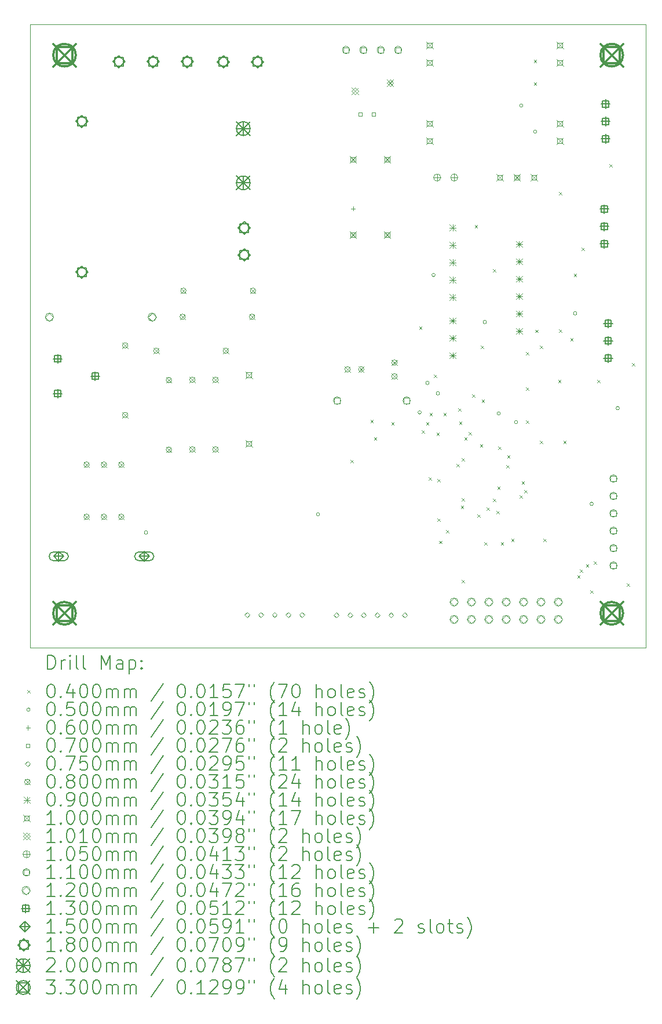
<source format=gbr>
%FSLAX45Y45*%
G04 Gerber Fmt 4.5, Leading zero omitted, Abs format (unit mm)*
G04 Created by KiCad (PCBNEW (6.0.1)) date 2022-02-14 21:09:22*
%MOMM*%
%LPD*%
G01*
G04 APERTURE LIST*
%TA.AperFunction,Profile*%
%ADD10C,0.050000*%
%TD*%
%ADD11C,0.200000*%
%ADD12C,0.040000*%
%ADD13C,0.050000*%
%ADD14C,0.060000*%
%ADD15C,0.070000*%
%ADD16C,0.075000*%
%ADD17C,0.080000*%
%ADD18C,0.090000*%
%ADD19C,0.100000*%
%ADD20C,0.101000*%
%ADD21C,0.105000*%
%ADD22C,0.110000*%
%ADD23C,0.120000*%
%ADD24C,0.130000*%
%ADD25C,0.150000*%
%ADD26C,0.180000*%
%ADD27C,0.330000*%
G04 APERTURE END LIST*
D10*
X1700000Y-10900000D02*
X1700000Y-9000000D01*
X10700000Y-10900000D02*
X1700000Y-10900000D01*
X1700000Y-9000000D02*
X1700000Y-1800000D01*
X1700000Y-1800000D02*
X10700000Y-1800000D01*
X10700000Y-1800000D02*
X10700000Y-10900000D01*
D11*
D12*
X6380800Y-8158800D02*
X6420800Y-8198800D01*
X6420800Y-8158800D02*
X6380800Y-8198800D01*
X6672900Y-7574600D02*
X6712900Y-7614600D01*
X6712900Y-7574600D02*
X6672900Y-7614600D01*
X6723700Y-7828600D02*
X6763700Y-7868600D01*
X6763700Y-7828600D02*
X6723700Y-7868600D01*
X6977700Y-7612700D02*
X7017700Y-7652700D01*
X7017700Y-7612700D02*
X6977700Y-7652700D01*
X7384100Y-6215700D02*
X7424100Y-6255700D01*
X7424100Y-6215700D02*
X7384100Y-6255700D01*
X7422200Y-7727000D02*
X7462200Y-7767000D01*
X7462200Y-7727000D02*
X7422200Y-7767000D01*
X7485700Y-7612700D02*
X7525700Y-7652700D01*
X7525700Y-7612700D02*
X7485700Y-7652700D01*
X7523800Y-8412800D02*
X7563800Y-8452800D01*
X7563800Y-8412800D02*
X7523800Y-8452800D01*
X7536500Y-7473000D02*
X7576500Y-7513000D01*
X7576500Y-7473000D02*
X7536500Y-7513000D01*
X7600000Y-6914200D02*
X7640000Y-6954200D01*
X7640000Y-6914200D02*
X7600000Y-6954200D01*
X7638100Y-7765100D02*
X7678100Y-7805100D01*
X7678100Y-7765100D02*
X7638100Y-7805100D01*
X7650800Y-8438200D02*
X7690800Y-8478200D01*
X7690800Y-8438200D02*
X7650800Y-8478200D01*
X7650800Y-9013764D02*
X7690800Y-9053764D01*
X7690800Y-9013764D02*
X7650800Y-9053764D01*
X7676200Y-9342440D02*
X7716200Y-9382440D01*
X7716200Y-9342440D02*
X7676200Y-9382440D01*
X7739700Y-7473000D02*
X7779700Y-7513000D01*
X7779700Y-7473000D02*
X7739700Y-7513000D01*
X7777800Y-9187500D02*
X7817800Y-9227500D01*
X7817800Y-9187500D02*
X7777800Y-9227500D01*
X7930200Y-8222300D02*
X7970200Y-8262300D01*
X7970200Y-8222300D02*
X7930200Y-8262300D01*
X7955600Y-7409500D02*
X7995600Y-7449500D01*
X7995600Y-7409500D02*
X7955600Y-7449500D01*
X7968300Y-7600000D02*
X8008300Y-7640000D01*
X8008300Y-7600000D02*
X7968300Y-7640000D01*
X7993700Y-8831900D02*
X8033700Y-8871900D01*
X8033700Y-8831900D02*
X7993700Y-8871900D01*
X8006400Y-8717600D02*
X8046400Y-8757600D01*
X8046400Y-8717600D02*
X8006400Y-8757600D01*
X8006400Y-9911400D02*
X8046400Y-9951400D01*
X8046400Y-9911400D02*
X8006400Y-9951400D01*
X8007700Y-8133400D02*
X8047700Y-8173400D01*
X8047700Y-8133400D02*
X8007700Y-8173400D01*
X8044500Y-7828600D02*
X8084500Y-7868600D01*
X8084500Y-7828600D02*
X8044500Y-7868600D01*
X8108000Y-7752400D02*
X8148000Y-7792400D01*
X8148000Y-7752400D02*
X8108000Y-7792400D01*
X8158800Y-7206300D02*
X8198800Y-7246300D01*
X8198800Y-7206300D02*
X8158800Y-7246300D01*
X8196900Y-4729800D02*
X8236900Y-4769800D01*
X8236900Y-4729800D02*
X8196900Y-4769800D01*
X8235000Y-8958900D02*
X8275000Y-8998900D01*
X8275000Y-8958900D02*
X8235000Y-8998900D01*
X8273100Y-7930200D02*
X8313100Y-7970200D01*
X8313100Y-7930200D02*
X8273100Y-7970200D01*
X8285800Y-6495100D02*
X8325800Y-6535100D01*
X8325800Y-6495100D02*
X8285800Y-6535100D01*
X8298500Y-7282500D02*
X8338500Y-7322500D01*
X8338500Y-7282500D02*
X8298500Y-7322500D01*
X8336600Y-9365300D02*
X8376600Y-9405300D01*
X8376600Y-9365300D02*
X8336600Y-9405300D01*
X8370636Y-8857300D02*
X8410636Y-8897300D01*
X8410636Y-8857300D02*
X8370636Y-8897300D01*
X8463600Y-5377500D02*
X8503600Y-5417500D01*
X8503600Y-5377500D02*
X8463600Y-5417500D01*
X8463600Y-8730300D02*
X8503600Y-8770300D01*
X8503600Y-8730300D02*
X8463600Y-8770300D01*
X8514400Y-8908100D02*
X8554400Y-8948100D01*
X8554400Y-8908100D02*
X8514400Y-8948100D01*
X8527100Y-8552500D02*
X8567100Y-8592500D01*
X8567100Y-8552500D02*
X8527100Y-8592500D01*
X8539800Y-7968300D02*
X8579800Y-8008300D01*
X8579800Y-7968300D02*
X8539800Y-8008300D01*
X8577900Y-9365300D02*
X8617900Y-9405300D01*
X8617900Y-9365300D02*
X8577900Y-9405300D01*
X8656640Y-8235000D02*
X8696640Y-8275000D01*
X8696640Y-8235000D02*
X8656640Y-8275000D01*
X8671880Y-8092760D02*
X8711880Y-8132760D01*
X8711880Y-8092760D02*
X8671880Y-8132760D01*
X8730300Y-9314500D02*
X8770300Y-9354500D01*
X8770300Y-9314500D02*
X8730300Y-9354500D01*
X8854760Y-8679500D02*
X8894760Y-8719500D01*
X8894760Y-8679500D02*
X8854760Y-8719500D01*
X8882700Y-8472236D02*
X8922700Y-8512236D01*
X8922700Y-8472236D02*
X8882700Y-8512236D01*
X8920800Y-8603300D02*
X8960800Y-8643300D01*
X8960800Y-8603300D02*
X8920800Y-8643300D01*
X8946200Y-6584000D02*
X8986200Y-6624000D01*
X8986200Y-6584000D02*
X8946200Y-6624000D01*
X8946200Y-7104700D02*
X8986200Y-7144700D01*
X8986200Y-7104700D02*
X8946200Y-7144700D01*
X8946200Y-7587300D02*
X8986200Y-7627300D01*
X8986200Y-7587300D02*
X8946200Y-7627300D01*
X9060500Y-2316800D02*
X9100500Y-2356800D01*
X9100500Y-2316800D02*
X9060500Y-2356800D01*
X9060500Y-2647000D02*
X9100500Y-2687000D01*
X9100500Y-2647000D02*
X9060500Y-2687000D01*
X9079400Y-6260300D02*
X9119400Y-6300300D01*
X9119400Y-6260300D02*
X9079400Y-6300300D01*
X9149400Y-6495100D02*
X9189400Y-6535100D01*
X9189400Y-6495100D02*
X9149400Y-6535100D01*
X9149400Y-7879400D02*
X9189400Y-7919400D01*
X9189400Y-7879400D02*
X9149400Y-7919400D01*
X9200200Y-9314500D02*
X9240200Y-9354500D01*
X9240200Y-9314500D02*
X9200200Y-9354500D01*
X9416100Y-6990400D02*
X9456100Y-7030400D01*
X9456100Y-6990400D02*
X9416100Y-7030400D01*
X9428800Y-4247200D02*
X9468800Y-4287200D01*
X9468800Y-4247200D02*
X9428800Y-4287200D01*
X9428800Y-6253800D02*
X9468800Y-6293800D01*
X9468800Y-6253800D02*
X9428800Y-6293800D01*
X9492300Y-7879400D02*
X9532300Y-7919400D01*
X9532300Y-7879400D02*
X9492300Y-7919400D01*
X9593900Y-6380800D02*
X9633900Y-6420800D01*
X9633900Y-6380800D02*
X9593900Y-6420800D01*
X9644700Y-5441000D02*
X9684700Y-5481000D01*
X9684700Y-5441000D02*
X9644700Y-5481000D01*
X9695500Y-9847900D02*
X9735500Y-9887900D01*
X9735500Y-9847900D02*
X9695500Y-9887900D01*
X9733600Y-9759000D02*
X9773600Y-9799000D01*
X9773600Y-9759000D02*
X9733600Y-9799000D01*
X9759000Y-5060000D02*
X9799000Y-5100000D01*
X9799000Y-5060000D02*
X9759000Y-5100000D01*
X9822500Y-9682800D02*
X9862500Y-9722800D01*
X9862500Y-9682800D02*
X9822500Y-9722800D01*
X9886000Y-10063800D02*
X9926000Y-10103800D01*
X9926000Y-10063800D02*
X9886000Y-10103800D01*
X9936800Y-9644700D02*
X9976800Y-9684700D01*
X9976800Y-9644700D02*
X9936800Y-9684700D01*
X9987600Y-6990400D02*
X10027600Y-7030400D01*
X10027600Y-6990400D02*
X9987600Y-7030400D01*
X10165400Y-3840800D02*
X10205400Y-3880800D01*
X10205400Y-3840800D02*
X10165400Y-3880800D01*
X10419400Y-9962200D02*
X10459400Y-10002200D01*
X10459400Y-9962200D02*
X10419400Y-10002200D01*
X10495600Y-6749100D02*
X10535600Y-6789100D01*
X10535600Y-6749100D02*
X10495600Y-6789100D01*
D13*
X3415900Y-9220200D02*
G75*
G03*
X3415900Y-9220200I-25000J0D01*
G01*
X5930500Y-8953500D02*
G75*
G03*
X5930500Y-8953500I-25000J0D01*
G01*
X7416400Y-7467600D02*
G75*
G03*
X7416400Y-7467600I-25000J0D01*
G01*
X7530700Y-7035800D02*
G75*
G03*
X7530700Y-7035800I-25000J0D01*
G01*
X7619600Y-5461000D02*
G75*
G03*
X7619600Y-5461000I-25000J0D01*
G01*
X7683100Y-7188200D02*
G75*
G03*
X7683100Y-7188200I-25000J0D01*
G01*
X8368900Y-6146800D02*
G75*
G03*
X8368900Y-6146800I-25000J0D01*
G01*
X8572100Y-7480300D02*
G75*
G03*
X8572100Y-7480300I-25000J0D01*
G01*
X8826100Y-7607300D02*
G75*
G03*
X8826100Y-7607300I-25000J0D01*
G01*
X8902300Y-2984500D02*
G75*
G03*
X8902300Y-2984500I-25000J0D01*
G01*
X9105500Y-3365500D02*
G75*
G03*
X9105500Y-3365500I-25000J0D01*
G01*
X9689700Y-6019800D02*
G75*
G03*
X9689700Y-6019800I-25000J0D01*
G01*
X9931000Y-8801100D02*
G75*
G03*
X9931000Y-8801100I-25000J0D01*
G01*
X10312000Y-7404100D02*
G75*
G03*
X10312000Y-7404100I-25000J0D01*
G01*
D14*
X6417500Y-4461800D02*
X6417500Y-4521800D01*
X6387500Y-4491800D02*
X6447500Y-4491800D01*
D15*
X6550949Y-3136249D02*
X6550949Y-3086751D01*
X6501451Y-3086751D01*
X6501451Y-3136249D01*
X6550949Y-3136249D01*
X6740949Y-3136249D02*
X6740949Y-3086751D01*
X6691451Y-3086751D01*
X6691451Y-3136249D01*
X6740949Y-3136249D01*
D16*
X4870500Y-10460000D02*
X4908000Y-10422500D01*
X4870500Y-10385000D01*
X4833000Y-10422500D01*
X4870500Y-10460000D01*
X5070500Y-10460000D02*
X5108000Y-10422500D01*
X5070500Y-10385000D01*
X5033000Y-10422500D01*
X5070500Y-10460000D01*
X5270500Y-10460000D02*
X5308000Y-10422500D01*
X5270500Y-10385000D01*
X5233000Y-10422500D01*
X5270500Y-10460000D01*
X5470500Y-10460000D02*
X5508000Y-10422500D01*
X5470500Y-10385000D01*
X5433000Y-10422500D01*
X5470500Y-10460000D01*
X5670500Y-10460000D02*
X5708000Y-10422500D01*
X5670500Y-10385000D01*
X5633000Y-10422500D01*
X5670500Y-10460000D01*
X6172200Y-10464200D02*
X6209700Y-10426700D01*
X6172200Y-10389200D01*
X6134700Y-10426700D01*
X6172200Y-10464200D01*
X6372200Y-10464200D02*
X6409700Y-10426700D01*
X6372200Y-10389200D01*
X6334700Y-10426700D01*
X6372200Y-10464200D01*
X6572200Y-10464200D02*
X6609700Y-10426700D01*
X6572200Y-10389200D01*
X6534700Y-10426700D01*
X6572200Y-10464200D01*
X6772200Y-10464200D02*
X6809700Y-10426700D01*
X6772200Y-10389200D01*
X6734700Y-10426700D01*
X6772200Y-10464200D01*
X6972200Y-10464200D02*
X7009700Y-10426700D01*
X6972200Y-10389200D01*
X6934700Y-10426700D01*
X6972200Y-10464200D01*
X7172200Y-10464200D02*
X7209700Y-10426700D01*
X7172200Y-10389200D01*
X7134700Y-10426700D01*
X7172200Y-10464200D01*
D17*
X2482500Y-8189400D02*
X2562500Y-8269400D01*
X2562500Y-8189400D02*
X2482500Y-8269400D01*
X2562500Y-8229400D02*
G75*
G03*
X2562500Y-8229400I-40000J0D01*
G01*
X2482500Y-8951400D02*
X2562500Y-9031400D01*
X2562500Y-8951400D02*
X2482500Y-9031400D01*
X2562500Y-8991400D02*
G75*
G03*
X2562500Y-8991400I-40000J0D01*
G01*
X2736500Y-8189400D02*
X2816500Y-8269400D01*
X2816500Y-8189400D02*
X2736500Y-8269400D01*
X2816500Y-8229400D02*
G75*
G03*
X2816500Y-8229400I-40000J0D01*
G01*
X2736500Y-8951400D02*
X2816500Y-9031400D01*
X2816500Y-8951400D02*
X2736500Y-9031400D01*
X2816500Y-8991400D02*
G75*
G03*
X2816500Y-8991400I-40000J0D01*
G01*
X2990500Y-8189400D02*
X3070500Y-8269400D01*
X3070500Y-8189400D02*
X2990500Y-8269400D01*
X3070500Y-8229400D02*
G75*
G03*
X3070500Y-8229400I-40000J0D01*
G01*
X2990500Y-8951400D02*
X3070500Y-9031400D01*
X3070500Y-8951400D02*
X2990500Y-9031400D01*
X3070500Y-8991400D02*
G75*
G03*
X3070500Y-8991400I-40000J0D01*
G01*
X3046100Y-6449700D02*
X3126100Y-6529700D01*
X3126100Y-6449700D02*
X3046100Y-6529700D01*
X3126100Y-6489700D02*
G75*
G03*
X3126100Y-6489700I-40000J0D01*
G01*
X3046100Y-7465700D02*
X3126100Y-7545700D01*
X3126100Y-7465700D02*
X3046100Y-7545700D01*
X3126100Y-7505700D02*
G75*
G03*
X3126100Y-7505700I-40000J0D01*
G01*
X3501300Y-6525900D02*
X3581300Y-6605900D01*
X3581300Y-6525900D02*
X3501300Y-6605900D01*
X3581300Y-6565900D02*
G75*
G03*
X3581300Y-6565900I-40000J0D01*
G01*
X3686180Y-6955160D02*
X3766180Y-7035160D01*
X3766180Y-6955160D02*
X3686180Y-7035160D01*
X3766180Y-6995160D02*
G75*
G03*
X3766180Y-6995160I-40000J0D01*
G01*
X3686180Y-7971160D02*
X3766180Y-8051160D01*
X3766180Y-7971160D02*
X3686180Y-8051160D01*
X3766180Y-8011160D02*
G75*
G03*
X3766180Y-8011160I-40000J0D01*
G01*
X3886300Y-6030600D02*
X3966300Y-6110600D01*
X3966300Y-6030600D02*
X3886300Y-6110600D01*
X3966300Y-6070600D02*
G75*
G03*
X3966300Y-6070600I-40000J0D01*
G01*
X3899000Y-5649600D02*
X3979000Y-5729600D01*
X3979000Y-5649600D02*
X3899000Y-5729600D01*
X3979000Y-5689600D02*
G75*
G03*
X3979000Y-5689600I-40000J0D01*
G01*
X4029080Y-6950080D02*
X4109080Y-7030080D01*
X4109080Y-6950080D02*
X4029080Y-7030080D01*
X4109080Y-6990080D02*
G75*
G03*
X4109080Y-6990080I-40000J0D01*
G01*
X4029080Y-7966080D02*
X4109080Y-8046080D01*
X4109080Y-7966080D02*
X4029080Y-8046080D01*
X4109080Y-8006080D02*
G75*
G03*
X4109080Y-8006080I-40000J0D01*
G01*
X4366900Y-6950080D02*
X4446900Y-7030080D01*
X4446900Y-6950080D02*
X4366900Y-7030080D01*
X4446900Y-6990080D02*
G75*
G03*
X4446900Y-6990080I-40000J0D01*
G01*
X4366900Y-7966080D02*
X4446900Y-8046080D01*
X4446900Y-7966080D02*
X4366900Y-8046080D01*
X4446900Y-8006080D02*
G75*
G03*
X4446900Y-8006080I-40000J0D01*
G01*
X4517300Y-6525900D02*
X4597300Y-6605900D01*
X4597300Y-6525900D02*
X4517300Y-6605900D01*
X4597300Y-6565900D02*
G75*
G03*
X4597300Y-6565900I-40000J0D01*
G01*
X4902300Y-6030600D02*
X4982300Y-6110600D01*
X4982300Y-6030600D02*
X4902300Y-6110600D01*
X4982300Y-6070600D02*
G75*
G03*
X4982300Y-6070600I-40000J0D01*
G01*
X4915000Y-5649600D02*
X4995000Y-5729600D01*
X4995000Y-5649600D02*
X4915000Y-5729600D01*
X4995000Y-5689600D02*
G75*
G03*
X4995000Y-5689600I-40000J0D01*
G01*
X6297960Y-6797680D02*
X6377960Y-6877680D01*
X6377960Y-6797680D02*
X6297960Y-6877680D01*
X6377960Y-6837680D02*
G75*
G03*
X6377960Y-6837680I-40000J0D01*
G01*
X6497960Y-6797680D02*
X6577960Y-6877680D01*
X6577960Y-6797680D02*
X6497960Y-6877680D01*
X6577960Y-6837680D02*
G75*
G03*
X6577960Y-6837680I-40000J0D01*
G01*
X6983100Y-6699150D02*
X7063100Y-6779150D01*
X7063100Y-6699150D02*
X6983100Y-6779150D01*
X7063100Y-6739150D02*
G75*
G03*
X7063100Y-6739150I-40000J0D01*
G01*
X6983100Y-6899150D02*
X7063100Y-6979150D01*
X7063100Y-6899150D02*
X6983100Y-6979150D01*
X7063100Y-6939150D02*
G75*
G03*
X7063100Y-6939150I-40000J0D01*
G01*
D18*
X7830400Y-4724300D02*
X7920400Y-4814300D01*
X7920400Y-4724300D02*
X7830400Y-4814300D01*
X7875400Y-4724300D02*
X7875400Y-4814300D01*
X7830400Y-4769300D02*
X7920400Y-4769300D01*
X7830400Y-4978300D02*
X7920400Y-5068300D01*
X7920400Y-4978300D02*
X7830400Y-5068300D01*
X7875400Y-4978300D02*
X7875400Y-5068300D01*
X7830400Y-5023300D02*
X7920400Y-5023300D01*
X7830400Y-5232300D02*
X7920400Y-5322300D01*
X7920400Y-5232300D02*
X7830400Y-5322300D01*
X7875400Y-5232300D02*
X7875400Y-5322300D01*
X7830400Y-5277300D02*
X7920400Y-5277300D01*
X7830400Y-5486300D02*
X7920400Y-5576300D01*
X7920400Y-5486300D02*
X7830400Y-5576300D01*
X7875400Y-5486300D02*
X7875400Y-5576300D01*
X7830400Y-5531300D02*
X7920400Y-5531300D01*
X7830400Y-5740300D02*
X7920400Y-5830300D01*
X7920400Y-5740300D02*
X7830400Y-5830300D01*
X7875400Y-5740300D02*
X7875400Y-5830300D01*
X7830400Y-5785300D02*
X7920400Y-5785300D01*
X7830400Y-6083200D02*
X7920400Y-6173200D01*
X7920400Y-6083200D02*
X7830400Y-6173200D01*
X7875400Y-6083200D02*
X7875400Y-6173200D01*
X7830400Y-6128200D02*
X7920400Y-6128200D01*
X7830400Y-6337200D02*
X7920400Y-6427200D01*
X7920400Y-6337200D02*
X7830400Y-6427200D01*
X7875400Y-6337200D02*
X7875400Y-6427200D01*
X7830400Y-6382200D02*
X7920400Y-6382200D01*
X7830400Y-6591200D02*
X7920400Y-6681200D01*
X7920400Y-6591200D02*
X7830400Y-6681200D01*
X7875400Y-6591200D02*
X7875400Y-6681200D01*
X7830400Y-6636200D02*
X7920400Y-6636200D01*
X8800600Y-4965300D02*
X8890600Y-5055300D01*
X8890600Y-4965300D02*
X8800600Y-5055300D01*
X8845600Y-4965300D02*
X8845600Y-5055300D01*
X8800600Y-5010300D02*
X8890600Y-5010300D01*
X8800600Y-5219300D02*
X8890600Y-5309300D01*
X8890600Y-5219300D02*
X8800600Y-5309300D01*
X8845600Y-5219300D02*
X8845600Y-5309300D01*
X8800600Y-5264300D02*
X8890600Y-5264300D01*
X8800600Y-5473300D02*
X8890600Y-5563300D01*
X8890600Y-5473300D02*
X8800600Y-5563300D01*
X8845600Y-5473300D02*
X8845600Y-5563300D01*
X8800600Y-5518300D02*
X8890600Y-5518300D01*
X8800600Y-5727300D02*
X8890600Y-5817300D01*
X8890600Y-5727300D02*
X8800600Y-5817300D01*
X8845600Y-5727300D02*
X8845600Y-5817300D01*
X8800600Y-5772300D02*
X8890600Y-5772300D01*
X8800600Y-5981300D02*
X8890600Y-6071300D01*
X8890600Y-5981300D02*
X8800600Y-6071300D01*
X8845600Y-5981300D02*
X8845600Y-6071300D01*
X8800600Y-6026300D02*
X8890600Y-6026300D01*
X8800600Y-6235300D02*
X8890600Y-6325300D01*
X8890600Y-6235300D02*
X8800600Y-6325300D01*
X8845600Y-6235300D02*
X8845600Y-6325300D01*
X8800600Y-6280300D02*
X8890600Y-6280300D01*
D19*
X4844580Y-6869720D02*
X4944580Y-6969720D01*
X4944580Y-6869720D02*
X4844580Y-6969720D01*
X4929936Y-6955076D02*
X4929936Y-6884364D01*
X4859224Y-6884364D01*
X4859224Y-6955076D01*
X4929936Y-6955076D01*
X4844580Y-7869720D02*
X4944580Y-7969720D01*
X4944580Y-7869720D02*
X4844580Y-7969720D01*
X4929936Y-7955076D02*
X4929936Y-7884364D01*
X4859224Y-7884364D01*
X4859224Y-7955076D01*
X4929936Y-7955076D01*
X6367500Y-3721900D02*
X6467500Y-3821900D01*
X6467500Y-3721900D02*
X6367500Y-3821900D01*
X6452856Y-3807256D02*
X6452856Y-3736544D01*
X6382144Y-3736544D01*
X6382144Y-3807256D01*
X6452856Y-3807256D01*
X6367500Y-4826800D02*
X6467500Y-4926800D01*
X6467500Y-4826800D02*
X6367500Y-4926800D01*
X6452856Y-4912156D02*
X6452856Y-4841444D01*
X6382144Y-4841444D01*
X6382144Y-4912156D01*
X6452856Y-4912156D01*
X6867500Y-3721900D02*
X6967500Y-3821900D01*
X6967500Y-3721900D02*
X6867500Y-3821900D01*
X6952856Y-3807256D02*
X6952856Y-3736544D01*
X6882144Y-3736544D01*
X6882144Y-3807256D01*
X6952856Y-3807256D01*
X6867500Y-4826800D02*
X6967500Y-4926800D01*
X6967500Y-4826800D02*
X6867500Y-4926800D01*
X6952856Y-4912156D02*
X6952856Y-4841444D01*
X6882144Y-4841444D01*
X6882144Y-4912156D01*
X6952856Y-4912156D01*
X7486180Y-2053120D02*
X7586180Y-2153120D01*
X7586180Y-2053120D02*
X7486180Y-2153120D01*
X7571536Y-2138476D02*
X7571536Y-2067764D01*
X7500824Y-2067764D01*
X7500824Y-2138476D01*
X7571536Y-2138476D01*
X7486180Y-2307120D02*
X7586180Y-2407120D01*
X7586180Y-2307120D02*
X7486180Y-2407120D01*
X7571536Y-2392476D02*
X7571536Y-2321764D01*
X7500824Y-2321764D01*
X7500824Y-2392476D01*
X7571536Y-2392476D01*
X7486180Y-3196120D02*
X7586180Y-3296120D01*
X7586180Y-3196120D02*
X7486180Y-3296120D01*
X7571536Y-3281476D02*
X7571536Y-3210764D01*
X7500824Y-3210764D01*
X7500824Y-3281476D01*
X7571536Y-3281476D01*
X7486180Y-3450120D02*
X7586180Y-3550120D01*
X7586180Y-3450120D02*
X7486180Y-3550120D01*
X7571536Y-3535476D02*
X7571536Y-3464764D01*
X7500824Y-3464764D01*
X7500824Y-3535476D01*
X7571536Y-3535476D01*
X8513800Y-3986900D02*
X8613800Y-4086900D01*
X8613800Y-3986900D02*
X8513800Y-4086900D01*
X8599156Y-4072256D02*
X8599156Y-4001544D01*
X8528444Y-4001544D01*
X8528444Y-4072256D01*
X8599156Y-4072256D01*
X8763800Y-3986900D02*
X8863800Y-4086900D01*
X8863800Y-3986900D02*
X8763800Y-4086900D01*
X8849156Y-4072256D02*
X8849156Y-4001544D01*
X8778444Y-4001544D01*
X8778444Y-4072256D01*
X8849156Y-4072256D01*
X9013800Y-3986900D02*
X9113800Y-4086900D01*
X9113800Y-3986900D02*
X9013800Y-4086900D01*
X9099156Y-4072256D02*
X9099156Y-4001544D01*
X9028444Y-4001544D01*
X9028444Y-4072256D01*
X9099156Y-4072256D01*
X9391180Y-2053120D02*
X9491180Y-2153120D01*
X9491180Y-2053120D02*
X9391180Y-2153120D01*
X9476536Y-2138476D02*
X9476536Y-2067764D01*
X9405824Y-2067764D01*
X9405824Y-2138476D01*
X9476536Y-2138476D01*
X9391180Y-2307120D02*
X9491180Y-2407120D01*
X9491180Y-2307120D02*
X9391180Y-2407120D01*
X9476536Y-2392476D02*
X9476536Y-2321764D01*
X9405824Y-2321764D01*
X9405824Y-2392476D01*
X9476536Y-2392476D01*
X9391180Y-3196120D02*
X9491180Y-3296120D01*
X9491180Y-3196120D02*
X9391180Y-3296120D01*
X9476536Y-3281476D02*
X9476536Y-3210764D01*
X9405824Y-3210764D01*
X9405824Y-3281476D01*
X9476536Y-3281476D01*
X9391180Y-3450120D02*
X9491180Y-3550120D01*
X9491180Y-3450120D02*
X9391180Y-3550120D01*
X9476536Y-3535476D02*
X9476536Y-3464764D01*
X9405824Y-3464764D01*
X9405824Y-3535476D01*
X9476536Y-3535476D01*
D20*
X6399100Y-2723800D02*
X6500100Y-2824800D01*
X6500100Y-2723800D02*
X6399100Y-2824800D01*
X6449600Y-2824800D02*
X6500100Y-2774300D01*
X6449600Y-2723800D01*
X6399100Y-2774300D01*
X6449600Y-2824800D01*
X6909100Y-2603800D02*
X7010100Y-2704800D01*
X7010100Y-2603800D02*
X6909100Y-2704800D01*
X6959600Y-2704800D02*
X7010100Y-2654300D01*
X6959600Y-2603800D01*
X6909100Y-2654300D01*
X6959600Y-2704800D01*
D21*
X7647400Y-3984400D02*
X7647400Y-4089400D01*
X7594900Y-4036900D02*
X7699900Y-4036900D01*
X7699900Y-4036900D02*
G75*
G03*
X7699900Y-4036900I-52500J0D01*
G01*
X7897400Y-3984400D02*
X7897400Y-4089400D01*
X7844900Y-4036900D02*
X7949900Y-4036900D01*
X7949900Y-4036900D02*
G75*
G03*
X7949900Y-4036900I-52500J0D01*
G01*
D22*
X6223791Y-7333771D02*
X6223791Y-7255989D01*
X6146009Y-7255989D01*
X6146009Y-7333771D01*
X6223791Y-7333771D01*
X6239900Y-7294880D02*
G75*
G03*
X6239900Y-7294880I-55000J0D01*
G01*
X6353491Y-2213091D02*
X6353491Y-2135309D01*
X6275709Y-2135309D01*
X6275709Y-2213091D01*
X6353491Y-2213091D01*
X6369600Y-2174200D02*
G75*
G03*
X6369600Y-2174200I-55000J0D01*
G01*
X6607491Y-2213091D02*
X6607491Y-2135309D01*
X6529709Y-2135309D01*
X6529709Y-2213091D01*
X6607491Y-2213091D01*
X6623600Y-2174200D02*
G75*
G03*
X6623600Y-2174200I-55000J0D01*
G01*
X6861491Y-2213091D02*
X6861491Y-2135309D01*
X6783709Y-2135309D01*
X6783709Y-2213091D01*
X6861491Y-2213091D01*
X6877600Y-2174200D02*
G75*
G03*
X6877600Y-2174200I-55000J0D01*
G01*
X7115491Y-2213091D02*
X7115491Y-2135309D01*
X7037709Y-2135309D01*
X7037709Y-2213091D01*
X7115491Y-2213091D01*
X7131600Y-2174200D02*
G75*
G03*
X7131600Y-2174200I-55000J0D01*
G01*
X7239791Y-7333771D02*
X7239791Y-7255989D01*
X7162009Y-7255989D01*
X7162009Y-7333771D01*
X7239791Y-7333771D01*
X7255900Y-7294880D02*
G75*
G03*
X7255900Y-7294880I-55000J0D01*
G01*
X10262391Y-8471691D02*
X10262391Y-8393909D01*
X10184609Y-8393909D01*
X10184609Y-8471691D01*
X10262391Y-8471691D01*
X10278500Y-8432800D02*
G75*
G03*
X10278500Y-8432800I-55000J0D01*
G01*
X10262391Y-8725691D02*
X10262391Y-8647909D01*
X10184609Y-8647909D01*
X10184609Y-8725691D01*
X10262391Y-8725691D01*
X10278500Y-8686800D02*
G75*
G03*
X10278500Y-8686800I-55000J0D01*
G01*
X10262391Y-8979691D02*
X10262391Y-8901909D01*
X10184609Y-8901909D01*
X10184609Y-8979691D01*
X10262391Y-8979691D01*
X10278500Y-8940800D02*
G75*
G03*
X10278500Y-8940800I-55000J0D01*
G01*
X10262391Y-9233691D02*
X10262391Y-9155909D01*
X10184609Y-9155909D01*
X10184609Y-9233691D01*
X10262391Y-9233691D01*
X10278500Y-9194800D02*
G75*
G03*
X10278500Y-9194800I-55000J0D01*
G01*
X10262391Y-9487691D02*
X10262391Y-9409909D01*
X10184609Y-9409909D01*
X10184609Y-9487691D01*
X10262391Y-9487691D01*
X10278500Y-9448800D02*
G75*
G03*
X10278500Y-9448800I-55000J0D01*
G01*
X10262391Y-9741691D02*
X10262391Y-9663909D01*
X10184609Y-9663909D01*
X10184609Y-9741691D01*
X10262391Y-9741691D01*
X10278500Y-9702800D02*
G75*
G03*
X10278500Y-9702800I-55000J0D01*
G01*
D23*
X1979800Y-6135680D02*
X2039800Y-6075680D01*
X1979800Y-6015680D01*
X1919800Y-6075680D01*
X1979800Y-6135680D01*
X2039800Y-6075680D02*
G75*
G03*
X2039800Y-6075680I-60000J0D01*
G01*
X3479800Y-6135680D02*
X3539800Y-6075680D01*
X3479800Y-6015680D01*
X3419800Y-6075680D01*
X3479800Y-6135680D01*
X3539800Y-6075680D02*
G75*
G03*
X3539800Y-6075680I-60000J0D01*
G01*
X7894950Y-10296750D02*
X7954950Y-10236750D01*
X7894950Y-10176750D01*
X7834950Y-10236750D01*
X7894950Y-10296750D01*
X7954950Y-10236750D02*
G75*
G03*
X7954950Y-10236750I-60000J0D01*
G01*
X7894950Y-10550750D02*
X7954950Y-10490750D01*
X7894950Y-10430750D01*
X7834950Y-10490750D01*
X7894950Y-10550750D01*
X7954950Y-10490750D02*
G75*
G03*
X7954950Y-10490750I-60000J0D01*
G01*
X8148950Y-10296750D02*
X8208950Y-10236750D01*
X8148950Y-10176750D01*
X8088950Y-10236750D01*
X8148950Y-10296750D01*
X8208950Y-10236750D02*
G75*
G03*
X8208950Y-10236750I-60000J0D01*
G01*
X8148950Y-10550750D02*
X8208950Y-10490750D01*
X8148950Y-10430750D01*
X8088950Y-10490750D01*
X8148950Y-10550750D01*
X8208950Y-10490750D02*
G75*
G03*
X8208950Y-10490750I-60000J0D01*
G01*
X8402950Y-10296750D02*
X8462950Y-10236750D01*
X8402950Y-10176750D01*
X8342950Y-10236750D01*
X8402950Y-10296750D01*
X8462950Y-10236750D02*
G75*
G03*
X8462950Y-10236750I-60000J0D01*
G01*
X8402950Y-10550750D02*
X8462950Y-10490750D01*
X8402950Y-10430750D01*
X8342950Y-10490750D01*
X8402950Y-10550750D01*
X8462950Y-10490750D02*
G75*
G03*
X8462950Y-10490750I-60000J0D01*
G01*
X8656950Y-10296750D02*
X8716950Y-10236750D01*
X8656950Y-10176750D01*
X8596950Y-10236750D01*
X8656950Y-10296750D01*
X8716950Y-10236750D02*
G75*
G03*
X8716950Y-10236750I-60000J0D01*
G01*
X8656950Y-10550750D02*
X8716950Y-10490750D01*
X8656950Y-10430750D01*
X8596950Y-10490750D01*
X8656950Y-10550750D01*
X8716950Y-10490750D02*
G75*
G03*
X8716950Y-10490750I-60000J0D01*
G01*
X8910950Y-10296750D02*
X8970950Y-10236750D01*
X8910950Y-10176750D01*
X8850950Y-10236750D01*
X8910950Y-10296750D01*
X8970950Y-10236750D02*
G75*
G03*
X8970950Y-10236750I-60000J0D01*
G01*
X8910950Y-10550750D02*
X8970950Y-10490750D01*
X8910950Y-10430750D01*
X8850950Y-10490750D01*
X8910950Y-10550750D01*
X8970950Y-10490750D02*
G75*
G03*
X8970950Y-10490750I-60000J0D01*
G01*
X9164950Y-10296750D02*
X9224950Y-10236750D01*
X9164950Y-10176750D01*
X9104950Y-10236750D01*
X9164950Y-10296750D01*
X9224950Y-10236750D02*
G75*
G03*
X9224950Y-10236750I-60000J0D01*
G01*
X9164950Y-10550750D02*
X9224950Y-10490750D01*
X9164950Y-10430750D01*
X9104950Y-10490750D01*
X9164950Y-10550750D01*
X9224950Y-10490750D02*
G75*
G03*
X9224950Y-10490750I-60000J0D01*
G01*
X9418950Y-10296750D02*
X9478950Y-10236750D01*
X9418950Y-10176750D01*
X9358950Y-10236750D01*
X9418950Y-10296750D01*
X9478950Y-10236750D02*
G75*
G03*
X9478950Y-10236750I-60000J0D01*
G01*
X9418950Y-10550750D02*
X9478950Y-10490750D01*
X9418950Y-10430750D01*
X9358950Y-10490750D01*
X9418950Y-10550750D01*
X9478950Y-10490750D02*
G75*
G03*
X9478950Y-10490750I-60000J0D01*
G01*
D24*
X2100420Y-6617740D02*
X2100420Y-6747740D01*
X2035420Y-6682740D02*
X2165420Y-6682740D01*
X2146382Y-6728702D02*
X2146382Y-6636778D01*
X2054458Y-6636778D01*
X2054458Y-6728702D01*
X2146382Y-6728702D01*
X2100420Y-7125740D02*
X2100420Y-7255740D01*
X2035420Y-7190740D02*
X2165420Y-7190740D01*
X2146382Y-7236702D02*
X2146382Y-7144778D01*
X2054458Y-7144778D01*
X2054458Y-7236702D01*
X2146382Y-7236702D01*
X2649220Y-6871740D02*
X2649220Y-7001740D01*
X2584220Y-6936740D02*
X2714220Y-6936740D01*
X2695182Y-6982702D02*
X2695182Y-6890778D01*
X2603258Y-6890778D01*
X2603258Y-6982702D01*
X2695182Y-6982702D01*
X10090900Y-4430800D02*
X10090900Y-4560800D01*
X10025900Y-4495800D02*
X10155900Y-4495800D01*
X10136862Y-4541762D02*
X10136862Y-4449838D01*
X10044938Y-4449838D01*
X10044938Y-4541762D01*
X10136862Y-4541762D01*
X10090900Y-4684800D02*
X10090900Y-4814800D01*
X10025900Y-4749800D02*
X10155900Y-4749800D01*
X10136862Y-4795762D02*
X10136862Y-4703838D01*
X10044938Y-4703838D01*
X10044938Y-4795762D01*
X10136862Y-4795762D01*
X10090900Y-4938800D02*
X10090900Y-5068800D01*
X10025900Y-5003800D02*
X10155900Y-5003800D01*
X10136862Y-5049762D02*
X10136862Y-4957838D01*
X10044938Y-4957838D01*
X10044938Y-5049762D01*
X10136862Y-5049762D01*
X10109200Y-2896640D02*
X10109200Y-3026640D01*
X10044200Y-2961640D02*
X10174200Y-2961640D01*
X10155162Y-3007602D02*
X10155162Y-2915678D01*
X10063238Y-2915678D01*
X10063238Y-3007602D01*
X10155162Y-3007602D01*
X10109200Y-3150640D02*
X10109200Y-3280640D01*
X10044200Y-3215640D02*
X10174200Y-3215640D01*
X10155162Y-3261602D02*
X10155162Y-3169678D01*
X10063238Y-3169678D01*
X10063238Y-3261602D01*
X10155162Y-3261602D01*
X10109200Y-3404640D02*
X10109200Y-3534640D01*
X10044200Y-3469640D02*
X10174200Y-3469640D01*
X10155162Y-3515602D02*
X10155162Y-3423678D01*
X10063238Y-3423678D01*
X10063238Y-3515602D01*
X10155162Y-3515602D01*
X10147550Y-6102120D02*
X10147550Y-6232120D01*
X10082550Y-6167120D02*
X10212550Y-6167120D01*
X10193512Y-6213082D02*
X10193512Y-6121158D01*
X10101588Y-6121158D01*
X10101588Y-6213082D01*
X10193512Y-6213082D01*
X10147550Y-6356120D02*
X10147550Y-6486120D01*
X10082550Y-6421120D02*
X10212550Y-6421120D01*
X10193512Y-6467082D02*
X10193512Y-6375158D01*
X10101588Y-6375158D01*
X10101588Y-6467082D01*
X10193512Y-6467082D01*
X10147550Y-6610120D02*
X10147550Y-6740120D01*
X10082550Y-6675120D02*
X10212550Y-6675120D01*
X10193512Y-6721082D02*
X10193512Y-6629158D01*
X10101588Y-6629158D01*
X10101588Y-6721082D01*
X10193512Y-6721082D01*
D25*
X2115300Y-9493700D02*
X2115300Y-9643700D01*
X2040300Y-9568700D02*
X2190300Y-9568700D01*
X2115300Y-9643700D02*
X2190300Y-9568700D01*
X2115300Y-9493700D01*
X2040300Y-9568700D01*
X2115300Y-9643700D01*
D11*
X2040300Y-9633700D02*
X2190300Y-9633700D01*
X2040300Y-9503700D02*
X2190300Y-9503700D01*
X2190300Y-9633700D02*
G75*
G03*
X2190300Y-9503700I0J65000D01*
G01*
X2040300Y-9503700D02*
G75*
G03*
X2040300Y-9633700I0J-65000D01*
G01*
D25*
X3365300Y-9493700D02*
X3365300Y-9643700D01*
X3290300Y-9568700D02*
X3440300Y-9568700D01*
X3365300Y-9643700D02*
X3440300Y-9568700D01*
X3365300Y-9493700D01*
X3290300Y-9568700D01*
X3365300Y-9643700D01*
D11*
X3290300Y-9633700D02*
X3440300Y-9633700D01*
X3290300Y-9503700D02*
X3440300Y-9503700D01*
X3440300Y-9633700D02*
G75*
G03*
X3440300Y-9503700I0J65000D01*
G01*
X3290300Y-9503700D02*
G75*
G03*
X3290300Y-9633700I0J-65000D01*
G01*
D26*
X2453600Y-3308000D02*
X2543600Y-3218000D01*
X2453600Y-3128000D01*
X2363600Y-3218000D01*
X2453600Y-3308000D01*
X2517240Y-3281640D02*
X2517240Y-3154360D01*
X2389960Y-3154360D01*
X2389960Y-3281640D01*
X2517240Y-3281640D01*
X2453600Y-5508000D02*
X2543600Y-5418000D01*
X2453600Y-5328000D01*
X2363600Y-5418000D01*
X2453600Y-5508000D01*
X2517240Y-5481640D02*
X2517240Y-5354360D01*
X2389960Y-5354360D01*
X2389960Y-5481640D01*
X2517240Y-5481640D01*
X2995700Y-2436300D02*
X3085700Y-2346300D01*
X2995700Y-2256300D01*
X2905700Y-2346300D01*
X2995700Y-2436300D01*
X3059340Y-2409940D02*
X3059340Y-2282660D01*
X2932060Y-2282660D01*
X2932060Y-2409940D01*
X3059340Y-2409940D01*
X3495700Y-2436300D02*
X3585700Y-2346300D01*
X3495700Y-2256300D01*
X3405700Y-2346300D01*
X3495700Y-2436300D01*
X3559340Y-2409940D02*
X3559340Y-2282660D01*
X3432060Y-2282660D01*
X3432060Y-2409940D01*
X3559340Y-2409940D01*
X3995700Y-2436300D02*
X4085700Y-2346300D01*
X3995700Y-2256300D01*
X3905700Y-2346300D01*
X3995700Y-2436300D01*
X4059340Y-2409940D02*
X4059340Y-2282660D01*
X3932060Y-2282660D01*
X3932060Y-2409940D01*
X4059340Y-2409940D01*
X4522000Y-2437340D02*
X4612000Y-2347340D01*
X4522000Y-2257340D01*
X4432000Y-2347340D01*
X4522000Y-2437340D01*
X4585640Y-2410980D02*
X4585640Y-2283700D01*
X4458360Y-2283700D01*
X4458360Y-2410980D01*
X4585640Y-2410980D01*
X4826000Y-4862900D02*
X4916000Y-4772900D01*
X4826000Y-4682900D01*
X4736000Y-4772900D01*
X4826000Y-4862900D01*
X4889640Y-4836540D02*
X4889640Y-4709260D01*
X4762360Y-4709260D01*
X4762360Y-4836540D01*
X4889640Y-4836540D01*
X4826000Y-5258900D02*
X4916000Y-5168900D01*
X4826000Y-5078900D01*
X4736000Y-5168900D01*
X4826000Y-5258900D01*
X4889640Y-5232540D02*
X4889640Y-5105260D01*
X4762360Y-5105260D01*
X4762360Y-5232540D01*
X4889640Y-5232540D01*
X5022000Y-2437340D02*
X5112000Y-2347340D01*
X5022000Y-2257340D01*
X4932000Y-2347340D01*
X5022000Y-2437340D01*
X5085640Y-2410980D02*
X5085640Y-2283700D01*
X4958360Y-2283700D01*
X4958360Y-2410980D01*
X5085640Y-2410980D01*
D11*
X4713300Y-3222800D02*
X4913300Y-3422800D01*
X4913300Y-3222800D02*
X4713300Y-3422800D01*
X4813300Y-3222800D02*
X4813300Y-3422800D01*
X4713300Y-3322800D02*
X4913300Y-3322800D01*
X4913300Y-3322800D02*
G75*
G03*
X4913300Y-3322800I-100000J0D01*
G01*
X4713300Y-4014800D02*
X4913300Y-4214800D01*
X4913300Y-4014800D02*
X4713300Y-4214800D01*
X4813300Y-4014800D02*
X4813300Y-4214800D01*
X4713300Y-4114800D02*
X4913300Y-4114800D01*
X4913300Y-4114800D02*
G75*
G03*
X4913300Y-4114800I-100000J0D01*
G01*
D27*
X2035000Y-2085000D02*
X2365000Y-2415000D01*
X2365000Y-2085000D02*
X2035000Y-2415000D01*
X2316674Y-2366674D02*
X2316674Y-2133326D01*
X2083326Y-2133326D01*
X2083326Y-2366674D01*
X2316674Y-2366674D01*
X2365000Y-2250000D02*
G75*
G03*
X2365000Y-2250000I-165000J0D01*
G01*
X2035000Y-10235000D02*
X2365000Y-10565000D01*
X2365000Y-10235000D02*
X2035000Y-10565000D01*
X2316674Y-10516674D02*
X2316674Y-10283326D01*
X2083326Y-10283326D01*
X2083326Y-10516674D01*
X2316674Y-10516674D01*
X2365000Y-10400000D02*
G75*
G03*
X2365000Y-10400000I-165000J0D01*
G01*
X10035000Y-2085000D02*
X10365000Y-2415000D01*
X10365000Y-2085000D02*
X10035000Y-2415000D01*
X10316674Y-2366674D02*
X10316674Y-2133326D01*
X10083326Y-2133326D01*
X10083326Y-2366674D01*
X10316674Y-2366674D01*
X10365000Y-2250000D02*
G75*
G03*
X10365000Y-2250000I-165000J0D01*
G01*
X10035000Y-10235000D02*
X10365000Y-10565000D01*
X10365000Y-10235000D02*
X10035000Y-10565000D01*
X10316674Y-10516674D02*
X10316674Y-10283326D01*
X10083326Y-10283326D01*
X10083326Y-10516674D01*
X10316674Y-10516674D01*
X10365000Y-10400000D02*
G75*
G03*
X10365000Y-10400000I-165000J0D01*
G01*
D11*
X1955119Y-11212976D02*
X1955119Y-11012976D01*
X2002738Y-11012976D01*
X2031309Y-11022500D01*
X2050357Y-11041548D01*
X2059881Y-11060595D01*
X2069405Y-11098690D01*
X2069405Y-11127262D01*
X2059881Y-11165357D01*
X2050357Y-11184405D01*
X2031309Y-11203452D01*
X2002738Y-11212976D01*
X1955119Y-11212976D01*
X2155119Y-11212976D02*
X2155119Y-11079643D01*
X2155119Y-11117738D02*
X2164643Y-11098690D01*
X2174167Y-11089167D01*
X2193214Y-11079643D01*
X2212262Y-11079643D01*
X2278929Y-11212976D02*
X2278929Y-11079643D01*
X2278929Y-11012976D02*
X2269405Y-11022500D01*
X2278929Y-11032024D01*
X2288452Y-11022500D01*
X2278929Y-11012976D01*
X2278929Y-11032024D01*
X2402738Y-11212976D02*
X2383690Y-11203452D01*
X2374167Y-11184405D01*
X2374167Y-11012976D01*
X2507500Y-11212976D02*
X2488452Y-11203452D01*
X2478929Y-11184405D01*
X2478929Y-11012976D01*
X2736071Y-11212976D02*
X2736071Y-11012976D01*
X2802738Y-11155833D01*
X2869405Y-11012976D01*
X2869405Y-11212976D01*
X3050357Y-11212976D02*
X3050357Y-11108214D01*
X3040833Y-11089167D01*
X3021786Y-11079643D01*
X2983690Y-11079643D01*
X2964643Y-11089167D01*
X3050357Y-11203452D02*
X3031309Y-11212976D01*
X2983690Y-11212976D01*
X2964643Y-11203452D01*
X2955119Y-11184405D01*
X2955119Y-11165357D01*
X2964643Y-11146310D01*
X2983690Y-11136786D01*
X3031309Y-11136786D01*
X3050357Y-11127262D01*
X3145595Y-11079643D02*
X3145595Y-11279643D01*
X3145595Y-11089167D02*
X3164643Y-11079643D01*
X3202738Y-11079643D01*
X3221786Y-11089167D01*
X3231309Y-11098690D01*
X3240833Y-11117738D01*
X3240833Y-11174881D01*
X3231309Y-11193928D01*
X3221786Y-11203452D01*
X3202738Y-11212976D01*
X3164643Y-11212976D01*
X3145595Y-11203452D01*
X3326548Y-11193928D02*
X3336071Y-11203452D01*
X3326548Y-11212976D01*
X3317024Y-11203452D01*
X3326548Y-11193928D01*
X3326548Y-11212976D01*
X3326548Y-11089167D02*
X3336071Y-11098690D01*
X3326548Y-11108214D01*
X3317024Y-11098690D01*
X3326548Y-11089167D01*
X3326548Y-11108214D01*
D12*
X1657500Y-11522500D02*
X1697500Y-11562500D01*
X1697500Y-11522500D02*
X1657500Y-11562500D01*
D11*
X1993214Y-11432976D02*
X2012262Y-11432976D01*
X2031309Y-11442500D01*
X2040833Y-11452024D01*
X2050357Y-11471071D01*
X2059881Y-11509167D01*
X2059881Y-11556786D01*
X2050357Y-11594881D01*
X2040833Y-11613928D01*
X2031309Y-11623452D01*
X2012262Y-11632976D01*
X1993214Y-11632976D01*
X1974167Y-11623452D01*
X1964643Y-11613928D01*
X1955119Y-11594881D01*
X1945595Y-11556786D01*
X1945595Y-11509167D01*
X1955119Y-11471071D01*
X1964643Y-11452024D01*
X1974167Y-11442500D01*
X1993214Y-11432976D01*
X2145595Y-11613928D02*
X2155119Y-11623452D01*
X2145595Y-11632976D01*
X2136071Y-11623452D01*
X2145595Y-11613928D01*
X2145595Y-11632976D01*
X2326548Y-11499643D02*
X2326548Y-11632976D01*
X2278929Y-11423452D02*
X2231310Y-11566309D01*
X2355119Y-11566309D01*
X2469405Y-11432976D02*
X2488452Y-11432976D01*
X2507500Y-11442500D01*
X2517024Y-11452024D01*
X2526548Y-11471071D01*
X2536071Y-11509167D01*
X2536071Y-11556786D01*
X2526548Y-11594881D01*
X2517024Y-11613928D01*
X2507500Y-11623452D01*
X2488452Y-11632976D01*
X2469405Y-11632976D01*
X2450357Y-11623452D01*
X2440833Y-11613928D01*
X2431310Y-11594881D01*
X2421786Y-11556786D01*
X2421786Y-11509167D01*
X2431310Y-11471071D01*
X2440833Y-11452024D01*
X2450357Y-11442500D01*
X2469405Y-11432976D01*
X2659881Y-11432976D02*
X2678929Y-11432976D01*
X2697976Y-11442500D01*
X2707500Y-11452024D01*
X2717024Y-11471071D01*
X2726548Y-11509167D01*
X2726548Y-11556786D01*
X2717024Y-11594881D01*
X2707500Y-11613928D01*
X2697976Y-11623452D01*
X2678929Y-11632976D01*
X2659881Y-11632976D01*
X2640833Y-11623452D01*
X2631310Y-11613928D01*
X2621786Y-11594881D01*
X2612262Y-11556786D01*
X2612262Y-11509167D01*
X2621786Y-11471071D01*
X2631310Y-11452024D01*
X2640833Y-11442500D01*
X2659881Y-11432976D01*
X2812262Y-11632976D02*
X2812262Y-11499643D01*
X2812262Y-11518690D02*
X2821786Y-11509167D01*
X2840833Y-11499643D01*
X2869405Y-11499643D01*
X2888452Y-11509167D01*
X2897976Y-11528214D01*
X2897976Y-11632976D01*
X2897976Y-11528214D02*
X2907500Y-11509167D01*
X2926548Y-11499643D01*
X2955119Y-11499643D01*
X2974167Y-11509167D01*
X2983690Y-11528214D01*
X2983690Y-11632976D01*
X3078928Y-11632976D02*
X3078928Y-11499643D01*
X3078928Y-11518690D02*
X3088452Y-11509167D01*
X3107500Y-11499643D01*
X3136071Y-11499643D01*
X3155119Y-11509167D01*
X3164643Y-11528214D01*
X3164643Y-11632976D01*
X3164643Y-11528214D02*
X3174167Y-11509167D01*
X3193214Y-11499643D01*
X3221786Y-11499643D01*
X3240833Y-11509167D01*
X3250357Y-11528214D01*
X3250357Y-11632976D01*
X3640833Y-11423452D02*
X3469405Y-11680595D01*
X3897976Y-11432976D02*
X3917024Y-11432976D01*
X3936071Y-11442500D01*
X3945595Y-11452024D01*
X3955119Y-11471071D01*
X3964643Y-11509167D01*
X3964643Y-11556786D01*
X3955119Y-11594881D01*
X3945595Y-11613928D01*
X3936071Y-11623452D01*
X3917024Y-11632976D01*
X3897976Y-11632976D01*
X3878928Y-11623452D01*
X3869405Y-11613928D01*
X3859881Y-11594881D01*
X3850357Y-11556786D01*
X3850357Y-11509167D01*
X3859881Y-11471071D01*
X3869405Y-11452024D01*
X3878928Y-11442500D01*
X3897976Y-11432976D01*
X4050357Y-11613928D02*
X4059881Y-11623452D01*
X4050357Y-11632976D01*
X4040833Y-11623452D01*
X4050357Y-11613928D01*
X4050357Y-11632976D01*
X4183690Y-11432976D02*
X4202738Y-11432976D01*
X4221786Y-11442500D01*
X4231310Y-11452024D01*
X4240833Y-11471071D01*
X4250357Y-11509167D01*
X4250357Y-11556786D01*
X4240833Y-11594881D01*
X4231310Y-11613928D01*
X4221786Y-11623452D01*
X4202738Y-11632976D01*
X4183690Y-11632976D01*
X4164643Y-11623452D01*
X4155119Y-11613928D01*
X4145595Y-11594881D01*
X4136071Y-11556786D01*
X4136071Y-11509167D01*
X4145595Y-11471071D01*
X4155119Y-11452024D01*
X4164643Y-11442500D01*
X4183690Y-11432976D01*
X4440833Y-11632976D02*
X4326548Y-11632976D01*
X4383690Y-11632976D02*
X4383690Y-11432976D01*
X4364643Y-11461548D01*
X4345595Y-11480595D01*
X4326548Y-11490119D01*
X4621786Y-11432976D02*
X4526548Y-11432976D01*
X4517024Y-11528214D01*
X4526548Y-11518690D01*
X4545595Y-11509167D01*
X4593214Y-11509167D01*
X4612262Y-11518690D01*
X4621786Y-11528214D01*
X4631310Y-11547262D01*
X4631310Y-11594881D01*
X4621786Y-11613928D01*
X4612262Y-11623452D01*
X4593214Y-11632976D01*
X4545595Y-11632976D01*
X4526548Y-11623452D01*
X4517024Y-11613928D01*
X4697976Y-11432976D02*
X4831310Y-11432976D01*
X4745595Y-11632976D01*
X4897976Y-11432976D02*
X4897976Y-11471071D01*
X4974167Y-11432976D02*
X4974167Y-11471071D01*
X5269405Y-11709167D02*
X5259881Y-11699643D01*
X5240833Y-11671071D01*
X5231310Y-11652024D01*
X5221786Y-11623452D01*
X5212262Y-11575833D01*
X5212262Y-11537738D01*
X5221786Y-11490119D01*
X5231310Y-11461548D01*
X5240833Y-11442500D01*
X5259881Y-11413928D01*
X5269405Y-11404405D01*
X5326548Y-11432976D02*
X5459881Y-11432976D01*
X5374167Y-11632976D01*
X5574167Y-11432976D02*
X5593214Y-11432976D01*
X5612262Y-11442500D01*
X5621786Y-11452024D01*
X5631309Y-11471071D01*
X5640833Y-11509167D01*
X5640833Y-11556786D01*
X5631309Y-11594881D01*
X5621786Y-11613928D01*
X5612262Y-11623452D01*
X5593214Y-11632976D01*
X5574167Y-11632976D01*
X5555119Y-11623452D01*
X5545595Y-11613928D01*
X5536071Y-11594881D01*
X5526548Y-11556786D01*
X5526548Y-11509167D01*
X5536071Y-11471071D01*
X5545595Y-11452024D01*
X5555119Y-11442500D01*
X5574167Y-11432976D01*
X5878928Y-11632976D02*
X5878928Y-11432976D01*
X5964643Y-11632976D02*
X5964643Y-11528214D01*
X5955119Y-11509167D01*
X5936071Y-11499643D01*
X5907500Y-11499643D01*
X5888452Y-11509167D01*
X5878928Y-11518690D01*
X6088452Y-11632976D02*
X6069405Y-11623452D01*
X6059881Y-11613928D01*
X6050357Y-11594881D01*
X6050357Y-11537738D01*
X6059881Y-11518690D01*
X6069405Y-11509167D01*
X6088452Y-11499643D01*
X6117024Y-11499643D01*
X6136071Y-11509167D01*
X6145595Y-11518690D01*
X6155119Y-11537738D01*
X6155119Y-11594881D01*
X6145595Y-11613928D01*
X6136071Y-11623452D01*
X6117024Y-11632976D01*
X6088452Y-11632976D01*
X6269405Y-11632976D02*
X6250357Y-11623452D01*
X6240833Y-11604405D01*
X6240833Y-11432976D01*
X6421786Y-11623452D02*
X6402738Y-11632976D01*
X6364643Y-11632976D01*
X6345595Y-11623452D01*
X6336071Y-11604405D01*
X6336071Y-11528214D01*
X6345595Y-11509167D01*
X6364643Y-11499643D01*
X6402738Y-11499643D01*
X6421786Y-11509167D01*
X6431309Y-11528214D01*
X6431309Y-11547262D01*
X6336071Y-11566309D01*
X6507500Y-11623452D02*
X6526548Y-11632976D01*
X6564643Y-11632976D01*
X6583690Y-11623452D01*
X6593214Y-11604405D01*
X6593214Y-11594881D01*
X6583690Y-11575833D01*
X6564643Y-11566309D01*
X6536071Y-11566309D01*
X6517024Y-11556786D01*
X6507500Y-11537738D01*
X6507500Y-11528214D01*
X6517024Y-11509167D01*
X6536071Y-11499643D01*
X6564643Y-11499643D01*
X6583690Y-11509167D01*
X6659881Y-11709167D02*
X6669405Y-11699643D01*
X6688452Y-11671071D01*
X6697976Y-11652024D01*
X6707500Y-11623452D01*
X6717024Y-11575833D01*
X6717024Y-11537738D01*
X6707500Y-11490119D01*
X6697976Y-11461548D01*
X6688452Y-11442500D01*
X6669405Y-11413928D01*
X6659881Y-11404405D01*
D13*
X1697500Y-11806500D02*
G75*
G03*
X1697500Y-11806500I-25000J0D01*
G01*
D11*
X1993214Y-11696976D02*
X2012262Y-11696976D01*
X2031309Y-11706500D01*
X2040833Y-11716024D01*
X2050357Y-11735071D01*
X2059881Y-11773167D01*
X2059881Y-11820786D01*
X2050357Y-11858881D01*
X2040833Y-11877928D01*
X2031309Y-11887452D01*
X2012262Y-11896976D01*
X1993214Y-11896976D01*
X1974167Y-11887452D01*
X1964643Y-11877928D01*
X1955119Y-11858881D01*
X1945595Y-11820786D01*
X1945595Y-11773167D01*
X1955119Y-11735071D01*
X1964643Y-11716024D01*
X1974167Y-11706500D01*
X1993214Y-11696976D01*
X2145595Y-11877928D02*
X2155119Y-11887452D01*
X2145595Y-11896976D01*
X2136071Y-11887452D01*
X2145595Y-11877928D01*
X2145595Y-11896976D01*
X2336071Y-11696976D02*
X2240833Y-11696976D01*
X2231310Y-11792214D01*
X2240833Y-11782690D01*
X2259881Y-11773167D01*
X2307500Y-11773167D01*
X2326548Y-11782690D01*
X2336071Y-11792214D01*
X2345595Y-11811262D01*
X2345595Y-11858881D01*
X2336071Y-11877928D01*
X2326548Y-11887452D01*
X2307500Y-11896976D01*
X2259881Y-11896976D01*
X2240833Y-11887452D01*
X2231310Y-11877928D01*
X2469405Y-11696976D02*
X2488452Y-11696976D01*
X2507500Y-11706500D01*
X2517024Y-11716024D01*
X2526548Y-11735071D01*
X2536071Y-11773167D01*
X2536071Y-11820786D01*
X2526548Y-11858881D01*
X2517024Y-11877928D01*
X2507500Y-11887452D01*
X2488452Y-11896976D01*
X2469405Y-11896976D01*
X2450357Y-11887452D01*
X2440833Y-11877928D01*
X2431310Y-11858881D01*
X2421786Y-11820786D01*
X2421786Y-11773167D01*
X2431310Y-11735071D01*
X2440833Y-11716024D01*
X2450357Y-11706500D01*
X2469405Y-11696976D01*
X2659881Y-11696976D02*
X2678929Y-11696976D01*
X2697976Y-11706500D01*
X2707500Y-11716024D01*
X2717024Y-11735071D01*
X2726548Y-11773167D01*
X2726548Y-11820786D01*
X2717024Y-11858881D01*
X2707500Y-11877928D01*
X2697976Y-11887452D01*
X2678929Y-11896976D01*
X2659881Y-11896976D01*
X2640833Y-11887452D01*
X2631310Y-11877928D01*
X2621786Y-11858881D01*
X2612262Y-11820786D01*
X2612262Y-11773167D01*
X2621786Y-11735071D01*
X2631310Y-11716024D01*
X2640833Y-11706500D01*
X2659881Y-11696976D01*
X2812262Y-11896976D02*
X2812262Y-11763643D01*
X2812262Y-11782690D02*
X2821786Y-11773167D01*
X2840833Y-11763643D01*
X2869405Y-11763643D01*
X2888452Y-11773167D01*
X2897976Y-11792214D01*
X2897976Y-11896976D01*
X2897976Y-11792214D02*
X2907500Y-11773167D01*
X2926548Y-11763643D01*
X2955119Y-11763643D01*
X2974167Y-11773167D01*
X2983690Y-11792214D01*
X2983690Y-11896976D01*
X3078928Y-11896976D02*
X3078928Y-11763643D01*
X3078928Y-11782690D02*
X3088452Y-11773167D01*
X3107500Y-11763643D01*
X3136071Y-11763643D01*
X3155119Y-11773167D01*
X3164643Y-11792214D01*
X3164643Y-11896976D01*
X3164643Y-11792214D02*
X3174167Y-11773167D01*
X3193214Y-11763643D01*
X3221786Y-11763643D01*
X3240833Y-11773167D01*
X3250357Y-11792214D01*
X3250357Y-11896976D01*
X3640833Y-11687452D02*
X3469405Y-11944595D01*
X3897976Y-11696976D02*
X3917024Y-11696976D01*
X3936071Y-11706500D01*
X3945595Y-11716024D01*
X3955119Y-11735071D01*
X3964643Y-11773167D01*
X3964643Y-11820786D01*
X3955119Y-11858881D01*
X3945595Y-11877928D01*
X3936071Y-11887452D01*
X3917024Y-11896976D01*
X3897976Y-11896976D01*
X3878928Y-11887452D01*
X3869405Y-11877928D01*
X3859881Y-11858881D01*
X3850357Y-11820786D01*
X3850357Y-11773167D01*
X3859881Y-11735071D01*
X3869405Y-11716024D01*
X3878928Y-11706500D01*
X3897976Y-11696976D01*
X4050357Y-11877928D02*
X4059881Y-11887452D01*
X4050357Y-11896976D01*
X4040833Y-11887452D01*
X4050357Y-11877928D01*
X4050357Y-11896976D01*
X4183690Y-11696976D02*
X4202738Y-11696976D01*
X4221786Y-11706500D01*
X4231310Y-11716024D01*
X4240833Y-11735071D01*
X4250357Y-11773167D01*
X4250357Y-11820786D01*
X4240833Y-11858881D01*
X4231310Y-11877928D01*
X4221786Y-11887452D01*
X4202738Y-11896976D01*
X4183690Y-11896976D01*
X4164643Y-11887452D01*
X4155119Y-11877928D01*
X4145595Y-11858881D01*
X4136071Y-11820786D01*
X4136071Y-11773167D01*
X4145595Y-11735071D01*
X4155119Y-11716024D01*
X4164643Y-11706500D01*
X4183690Y-11696976D01*
X4440833Y-11896976D02*
X4326548Y-11896976D01*
X4383690Y-11896976D02*
X4383690Y-11696976D01*
X4364643Y-11725548D01*
X4345595Y-11744595D01*
X4326548Y-11754119D01*
X4536071Y-11896976D02*
X4574167Y-11896976D01*
X4593214Y-11887452D01*
X4602738Y-11877928D01*
X4621786Y-11849357D01*
X4631310Y-11811262D01*
X4631310Y-11735071D01*
X4621786Y-11716024D01*
X4612262Y-11706500D01*
X4593214Y-11696976D01*
X4555119Y-11696976D01*
X4536071Y-11706500D01*
X4526548Y-11716024D01*
X4517024Y-11735071D01*
X4517024Y-11782690D01*
X4526548Y-11801738D01*
X4536071Y-11811262D01*
X4555119Y-11820786D01*
X4593214Y-11820786D01*
X4612262Y-11811262D01*
X4621786Y-11801738D01*
X4631310Y-11782690D01*
X4697976Y-11696976D02*
X4831310Y-11696976D01*
X4745595Y-11896976D01*
X4897976Y-11696976D02*
X4897976Y-11735071D01*
X4974167Y-11696976D02*
X4974167Y-11735071D01*
X5269405Y-11973167D02*
X5259881Y-11963643D01*
X5240833Y-11935071D01*
X5231310Y-11916024D01*
X5221786Y-11887452D01*
X5212262Y-11839833D01*
X5212262Y-11801738D01*
X5221786Y-11754119D01*
X5231310Y-11725548D01*
X5240833Y-11706500D01*
X5259881Y-11677928D01*
X5269405Y-11668405D01*
X5450357Y-11896976D02*
X5336071Y-11896976D01*
X5393214Y-11896976D02*
X5393214Y-11696976D01*
X5374167Y-11725548D01*
X5355119Y-11744595D01*
X5336071Y-11754119D01*
X5621786Y-11763643D02*
X5621786Y-11896976D01*
X5574167Y-11687452D02*
X5526548Y-11830309D01*
X5650357Y-11830309D01*
X5878928Y-11896976D02*
X5878928Y-11696976D01*
X5964643Y-11896976D02*
X5964643Y-11792214D01*
X5955119Y-11773167D01*
X5936071Y-11763643D01*
X5907500Y-11763643D01*
X5888452Y-11773167D01*
X5878928Y-11782690D01*
X6088452Y-11896976D02*
X6069405Y-11887452D01*
X6059881Y-11877928D01*
X6050357Y-11858881D01*
X6050357Y-11801738D01*
X6059881Y-11782690D01*
X6069405Y-11773167D01*
X6088452Y-11763643D01*
X6117024Y-11763643D01*
X6136071Y-11773167D01*
X6145595Y-11782690D01*
X6155119Y-11801738D01*
X6155119Y-11858881D01*
X6145595Y-11877928D01*
X6136071Y-11887452D01*
X6117024Y-11896976D01*
X6088452Y-11896976D01*
X6269405Y-11896976D02*
X6250357Y-11887452D01*
X6240833Y-11868405D01*
X6240833Y-11696976D01*
X6421786Y-11887452D02*
X6402738Y-11896976D01*
X6364643Y-11896976D01*
X6345595Y-11887452D01*
X6336071Y-11868405D01*
X6336071Y-11792214D01*
X6345595Y-11773167D01*
X6364643Y-11763643D01*
X6402738Y-11763643D01*
X6421786Y-11773167D01*
X6431309Y-11792214D01*
X6431309Y-11811262D01*
X6336071Y-11830309D01*
X6507500Y-11887452D02*
X6526548Y-11896976D01*
X6564643Y-11896976D01*
X6583690Y-11887452D01*
X6593214Y-11868405D01*
X6593214Y-11858881D01*
X6583690Y-11839833D01*
X6564643Y-11830309D01*
X6536071Y-11830309D01*
X6517024Y-11820786D01*
X6507500Y-11801738D01*
X6507500Y-11792214D01*
X6517024Y-11773167D01*
X6536071Y-11763643D01*
X6564643Y-11763643D01*
X6583690Y-11773167D01*
X6659881Y-11973167D02*
X6669405Y-11963643D01*
X6688452Y-11935071D01*
X6697976Y-11916024D01*
X6707500Y-11887452D01*
X6717024Y-11839833D01*
X6717024Y-11801738D01*
X6707500Y-11754119D01*
X6697976Y-11725548D01*
X6688452Y-11706500D01*
X6669405Y-11677928D01*
X6659881Y-11668405D01*
D14*
X1667500Y-12040500D02*
X1667500Y-12100500D01*
X1637500Y-12070500D02*
X1697500Y-12070500D01*
D11*
X1993214Y-11960976D02*
X2012262Y-11960976D01*
X2031309Y-11970500D01*
X2040833Y-11980024D01*
X2050357Y-11999071D01*
X2059881Y-12037167D01*
X2059881Y-12084786D01*
X2050357Y-12122881D01*
X2040833Y-12141928D01*
X2031309Y-12151452D01*
X2012262Y-12160976D01*
X1993214Y-12160976D01*
X1974167Y-12151452D01*
X1964643Y-12141928D01*
X1955119Y-12122881D01*
X1945595Y-12084786D01*
X1945595Y-12037167D01*
X1955119Y-11999071D01*
X1964643Y-11980024D01*
X1974167Y-11970500D01*
X1993214Y-11960976D01*
X2145595Y-12141928D02*
X2155119Y-12151452D01*
X2145595Y-12160976D01*
X2136071Y-12151452D01*
X2145595Y-12141928D01*
X2145595Y-12160976D01*
X2326548Y-11960976D02*
X2288452Y-11960976D01*
X2269405Y-11970500D01*
X2259881Y-11980024D01*
X2240833Y-12008595D01*
X2231310Y-12046690D01*
X2231310Y-12122881D01*
X2240833Y-12141928D01*
X2250357Y-12151452D01*
X2269405Y-12160976D01*
X2307500Y-12160976D01*
X2326548Y-12151452D01*
X2336071Y-12141928D01*
X2345595Y-12122881D01*
X2345595Y-12075262D01*
X2336071Y-12056214D01*
X2326548Y-12046690D01*
X2307500Y-12037167D01*
X2269405Y-12037167D01*
X2250357Y-12046690D01*
X2240833Y-12056214D01*
X2231310Y-12075262D01*
X2469405Y-11960976D02*
X2488452Y-11960976D01*
X2507500Y-11970500D01*
X2517024Y-11980024D01*
X2526548Y-11999071D01*
X2536071Y-12037167D01*
X2536071Y-12084786D01*
X2526548Y-12122881D01*
X2517024Y-12141928D01*
X2507500Y-12151452D01*
X2488452Y-12160976D01*
X2469405Y-12160976D01*
X2450357Y-12151452D01*
X2440833Y-12141928D01*
X2431310Y-12122881D01*
X2421786Y-12084786D01*
X2421786Y-12037167D01*
X2431310Y-11999071D01*
X2440833Y-11980024D01*
X2450357Y-11970500D01*
X2469405Y-11960976D01*
X2659881Y-11960976D02*
X2678929Y-11960976D01*
X2697976Y-11970500D01*
X2707500Y-11980024D01*
X2717024Y-11999071D01*
X2726548Y-12037167D01*
X2726548Y-12084786D01*
X2717024Y-12122881D01*
X2707500Y-12141928D01*
X2697976Y-12151452D01*
X2678929Y-12160976D01*
X2659881Y-12160976D01*
X2640833Y-12151452D01*
X2631310Y-12141928D01*
X2621786Y-12122881D01*
X2612262Y-12084786D01*
X2612262Y-12037167D01*
X2621786Y-11999071D01*
X2631310Y-11980024D01*
X2640833Y-11970500D01*
X2659881Y-11960976D01*
X2812262Y-12160976D02*
X2812262Y-12027643D01*
X2812262Y-12046690D02*
X2821786Y-12037167D01*
X2840833Y-12027643D01*
X2869405Y-12027643D01*
X2888452Y-12037167D01*
X2897976Y-12056214D01*
X2897976Y-12160976D01*
X2897976Y-12056214D02*
X2907500Y-12037167D01*
X2926548Y-12027643D01*
X2955119Y-12027643D01*
X2974167Y-12037167D01*
X2983690Y-12056214D01*
X2983690Y-12160976D01*
X3078928Y-12160976D02*
X3078928Y-12027643D01*
X3078928Y-12046690D02*
X3088452Y-12037167D01*
X3107500Y-12027643D01*
X3136071Y-12027643D01*
X3155119Y-12037167D01*
X3164643Y-12056214D01*
X3164643Y-12160976D01*
X3164643Y-12056214D02*
X3174167Y-12037167D01*
X3193214Y-12027643D01*
X3221786Y-12027643D01*
X3240833Y-12037167D01*
X3250357Y-12056214D01*
X3250357Y-12160976D01*
X3640833Y-11951452D02*
X3469405Y-12208595D01*
X3897976Y-11960976D02*
X3917024Y-11960976D01*
X3936071Y-11970500D01*
X3945595Y-11980024D01*
X3955119Y-11999071D01*
X3964643Y-12037167D01*
X3964643Y-12084786D01*
X3955119Y-12122881D01*
X3945595Y-12141928D01*
X3936071Y-12151452D01*
X3917024Y-12160976D01*
X3897976Y-12160976D01*
X3878928Y-12151452D01*
X3869405Y-12141928D01*
X3859881Y-12122881D01*
X3850357Y-12084786D01*
X3850357Y-12037167D01*
X3859881Y-11999071D01*
X3869405Y-11980024D01*
X3878928Y-11970500D01*
X3897976Y-11960976D01*
X4050357Y-12141928D02*
X4059881Y-12151452D01*
X4050357Y-12160976D01*
X4040833Y-12151452D01*
X4050357Y-12141928D01*
X4050357Y-12160976D01*
X4183690Y-11960976D02*
X4202738Y-11960976D01*
X4221786Y-11970500D01*
X4231310Y-11980024D01*
X4240833Y-11999071D01*
X4250357Y-12037167D01*
X4250357Y-12084786D01*
X4240833Y-12122881D01*
X4231310Y-12141928D01*
X4221786Y-12151452D01*
X4202738Y-12160976D01*
X4183690Y-12160976D01*
X4164643Y-12151452D01*
X4155119Y-12141928D01*
X4145595Y-12122881D01*
X4136071Y-12084786D01*
X4136071Y-12037167D01*
X4145595Y-11999071D01*
X4155119Y-11980024D01*
X4164643Y-11970500D01*
X4183690Y-11960976D01*
X4326548Y-11980024D02*
X4336071Y-11970500D01*
X4355119Y-11960976D01*
X4402738Y-11960976D01*
X4421786Y-11970500D01*
X4431310Y-11980024D01*
X4440833Y-11999071D01*
X4440833Y-12018119D01*
X4431310Y-12046690D01*
X4317024Y-12160976D01*
X4440833Y-12160976D01*
X4507500Y-11960976D02*
X4631310Y-11960976D01*
X4564643Y-12037167D01*
X4593214Y-12037167D01*
X4612262Y-12046690D01*
X4621786Y-12056214D01*
X4631310Y-12075262D01*
X4631310Y-12122881D01*
X4621786Y-12141928D01*
X4612262Y-12151452D01*
X4593214Y-12160976D01*
X4536071Y-12160976D01*
X4517024Y-12151452D01*
X4507500Y-12141928D01*
X4802738Y-11960976D02*
X4764643Y-11960976D01*
X4745595Y-11970500D01*
X4736071Y-11980024D01*
X4717024Y-12008595D01*
X4707500Y-12046690D01*
X4707500Y-12122881D01*
X4717024Y-12141928D01*
X4726548Y-12151452D01*
X4745595Y-12160976D01*
X4783690Y-12160976D01*
X4802738Y-12151452D01*
X4812262Y-12141928D01*
X4821786Y-12122881D01*
X4821786Y-12075262D01*
X4812262Y-12056214D01*
X4802738Y-12046690D01*
X4783690Y-12037167D01*
X4745595Y-12037167D01*
X4726548Y-12046690D01*
X4717024Y-12056214D01*
X4707500Y-12075262D01*
X4897976Y-11960976D02*
X4897976Y-11999071D01*
X4974167Y-11960976D02*
X4974167Y-11999071D01*
X5269405Y-12237167D02*
X5259881Y-12227643D01*
X5240833Y-12199071D01*
X5231310Y-12180024D01*
X5221786Y-12151452D01*
X5212262Y-12103833D01*
X5212262Y-12065738D01*
X5221786Y-12018119D01*
X5231310Y-11989548D01*
X5240833Y-11970500D01*
X5259881Y-11941928D01*
X5269405Y-11932405D01*
X5450357Y-12160976D02*
X5336071Y-12160976D01*
X5393214Y-12160976D02*
X5393214Y-11960976D01*
X5374167Y-11989548D01*
X5355119Y-12008595D01*
X5336071Y-12018119D01*
X5688452Y-12160976D02*
X5688452Y-11960976D01*
X5774167Y-12160976D02*
X5774167Y-12056214D01*
X5764643Y-12037167D01*
X5745595Y-12027643D01*
X5717024Y-12027643D01*
X5697976Y-12037167D01*
X5688452Y-12046690D01*
X5897976Y-12160976D02*
X5878928Y-12151452D01*
X5869405Y-12141928D01*
X5859881Y-12122881D01*
X5859881Y-12065738D01*
X5869405Y-12046690D01*
X5878928Y-12037167D01*
X5897976Y-12027643D01*
X5926548Y-12027643D01*
X5945595Y-12037167D01*
X5955119Y-12046690D01*
X5964643Y-12065738D01*
X5964643Y-12122881D01*
X5955119Y-12141928D01*
X5945595Y-12151452D01*
X5926548Y-12160976D01*
X5897976Y-12160976D01*
X6078928Y-12160976D02*
X6059881Y-12151452D01*
X6050357Y-12132405D01*
X6050357Y-11960976D01*
X6231309Y-12151452D02*
X6212262Y-12160976D01*
X6174167Y-12160976D01*
X6155119Y-12151452D01*
X6145595Y-12132405D01*
X6145595Y-12056214D01*
X6155119Y-12037167D01*
X6174167Y-12027643D01*
X6212262Y-12027643D01*
X6231309Y-12037167D01*
X6240833Y-12056214D01*
X6240833Y-12075262D01*
X6145595Y-12094309D01*
X6307500Y-12237167D02*
X6317024Y-12227643D01*
X6336071Y-12199071D01*
X6345595Y-12180024D01*
X6355119Y-12151452D01*
X6364643Y-12103833D01*
X6364643Y-12065738D01*
X6355119Y-12018119D01*
X6345595Y-11989548D01*
X6336071Y-11970500D01*
X6317024Y-11941928D01*
X6307500Y-11932405D01*
D15*
X1687249Y-12359249D02*
X1687249Y-12309751D01*
X1637751Y-12309751D01*
X1637751Y-12359249D01*
X1687249Y-12359249D01*
D11*
X1993214Y-12224976D02*
X2012262Y-12224976D01*
X2031309Y-12234500D01*
X2040833Y-12244024D01*
X2050357Y-12263071D01*
X2059881Y-12301167D01*
X2059881Y-12348786D01*
X2050357Y-12386881D01*
X2040833Y-12405928D01*
X2031309Y-12415452D01*
X2012262Y-12424976D01*
X1993214Y-12424976D01*
X1974167Y-12415452D01*
X1964643Y-12405928D01*
X1955119Y-12386881D01*
X1945595Y-12348786D01*
X1945595Y-12301167D01*
X1955119Y-12263071D01*
X1964643Y-12244024D01*
X1974167Y-12234500D01*
X1993214Y-12224976D01*
X2145595Y-12405928D02*
X2155119Y-12415452D01*
X2145595Y-12424976D01*
X2136071Y-12415452D01*
X2145595Y-12405928D01*
X2145595Y-12424976D01*
X2221786Y-12224976D02*
X2355119Y-12224976D01*
X2269405Y-12424976D01*
X2469405Y-12224976D02*
X2488452Y-12224976D01*
X2507500Y-12234500D01*
X2517024Y-12244024D01*
X2526548Y-12263071D01*
X2536071Y-12301167D01*
X2536071Y-12348786D01*
X2526548Y-12386881D01*
X2517024Y-12405928D01*
X2507500Y-12415452D01*
X2488452Y-12424976D01*
X2469405Y-12424976D01*
X2450357Y-12415452D01*
X2440833Y-12405928D01*
X2431310Y-12386881D01*
X2421786Y-12348786D01*
X2421786Y-12301167D01*
X2431310Y-12263071D01*
X2440833Y-12244024D01*
X2450357Y-12234500D01*
X2469405Y-12224976D01*
X2659881Y-12224976D02*
X2678929Y-12224976D01*
X2697976Y-12234500D01*
X2707500Y-12244024D01*
X2717024Y-12263071D01*
X2726548Y-12301167D01*
X2726548Y-12348786D01*
X2717024Y-12386881D01*
X2707500Y-12405928D01*
X2697976Y-12415452D01*
X2678929Y-12424976D01*
X2659881Y-12424976D01*
X2640833Y-12415452D01*
X2631310Y-12405928D01*
X2621786Y-12386881D01*
X2612262Y-12348786D01*
X2612262Y-12301167D01*
X2621786Y-12263071D01*
X2631310Y-12244024D01*
X2640833Y-12234500D01*
X2659881Y-12224976D01*
X2812262Y-12424976D02*
X2812262Y-12291643D01*
X2812262Y-12310690D02*
X2821786Y-12301167D01*
X2840833Y-12291643D01*
X2869405Y-12291643D01*
X2888452Y-12301167D01*
X2897976Y-12320214D01*
X2897976Y-12424976D01*
X2897976Y-12320214D02*
X2907500Y-12301167D01*
X2926548Y-12291643D01*
X2955119Y-12291643D01*
X2974167Y-12301167D01*
X2983690Y-12320214D01*
X2983690Y-12424976D01*
X3078928Y-12424976D02*
X3078928Y-12291643D01*
X3078928Y-12310690D02*
X3088452Y-12301167D01*
X3107500Y-12291643D01*
X3136071Y-12291643D01*
X3155119Y-12301167D01*
X3164643Y-12320214D01*
X3164643Y-12424976D01*
X3164643Y-12320214D02*
X3174167Y-12301167D01*
X3193214Y-12291643D01*
X3221786Y-12291643D01*
X3240833Y-12301167D01*
X3250357Y-12320214D01*
X3250357Y-12424976D01*
X3640833Y-12215452D02*
X3469405Y-12472595D01*
X3897976Y-12224976D02*
X3917024Y-12224976D01*
X3936071Y-12234500D01*
X3945595Y-12244024D01*
X3955119Y-12263071D01*
X3964643Y-12301167D01*
X3964643Y-12348786D01*
X3955119Y-12386881D01*
X3945595Y-12405928D01*
X3936071Y-12415452D01*
X3917024Y-12424976D01*
X3897976Y-12424976D01*
X3878928Y-12415452D01*
X3869405Y-12405928D01*
X3859881Y-12386881D01*
X3850357Y-12348786D01*
X3850357Y-12301167D01*
X3859881Y-12263071D01*
X3869405Y-12244024D01*
X3878928Y-12234500D01*
X3897976Y-12224976D01*
X4050357Y-12405928D02*
X4059881Y-12415452D01*
X4050357Y-12424976D01*
X4040833Y-12415452D01*
X4050357Y-12405928D01*
X4050357Y-12424976D01*
X4183690Y-12224976D02*
X4202738Y-12224976D01*
X4221786Y-12234500D01*
X4231310Y-12244024D01*
X4240833Y-12263071D01*
X4250357Y-12301167D01*
X4250357Y-12348786D01*
X4240833Y-12386881D01*
X4231310Y-12405928D01*
X4221786Y-12415452D01*
X4202738Y-12424976D01*
X4183690Y-12424976D01*
X4164643Y-12415452D01*
X4155119Y-12405928D01*
X4145595Y-12386881D01*
X4136071Y-12348786D01*
X4136071Y-12301167D01*
X4145595Y-12263071D01*
X4155119Y-12244024D01*
X4164643Y-12234500D01*
X4183690Y-12224976D01*
X4326548Y-12244024D02*
X4336071Y-12234500D01*
X4355119Y-12224976D01*
X4402738Y-12224976D01*
X4421786Y-12234500D01*
X4431310Y-12244024D01*
X4440833Y-12263071D01*
X4440833Y-12282119D01*
X4431310Y-12310690D01*
X4317024Y-12424976D01*
X4440833Y-12424976D01*
X4507500Y-12224976D02*
X4640833Y-12224976D01*
X4555119Y-12424976D01*
X4802738Y-12224976D02*
X4764643Y-12224976D01*
X4745595Y-12234500D01*
X4736071Y-12244024D01*
X4717024Y-12272595D01*
X4707500Y-12310690D01*
X4707500Y-12386881D01*
X4717024Y-12405928D01*
X4726548Y-12415452D01*
X4745595Y-12424976D01*
X4783690Y-12424976D01*
X4802738Y-12415452D01*
X4812262Y-12405928D01*
X4821786Y-12386881D01*
X4821786Y-12339262D01*
X4812262Y-12320214D01*
X4802738Y-12310690D01*
X4783690Y-12301167D01*
X4745595Y-12301167D01*
X4726548Y-12310690D01*
X4717024Y-12320214D01*
X4707500Y-12339262D01*
X4897976Y-12224976D02*
X4897976Y-12263071D01*
X4974167Y-12224976D02*
X4974167Y-12263071D01*
X5269405Y-12501167D02*
X5259881Y-12491643D01*
X5240833Y-12463071D01*
X5231310Y-12444024D01*
X5221786Y-12415452D01*
X5212262Y-12367833D01*
X5212262Y-12329738D01*
X5221786Y-12282119D01*
X5231310Y-12253548D01*
X5240833Y-12234500D01*
X5259881Y-12205928D01*
X5269405Y-12196405D01*
X5336071Y-12244024D02*
X5345595Y-12234500D01*
X5364643Y-12224976D01*
X5412262Y-12224976D01*
X5431310Y-12234500D01*
X5440833Y-12244024D01*
X5450357Y-12263071D01*
X5450357Y-12282119D01*
X5440833Y-12310690D01*
X5326548Y-12424976D01*
X5450357Y-12424976D01*
X5688452Y-12424976D02*
X5688452Y-12224976D01*
X5774167Y-12424976D02*
X5774167Y-12320214D01*
X5764643Y-12301167D01*
X5745595Y-12291643D01*
X5717024Y-12291643D01*
X5697976Y-12301167D01*
X5688452Y-12310690D01*
X5897976Y-12424976D02*
X5878928Y-12415452D01*
X5869405Y-12405928D01*
X5859881Y-12386881D01*
X5859881Y-12329738D01*
X5869405Y-12310690D01*
X5878928Y-12301167D01*
X5897976Y-12291643D01*
X5926548Y-12291643D01*
X5945595Y-12301167D01*
X5955119Y-12310690D01*
X5964643Y-12329738D01*
X5964643Y-12386881D01*
X5955119Y-12405928D01*
X5945595Y-12415452D01*
X5926548Y-12424976D01*
X5897976Y-12424976D01*
X6078928Y-12424976D02*
X6059881Y-12415452D01*
X6050357Y-12396405D01*
X6050357Y-12224976D01*
X6231309Y-12415452D02*
X6212262Y-12424976D01*
X6174167Y-12424976D01*
X6155119Y-12415452D01*
X6145595Y-12396405D01*
X6145595Y-12320214D01*
X6155119Y-12301167D01*
X6174167Y-12291643D01*
X6212262Y-12291643D01*
X6231309Y-12301167D01*
X6240833Y-12320214D01*
X6240833Y-12339262D01*
X6145595Y-12358309D01*
X6317024Y-12415452D02*
X6336071Y-12424976D01*
X6374167Y-12424976D01*
X6393214Y-12415452D01*
X6402738Y-12396405D01*
X6402738Y-12386881D01*
X6393214Y-12367833D01*
X6374167Y-12358309D01*
X6345595Y-12358309D01*
X6326548Y-12348786D01*
X6317024Y-12329738D01*
X6317024Y-12320214D01*
X6326548Y-12301167D01*
X6345595Y-12291643D01*
X6374167Y-12291643D01*
X6393214Y-12301167D01*
X6469405Y-12501167D02*
X6478928Y-12491643D01*
X6497976Y-12463071D01*
X6507500Y-12444024D01*
X6517024Y-12415452D01*
X6526548Y-12367833D01*
X6526548Y-12329738D01*
X6517024Y-12282119D01*
X6507500Y-12253548D01*
X6497976Y-12234500D01*
X6478928Y-12205928D01*
X6469405Y-12196405D01*
D16*
X1660000Y-12636000D02*
X1697500Y-12598500D01*
X1660000Y-12561000D01*
X1622500Y-12598500D01*
X1660000Y-12636000D01*
D11*
X1993214Y-12488976D02*
X2012262Y-12488976D01*
X2031309Y-12498500D01*
X2040833Y-12508024D01*
X2050357Y-12527071D01*
X2059881Y-12565167D01*
X2059881Y-12612786D01*
X2050357Y-12650881D01*
X2040833Y-12669928D01*
X2031309Y-12679452D01*
X2012262Y-12688976D01*
X1993214Y-12688976D01*
X1974167Y-12679452D01*
X1964643Y-12669928D01*
X1955119Y-12650881D01*
X1945595Y-12612786D01*
X1945595Y-12565167D01*
X1955119Y-12527071D01*
X1964643Y-12508024D01*
X1974167Y-12498500D01*
X1993214Y-12488976D01*
X2145595Y-12669928D02*
X2155119Y-12679452D01*
X2145595Y-12688976D01*
X2136071Y-12679452D01*
X2145595Y-12669928D01*
X2145595Y-12688976D01*
X2221786Y-12488976D02*
X2355119Y-12488976D01*
X2269405Y-12688976D01*
X2526548Y-12488976D02*
X2431310Y-12488976D01*
X2421786Y-12584214D01*
X2431310Y-12574690D01*
X2450357Y-12565167D01*
X2497976Y-12565167D01*
X2517024Y-12574690D01*
X2526548Y-12584214D01*
X2536071Y-12603262D01*
X2536071Y-12650881D01*
X2526548Y-12669928D01*
X2517024Y-12679452D01*
X2497976Y-12688976D01*
X2450357Y-12688976D01*
X2431310Y-12679452D01*
X2421786Y-12669928D01*
X2659881Y-12488976D02*
X2678929Y-12488976D01*
X2697976Y-12498500D01*
X2707500Y-12508024D01*
X2717024Y-12527071D01*
X2726548Y-12565167D01*
X2726548Y-12612786D01*
X2717024Y-12650881D01*
X2707500Y-12669928D01*
X2697976Y-12679452D01*
X2678929Y-12688976D01*
X2659881Y-12688976D01*
X2640833Y-12679452D01*
X2631310Y-12669928D01*
X2621786Y-12650881D01*
X2612262Y-12612786D01*
X2612262Y-12565167D01*
X2621786Y-12527071D01*
X2631310Y-12508024D01*
X2640833Y-12498500D01*
X2659881Y-12488976D01*
X2812262Y-12688976D02*
X2812262Y-12555643D01*
X2812262Y-12574690D02*
X2821786Y-12565167D01*
X2840833Y-12555643D01*
X2869405Y-12555643D01*
X2888452Y-12565167D01*
X2897976Y-12584214D01*
X2897976Y-12688976D01*
X2897976Y-12584214D02*
X2907500Y-12565167D01*
X2926548Y-12555643D01*
X2955119Y-12555643D01*
X2974167Y-12565167D01*
X2983690Y-12584214D01*
X2983690Y-12688976D01*
X3078928Y-12688976D02*
X3078928Y-12555643D01*
X3078928Y-12574690D02*
X3088452Y-12565167D01*
X3107500Y-12555643D01*
X3136071Y-12555643D01*
X3155119Y-12565167D01*
X3164643Y-12584214D01*
X3164643Y-12688976D01*
X3164643Y-12584214D02*
X3174167Y-12565167D01*
X3193214Y-12555643D01*
X3221786Y-12555643D01*
X3240833Y-12565167D01*
X3250357Y-12584214D01*
X3250357Y-12688976D01*
X3640833Y-12479452D02*
X3469405Y-12736595D01*
X3897976Y-12488976D02*
X3917024Y-12488976D01*
X3936071Y-12498500D01*
X3945595Y-12508024D01*
X3955119Y-12527071D01*
X3964643Y-12565167D01*
X3964643Y-12612786D01*
X3955119Y-12650881D01*
X3945595Y-12669928D01*
X3936071Y-12679452D01*
X3917024Y-12688976D01*
X3897976Y-12688976D01*
X3878928Y-12679452D01*
X3869405Y-12669928D01*
X3859881Y-12650881D01*
X3850357Y-12612786D01*
X3850357Y-12565167D01*
X3859881Y-12527071D01*
X3869405Y-12508024D01*
X3878928Y-12498500D01*
X3897976Y-12488976D01*
X4050357Y-12669928D02*
X4059881Y-12679452D01*
X4050357Y-12688976D01*
X4040833Y-12679452D01*
X4050357Y-12669928D01*
X4050357Y-12688976D01*
X4183690Y-12488976D02*
X4202738Y-12488976D01*
X4221786Y-12498500D01*
X4231310Y-12508024D01*
X4240833Y-12527071D01*
X4250357Y-12565167D01*
X4250357Y-12612786D01*
X4240833Y-12650881D01*
X4231310Y-12669928D01*
X4221786Y-12679452D01*
X4202738Y-12688976D01*
X4183690Y-12688976D01*
X4164643Y-12679452D01*
X4155119Y-12669928D01*
X4145595Y-12650881D01*
X4136071Y-12612786D01*
X4136071Y-12565167D01*
X4145595Y-12527071D01*
X4155119Y-12508024D01*
X4164643Y-12498500D01*
X4183690Y-12488976D01*
X4326548Y-12508024D02*
X4336071Y-12498500D01*
X4355119Y-12488976D01*
X4402738Y-12488976D01*
X4421786Y-12498500D01*
X4431310Y-12508024D01*
X4440833Y-12527071D01*
X4440833Y-12546119D01*
X4431310Y-12574690D01*
X4317024Y-12688976D01*
X4440833Y-12688976D01*
X4536071Y-12688976D02*
X4574167Y-12688976D01*
X4593214Y-12679452D01*
X4602738Y-12669928D01*
X4621786Y-12641357D01*
X4631310Y-12603262D01*
X4631310Y-12527071D01*
X4621786Y-12508024D01*
X4612262Y-12498500D01*
X4593214Y-12488976D01*
X4555119Y-12488976D01*
X4536071Y-12498500D01*
X4526548Y-12508024D01*
X4517024Y-12527071D01*
X4517024Y-12574690D01*
X4526548Y-12593738D01*
X4536071Y-12603262D01*
X4555119Y-12612786D01*
X4593214Y-12612786D01*
X4612262Y-12603262D01*
X4621786Y-12593738D01*
X4631310Y-12574690D01*
X4812262Y-12488976D02*
X4717024Y-12488976D01*
X4707500Y-12584214D01*
X4717024Y-12574690D01*
X4736071Y-12565167D01*
X4783690Y-12565167D01*
X4802738Y-12574690D01*
X4812262Y-12584214D01*
X4821786Y-12603262D01*
X4821786Y-12650881D01*
X4812262Y-12669928D01*
X4802738Y-12679452D01*
X4783690Y-12688976D01*
X4736071Y-12688976D01*
X4717024Y-12679452D01*
X4707500Y-12669928D01*
X4897976Y-12488976D02*
X4897976Y-12527071D01*
X4974167Y-12488976D02*
X4974167Y-12527071D01*
X5269405Y-12765167D02*
X5259881Y-12755643D01*
X5240833Y-12727071D01*
X5231310Y-12708024D01*
X5221786Y-12679452D01*
X5212262Y-12631833D01*
X5212262Y-12593738D01*
X5221786Y-12546119D01*
X5231310Y-12517548D01*
X5240833Y-12498500D01*
X5259881Y-12469928D01*
X5269405Y-12460405D01*
X5450357Y-12688976D02*
X5336071Y-12688976D01*
X5393214Y-12688976D02*
X5393214Y-12488976D01*
X5374167Y-12517548D01*
X5355119Y-12536595D01*
X5336071Y-12546119D01*
X5640833Y-12688976D02*
X5526548Y-12688976D01*
X5583690Y-12688976D02*
X5583690Y-12488976D01*
X5564643Y-12517548D01*
X5545595Y-12536595D01*
X5526548Y-12546119D01*
X5878928Y-12688976D02*
X5878928Y-12488976D01*
X5964643Y-12688976D02*
X5964643Y-12584214D01*
X5955119Y-12565167D01*
X5936071Y-12555643D01*
X5907500Y-12555643D01*
X5888452Y-12565167D01*
X5878928Y-12574690D01*
X6088452Y-12688976D02*
X6069405Y-12679452D01*
X6059881Y-12669928D01*
X6050357Y-12650881D01*
X6050357Y-12593738D01*
X6059881Y-12574690D01*
X6069405Y-12565167D01*
X6088452Y-12555643D01*
X6117024Y-12555643D01*
X6136071Y-12565167D01*
X6145595Y-12574690D01*
X6155119Y-12593738D01*
X6155119Y-12650881D01*
X6145595Y-12669928D01*
X6136071Y-12679452D01*
X6117024Y-12688976D01*
X6088452Y-12688976D01*
X6269405Y-12688976D02*
X6250357Y-12679452D01*
X6240833Y-12660405D01*
X6240833Y-12488976D01*
X6421786Y-12679452D02*
X6402738Y-12688976D01*
X6364643Y-12688976D01*
X6345595Y-12679452D01*
X6336071Y-12660405D01*
X6336071Y-12584214D01*
X6345595Y-12565167D01*
X6364643Y-12555643D01*
X6402738Y-12555643D01*
X6421786Y-12565167D01*
X6431309Y-12584214D01*
X6431309Y-12603262D01*
X6336071Y-12622309D01*
X6507500Y-12679452D02*
X6526548Y-12688976D01*
X6564643Y-12688976D01*
X6583690Y-12679452D01*
X6593214Y-12660405D01*
X6593214Y-12650881D01*
X6583690Y-12631833D01*
X6564643Y-12622309D01*
X6536071Y-12622309D01*
X6517024Y-12612786D01*
X6507500Y-12593738D01*
X6507500Y-12584214D01*
X6517024Y-12565167D01*
X6536071Y-12555643D01*
X6564643Y-12555643D01*
X6583690Y-12565167D01*
X6659881Y-12765167D02*
X6669405Y-12755643D01*
X6688452Y-12727071D01*
X6697976Y-12708024D01*
X6707500Y-12679452D01*
X6717024Y-12631833D01*
X6717024Y-12593738D01*
X6707500Y-12546119D01*
X6697976Y-12517548D01*
X6688452Y-12498500D01*
X6669405Y-12469928D01*
X6659881Y-12460405D01*
D17*
X1617500Y-12822500D02*
X1697500Y-12902500D01*
X1697500Y-12822500D02*
X1617500Y-12902500D01*
X1697500Y-12862500D02*
G75*
G03*
X1697500Y-12862500I-40000J0D01*
G01*
D11*
X1993214Y-12752976D02*
X2012262Y-12752976D01*
X2031309Y-12762500D01*
X2040833Y-12772024D01*
X2050357Y-12791071D01*
X2059881Y-12829167D01*
X2059881Y-12876786D01*
X2050357Y-12914881D01*
X2040833Y-12933928D01*
X2031309Y-12943452D01*
X2012262Y-12952976D01*
X1993214Y-12952976D01*
X1974167Y-12943452D01*
X1964643Y-12933928D01*
X1955119Y-12914881D01*
X1945595Y-12876786D01*
X1945595Y-12829167D01*
X1955119Y-12791071D01*
X1964643Y-12772024D01*
X1974167Y-12762500D01*
X1993214Y-12752976D01*
X2145595Y-12933928D02*
X2155119Y-12943452D01*
X2145595Y-12952976D01*
X2136071Y-12943452D01*
X2145595Y-12933928D01*
X2145595Y-12952976D01*
X2269405Y-12838690D02*
X2250357Y-12829167D01*
X2240833Y-12819643D01*
X2231310Y-12800595D01*
X2231310Y-12791071D01*
X2240833Y-12772024D01*
X2250357Y-12762500D01*
X2269405Y-12752976D01*
X2307500Y-12752976D01*
X2326548Y-12762500D01*
X2336071Y-12772024D01*
X2345595Y-12791071D01*
X2345595Y-12800595D01*
X2336071Y-12819643D01*
X2326548Y-12829167D01*
X2307500Y-12838690D01*
X2269405Y-12838690D01*
X2250357Y-12848214D01*
X2240833Y-12857738D01*
X2231310Y-12876786D01*
X2231310Y-12914881D01*
X2240833Y-12933928D01*
X2250357Y-12943452D01*
X2269405Y-12952976D01*
X2307500Y-12952976D01*
X2326548Y-12943452D01*
X2336071Y-12933928D01*
X2345595Y-12914881D01*
X2345595Y-12876786D01*
X2336071Y-12857738D01*
X2326548Y-12848214D01*
X2307500Y-12838690D01*
X2469405Y-12752976D02*
X2488452Y-12752976D01*
X2507500Y-12762500D01*
X2517024Y-12772024D01*
X2526548Y-12791071D01*
X2536071Y-12829167D01*
X2536071Y-12876786D01*
X2526548Y-12914881D01*
X2517024Y-12933928D01*
X2507500Y-12943452D01*
X2488452Y-12952976D01*
X2469405Y-12952976D01*
X2450357Y-12943452D01*
X2440833Y-12933928D01*
X2431310Y-12914881D01*
X2421786Y-12876786D01*
X2421786Y-12829167D01*
X2431310Y-12791071D01*
X2440833Y-12772024D01*
X2450357Y-12762500D01*
X2469405Y-12752976D01*
X2659881Y-12752976D02*
X2678929Y-12752976D01*
X2697976Y-12762500D01*
X2707500Y-12772024D01*
X2717024Y-12791071D01*
X2726548Y-12829167D01*
X2726548Y-12876786D01*
X2717024Y-12914881D01*
X2707500Y-12933928D01*
X2697976Y-12943452D01*
X2678929Y-12952976D01*
X2659881Y-12952976D01*
X2640833Y-12943452D01*
X2631310Y-12933928D01*
X2621786Y-12914881D01*
X2612262Y-12876786D01*
X2612262Y-12829167D01*
X2621786Y-12791071D01*
X2631310Y-12772024D01*
X2640833Y-12762500D01*
X2659881Y-12752976D01*
X2812262Y-12952976D02*
X2812262Y-12819643D01*
X2812262Y-12838690D02*
X2821786Y-12829167D01*
X2840833Y-12819643D01*
X2869405Y-12819643D01*
X2888452Y-12829167D01*
X2897976Y-12848214D01*
X2897976Y-12952976D01*
X2897976Y-12848214D02*
X2907500Y-12829167D01*
X2926548Y-12819643D01*
X2955119Y-12819643D01*
X2974167Y-12829167D01*
X2983690Y-12848214D01*
X2983690Y-12952976D01*
X3078928Y-12952976D02*
X3078928Y-12819643D01*
X3078928Y-12838690D02*
X3088452Y-12829167D01*
X3107500Y-12819643D01*
X3136071Y-12819643D01*
X3155119Y-12829167D01*
X3164643Y-12848214D01*
X3164643Y-12952976D01*
X3164643Y-12848214D02*
X3174167Y-12829167D01*
X3193214Y-12819643D01*
X3221786Y-12819643D01*
X3240833Y-12829167D01*
X3250357Y-12848214D01*
X3250357Y-12952976D01*
X3640833Y-12743452D02*
X3469405Y-13000595D01*
X3897976Y-12752976D02*
X3917024Y-12752976D01*
X3936071Y-12762500D01*
X3945595Y-12772024D01*
X3955119Y-12791071D01*
X3964643Y-12829167D01*
X3964643Y-12876786D01*
X3955119Y-12914881D01*
X3945595Y-12933928D01*
X3936071Y-12943452D01*
X3917024Y-12952976D01*
X3897976Y-12952976D01*
X3878928Y-12943452D01*
X3869405Y-12933928D01*
X3859881Y-12914881D01*
X3850357Y-12876786D01*
X3850357Y-12829167D01*
X3859881Y-12791071D01*
X3869405Y-12772024D01*
X3878928Y-12762500D01*
X3897976Y-12752976D01*
X4050357Y-12933928D02*
X4059881Y-12943452D01*
X4050357Y-12952976D01*
X4040833Y-12943452D01*
X4050357Y-12933928D01*
X4050357Y-12952976D01*
X4183690Y-12752976D02*
X4202738Y-12752976D01*
X4221786Y-12762500D01*
X4231310Y-12772024D01*
X4240833Y-12791071D01*
X4250357Y-12829167D01*
X4250357Y-12876786D01*
X4240833Y-12914881D01*
X4231310Y-12933928D01*
X4221786Y-12943452D01*
X4202738Y-12952976D01*
X4183690Y-12952976D01*
X4164643Y-12943452D01*
X4155119Y-12933928D01*
X4145595Y-12914881D01*
X4136071Y-12876786D01*
X4136071Y-12829167D01*
X4145595Y-12791071D01*
X4155119Y-12772024D01*
X4164643Y-12762500D01*
X4183690Y-12752976D01*
X4317024Y-12752976D02*
X4440833Y-12752976D01*
X4374167Y-12829167D01*
X4402738Y-12829167D01*
X4421786Y-12838690D01*
X4431310Y-12848214D01*
X4440833Y-12867262D01*
X4440833Y-12914881D01*
X4431310Y-12933928D01*
X4421786Y-12943452D01*
X4402738Y-12952976D01*
X4345595Y-12952976D01*
X4326548Y-12943452D01*
X4317024Y-12933928D01*
X4631310Y-12952976D02*
X4517024Y-12952976D01*
X4574167Y-12952976D02*
X4574167Y-12752976D01*
X4555119Y-12781548D01*
X4536071Y-12800595D01*
X4517024Y-12810119D01*
X4812262Y-12752976D02*
X4717024Y-12752976D01*
X4707500Y-12848214D01*
X4717024Y-12838690D01*
X4736071Y-12829167D01*
X4783690Y-12829167D01*
X4802738Y-12838690D01*
X4812262Y-12848214D01*
X4821786Y-12867262D01*
X4821786Y-12914881D01*
X4812262Y-12933928D01*
X4802738Y-12943452D01*
X4783690Y-12952976D01*
X4736071Y-12952976D01*
X4717024Y-12943452D01*
X4707500Y-12933928D01*
X4897976Y-12752976D02*
X4897976Y-12791071D01*
X4974167Y-12752976D02*
X4974167Y-12791071D01*
X5269405Y-13029167D02*
X5259881Y-13019643D01*
X5240833Y-12991071D01*
X5231310Y-12972024D01*
X5221786Y-12943452D01*
X5212262Y-12895833D01*
X5212262Y-12857738D01*
X5221786Y-12810119D01*
X5231310Y-12781548D01*
X5240833Y-12762500D01*
X5259881Y-12733928D01*
X5269405Y-12724405D01*
X5336071Y-12772024D02*
X5345595Y-12762500D01*
X5364643Y-12752976D01*
X5412262Y-12752976D01*
X5431310Y-12762500D01*
X5440833Y-12772024D01*
X5450357Y-12791071D01*
X5450357Y-12810119D01*
X5440833Y-12838690D01*
X5326548Y-12952976D01*
X5450357Y-12952976D01*
X5621786Y-12819643D02*
X5621786Y-12952976D01*
X5574167Y-12743452D02*
X5526548Y-12886309D01*
X5650357Y-12886309D01*
X5878928Y-12952976D02*
X5878928Y-12752976D01*
X5964643Y-12952976D02*
X5964643Y-12848214D01*
X5955119Y-12829167D01*
X5936071Y-12819643D01*
X5907500Y-12819643D01*
X5888452Y-12829167D01*
X5878928Y-12838690D01*
X6088452Y-12952976D02*
X6069405Y-12943452D01*
X6059881Y-12933928D01*
X6050357Y-12914881D01*
X6050357Y-12857738D01*
X6059881Y-12838690D01*
X6069405Y-12829167D01*
X6088452Y-12819643D01*
X6117024Y-12819643D01*
X6136071Y-12829167D01*
X6145595Y-12838690D01*
X6155119Y-12857738D01*
X6155119Y-12914881D01*
X6145595Y-12933928D01*
X6136071Y-12943452D01*
X6117024Y-12952976D01*
X6088452Y-12952976D01*
X6269405Y-12952976D02*
X6250357Y-12943452D01*
X6240833Y-12924405D01*
X6240833Y-12752976D01*
X6421786Y-12943452D02*
X6402738Y-12952976D01*
X6364643Y-12952976D01*
X6345595Y-12943452D01*
X6336071Y-12924405D01*
X6336071Y-12848214D01*
X6345595Y-12829167D01*
X6364643Y-12819643D01*
X6402738Y-12819643D01*
X6421786Y-12829167D01*
X6431309Y-12848214D01*
X6431309Y-12867262D01*
X6336071Y-12886309D01*
X6507500Y-12943452D02*
X6526548Y-12952976D01*
X6564643Y-12952976D01*
X6583690Y-12943452D01*
X6593214Y-12924405D01*
X6593214Y-12914881D01*
X6583690Y-12895833D01*
X6564643Y-12886309D01*
X6536071Y-12886309D01*
X6517024Y-12876786D01*
X6507500Y-12857738D01*
X6507500Y-12848214D01*
X6517024Y-12829167D01*
X6536071Y-12819643D01*
X6564643Y-12819643D01*
X6583690Y-12829167D01*
X6659881Y-13029167D02*
X6669405Y-13019643D01*
X6688452Y-12991071D01*
X6697976Y-12972024D01*
X6707500Y-12943452D01*
X6717024Y-12895833D01*
X6717024Y-12857738D01*
X6707500Y-12810119D01*
X6697976Y-12781548D01*
X6688452Y-12762500D01*
X6669405Y-12733928D01*
X6659881Y-12724405D01*
D18*
X1607500Y-13081500D02*
X1697500Y-13171500D01*
X1697500Y-13081500D02*
X1607500Y-13171500D01*
X1652500Y-13081500D02*
X1652500Y-13171500D01*
X1607500Y-13126500D02*
X1697500Y-13126500D01*
D11*
X1993214Y-13016976D02*
X2012262Y-13016976D01*
X2031309Y-13026500D01*
X2040833Y-13036024D01*
X2050357Y-13055071D01*
X2059881Y-13093167D01*
X2059881Y-13140786D01*
X2050357Y-13178881D01*
X2040833Y-13197928D01*
X2031309Y-13207452D01*
X2012262Y-13216976D01*
X1993214Y-13216976D01*
X1974167Y-13207452D01*
X1964643Y-13197928D01*
X1955119Y-13178881D01*
X1945595Y-13140786D01*
X1945595Y-13093167D01*
X1955119Y-13055071D01*
X1964643Y-13036024D01*
X1974167Y-13026500D01*
X1993214Y-13016976D01*
X2145595Y-13197928D02*
X2155119Y-13207452D01*
X2145595Y-13216976D01*
X2136071Y-13207452D01*
X2145595Y-13197928D01*
X2145595Y-13216976D01*
X2250357Y-13216976D02*
X2288452Y-13216976D01*
X2307500Y-13207452D01*
X2317024Y-13197928D01*
X2336071Y-13169357D01*
X2345595Y-13131262D01*
X2345595Y-13055071D01*
X2336071Y-13036024D01*
X2326548Y-13026500D01*
X2307500Y-13016976D01*
X2269405Y-13016976D01*
X2250357Y-13026500D01*
X2240833Y-13036024D01*
X2231310Y-13055071D01*
X2231310Y-13102690D01*
X2240833Y-13121738D01*
X2250357Y-13131262D01*
X2269405Y-13140786D01*
X2307500Y-13140786D01*
X2326548Y-13131262D01*
X2336071Y-13121738D01*
X2345595Y-13102690D01*
X2469405Y-13016976D02*
X2488452Y-13016976D01*
X2507500Y-13026500D01*
X2517024Y-13036024D01*
X2526548Y-13055071D01*
X2536071Y-13093167D01*
X2536071Y-13140786D01*
X2526548Y-13178881D01*
X2517024Y-13197928D01*
X2507500Y-13207452D01*
X2488452Y-13216976D01*
X2469405Y-13216976D01*
X2450357Y-13207452D01*
X2440833Y-13197928D01*
X2431310Y-13178881D01*
X2421786Y-13140786D01*
X2421786Y-13093167D01*
X2431310Y-13055071D01*
X2440833Y-13036024D01*
X2450357Y-13026500D01*
X2469405Y-13016976D01*
X2659881Y-13016976D02*
X2678929Y-13016976D01*
X2697976Y-13026500D01*
X2707500Y-13036024D01*
X2717024Y-13055071D01*
X2726548Y-13093167D01*
X2726548Y-13140786D01*
X2717024Y-13178881D01*
X2707500Y-13197928D01*
X2697976Y-13207452D01*
X2678929Y-13216976D01*
X2659881Y-13216976D01*
X2640833Y-13207452D01*
X2631310Y-13197928D01*
X2621786Y-13178881D01*
X2612262Y-13140786D01*
X2612262Y-13093167D01*
X2621786Y-13055071D01*
X2631310Y-13036024D01*
X2640833Y-13026500D01*
X2659881Y-13016976D01*
X2812262Y-13216976D02*
X2812262Y-13083643D01*
X2812262Y-13102690D02*
X2821786Y-13093167D01*
X2840833Y-13083643D01*
X2869405Y-13083643D01*
X2888452Y-13093167D01*
X2897976Y-13112214D01*
X2897976Y-13216976D01*
X2897976Y-13112214D02*
X2907500Y-13093167D01*
X2926548Y-13083643D01*
X2955119Y-13083643D01*
X2974167Y-13093167D01*
X2983690Y-13112214D01*
X2983690Y-13216976D01*
X3078928Y-13216976D02*
X3078928Y-13083643D01*
X3078928Y-13102690D02*
X3088452Y-13093167D01*
X3107500Y-13083643D01*
X3136071Y-13083643D01*
X3155119Y-13093167D01*
X3164643Y-13112214D01*
X3164643Y-13216976D01*
X3164643Y-13112214D02*
X3174167Y-13093167D01*
X3193214Y-13083643D01*
X3221786Y-13083643D01*
X3240833Y-13093167D01*
X3250357Y-13112214D01*
X3250357Y-13216976D01*
X3640833Y-13007452D02*
X3469405Y-13264595D01*
X3897976Y-13016976D02*
X3917024Y-13016976D01*
X3936071Y-13026500D01*
X3945595Y-13036024D01*
X3955119Y-13055071D01*
X3964643Y-13093167D01*
X3964643Y-13140786D01*
X3955119Y-13178881D01*
X3945595Y-13197928D01*
X3936071Y-13207452D01*
X3917024Y-13216976D01*
X3897976Y-13216976D01*
X3878928Y-13207452D01*
X3869405Y-13197928D01*
X3859881Y-13178881D01*
X3850357Y-13140786D01*
X3850357Y-13093167D01*
X3859881Y-13055071D01*
X3869405Y-13036024D01*
X3878928Y-13026500D01*
X3897976Y-13016976D01*
X4050357Y-13197928D02*
X4059881Y-13207452D01*
X4050357Y-13216976D01*
X4040833Y-13207452D01*
X4050357Y-13197928D01*
X4050357Y-13216976D01*
X4183690Y-13016976D02*
X4202738Y-13016976D01*
X4221786Y-13026500D01*
X4231310Y-13036024D01*
X4240833Y-13055071D01*
X4250357Y-13093167D01*
X4250357Y-13140786D01*
X4240833Y-13178881D01*
X4231310Y-13197928D01*
X4221786Y-13207452D01*
X4202738Y-13216976D01*
X4183690Y-13216976D01*
X4164643Y-13207452D01*
X4155119Y-13197928D01*
X4145595Y-13178881D01*
X4136071Y-13140786D01*
X4136071Y-13093167D01*
X4145595Y-13055071D01*
X4155119Y-13036024D01*
X4164643Y-13026500D01*
X4183690Y-13016976D01*
X4317024Y-13016976D02*
X4440833Y-13016976D01*
X4374167Y-13093167D01*
X4402738Y-13093167D01*
X4421786Y-13102690D01*
X4431310Y-13112214D01*
X4440833Y-13131262D01*
X4440833Y-13178881D01*
X4431310Y-13197928D01*
X4421786Y-13207452D01*
X4402738Y-13216976D01*
X4345595Y-13216976D01*
X4326548Y-13207452D01*
X4317024Y-13197928D01*
X4621786Y-13016976D02*
X4526548Y-13016976D01*
X4517024Y-13112214D01*
X4526548Y-13102690D01*
X4545595Y-13093167D01*
X4593214Y-13093167D01*
X4612262Y-13102690D01*
X4621786Y-13112214D01*
X4631310Y-13131262D01*
X4631310Y-13178881D01*
X4621786Y-13197928D01*
X4612262Y-13207452D01*
X4593214Y-13216976D01*
X4545595Y-13216976D01*
X4526548Y-13207452D01*
X4517024Y-13197928D01*
X4802738Y-13083643D02*
X4802738Y-13216976D01*
X4755119Y-13007452D02*
X4707500Y-13150309D01*
X4831310Y-13150309D01*
X4897976Y-13016976D02*
X4897976Y-13055071D01*
X4974167Y-13016976D02*
X4974167Y-13055071D01*
X5269405Y-13293167D02*
X5259881Y-13283643D01*
X5240833Y-13255071D01*
X5231310Y-13236024D01*
X5221786Y-13207452D01*
X5212262Y-13159833D01*
X5212262Y-13121738D01*
X5221786Y-13074119D01*
X5231310Y-13045548D01*
X5240833Y-13026500D01*
X5259881Y-12997928D01*
X5269405Y-12988405D01*
X5450357Y-13216976D02*
X5336071Y-13216976D01*
X5393214Y-13216976D02*
X5393214Y-13016976D01*
X5374167Y-13045548D01*
X5355119Y-13064595D01*
X5336071Y-13074119D01*
X5621786Y-13083643D02*
X5621786Y-13216976D01*
X5574167Y-13007452D02*
X5526548Y-13150309D01*
X5650357Y-13150309D01*
X5878928Y-13216976D02*
X5878928Y-13016976D01*
X5964643Y-13216976D02*
X5964643Y-13112214D01*
X5955119Y-13093167D01*
X5936071Y-13083643D01*
X5907500Y-13083643D01*
X5888452Y-13093167D01*
X5878928Y-13102690D01*
X6088452Y-13216976D02*
X6069405Y-13207452D01*
X6059881Y-13197928D01*
X6050357Y-13178881D01*
X6050357Y-13121738D01*
X6059881Y-13102690D01*
X6069405Y-13093167D01*
X6088452Y-13083643D01*
X6117024Y-13083643D01*
X6136071Y-13093167D01*
X6145595Y-13102690D01*
X6155119Y-13121738D01*
X6155119Y-13178881D01*
X6145595Y-13197928D01*
X6136071Y-13207452D01*
X6117024Y-13216976D01*
X6088452Y-13216976D01*
X6269405Y-13216976D02*
X6250357Y-13207452D01*
X6240833Y-13188405D01*
X6240833Y-13016976D01*
X6421786Y-13207452D02*
X6402738Y-13216976D01*
X6364643Y-13216976D01*
X6345595Y-13207452D01*
X6336071Y-13188405D01*
X6336071Y-13112214D01*
X6345595Y-13093167D01*
X6364643Y-13083643D01*
X6402738Y-13083643D01*
X6421786Y-13093167D01*
X6431309Y-13112214D01*
X6431309Y-13131262D01*
X6336071Y-13150309D01*
X6507500Y-13207452D02*
X6526548Y-13216976D01*
X6564643Y-13216976D01*
X6583690Y-13207452D01*
X6593214Y-13188405D01*
X6593214Y-13178881D01*
X6583690Y-13159833D01*
X6564643Y-13150309D01*
X6536071Y-13150309D01*
X6517024Y-13140786D01*
X6507500Y-13121738D01*
X6507500Y-13112214D01*
X6517024Y-13093167D01*
X6536071Y-13083643D01*
X6564643Y-13083643D01*
X6583690Y-13093167D01*
X6659881Y-13293167D02*
X6669405Y-13283643D01*
X6688452Y-13255071D01*
X6697976Y-13236024D01*
X6707500Y-13207452D01*
X6717024Y-13159833D01*
X6717024Y-13121738D01*
X6707500Y-13074119D01*
X6697976Y-13045548D01*
X6688452Y-13026500D01*
X6669405Y-12997928D01*
X6659881Y-12988405D01*
D19*
X1597500Y-13340500D02*
X1697500Y-13440500D01*
X1697500Y-13340500D02*
X1597500Y-13440500D01*
X1682856Y-13425856D02*
X1682856Y-13355144D01*
X1612144Y-13355144D01*
X1612144Y-13425856D01*
X1682856Y-13425856D01*
D11*
X2059881Y-13480976D02*
X1945595Y-13480976D01*
X2002738Y-13480976D02*
X2002738Y-13280976D01*
X1983690Y-13309548D01*
X1964643Y-13328595D01*
X1945595Y-13338119D01*
X2145595Y-13461928D02*
X2155119Y-13471452D01*
X2145595Y-13480976D01*
X2136071Y-13471452D01*
X2145595Y-13461928D01*
X2145595Y-13480976D01*
X2278929Y-13280976D02*
X2297976Y-13280976D01*
X2317024Y-13290500D01*
X2326548Y-13300024D01*
X2336071Y-13319071D01*
X2345595Y-13357167D01*
X2345595Y-13404786D01*
X2336071Y-13442881D01*
X2326548Y-13461928D01*
X2317024Y-13471452D01*
X2297976Y-13480976D01*
X2278929Y-13480976D01*
X2259881Y-13471452D01*
X2250357Y-13461928D01*
X2240833Y-13442881D01*
X2231310Y-13404786D01*
X2231310Y-13357167D01*
X2240833Y-13319071D01*
X2250357Y-13300024D01*
X2259881Y-13290500D01*
X2278929Y-13280976D01*
X2469405Y-13280976D02*
X2488452Y-13280976D01*
X2507500Y-13290500D01*
X2517024Y-13300024D01*
X2526548Y-13319071D01*
X2536071Y-13357167D01*
X2536071Y-13404786D01*
X2526548Y-13442881D01*
X2517024Y-13461928D01*
X2507500Y-13471452D01*
X2488452Y-13480976D01*
X2469405Y-13480976D01*
X2450357Y-13471452D01*
X2440833Y-13461928D01*
X2431310Y-13442881D01*
X2421786Y-13404786D01*
X2421786Y-13357167D01*
X2431310Y-13319071D01*
X2440833Y-13300024D01*
X2450357Y-13290500D01*
X2469405Y-13280976D01*
X2659881Y-13280976D02*
X2678929Y-13280976D01*
X2697976Y-13290500D01*
X2707500Y-13300024D01*
X2717024Y-13319071D01*
X2726548Y-13357167D01*
X2726548Y-13404786D01*
X2717024Y-13442881D01*
X2707500Y-13461928D01*
X2697976Y-13471452D01*
X2678929Y-13480976D01*
X2659881Y-13480976D01*
X2640833Y-13471452D01*
X2631310Y-13461928D01*
X2621786Y-13442881D01*
X2612262Y-13404786D01*
X2612262Y-13357167D01*
X2621786Y-13319071D01*
X2631310Y-13300024D01*
X2640833Y-13290500D01*
X2659881Y-13280976D01*
X2812262Y-13480976D02*
X2812262Y-13347643D01*
X2812262Y-13366690D02*
X2821786Y-13357167D01*
X2840833Y-13347643D01*
X2869405Y-13347643D01*
X2888452Y-13357167D01*
X2897976Y-13376214D01*
X2897976Y-13480976D01*
X2897976Y-13376214D02*
X2907500Y-13357167D01*
X2926548Y-13347643D01*
X2955119Y-13347643D01*
X2974167Y-13357167D01*
X2983690Y-13376214D01*
X2983690Y-13480976D01*
X3078928Y-13480976D02*
X3078928Y-13347643D01*
X3078928Y-13366690D02*
X3088452Y-13357167D01*
X3107500Y-13347643D01*
X3136071Y-13347643D01*
X3155119Y-13357167D01*
X3164643Y-13376214D01*
X3164643Y-13480976D01*
X3164643Y-13376214D02*
X3174167Y-13357167D01*
X3193214Y-13347643D01*
X3221786Y-13347643D01*
X3240833Y-13357167D01*
X3250357Y-13376214D01*
X3250357Y-13480976D01*
X3640833Y-13271452D02*
X3469405Y-13528595D01*
X3897976Y-13280976D02*
X3917024Y-13280976D01*
X3936071Y-13290500D01*
X3945595Y-13300024D01*
X3955119Y-13319071D01*
X3964643Y-13357167D01*
X3964643Y-13404786D01*
X3955119Y-13442881D01*
X3945595Y-13461928D01*
X3936071Y-13471452D01*
X3917024Y-13480976D01*
X3897976Y-13480976D01*
X3878928Y-13471452D01*
X3869405Y-13461928D01*
X3859881Y-13442881D01*
X3850357Y-13404786D01*
X3850357Y-13357167D01*
X3859881Y-13319071D01*
X3869405Y-13300024D01*
X3878928Y-13290500D01*
X3897976Y-13280976D01*
X4050357Y-13461928D02*
X4059881Y-13471452D01*
X4050357Y-13480976D01*
X4040833Y-13471452D01*
X4050357Y-13461928D01*
X4050357Y-13480976D01*
X4183690Y-13280976D02*
X4202738Y-13280976D01*
X4221786Y-13290500D01*
X4231310Y-13300024D01*
X4240833Y-13319071D01*
X4250357Y-13357167D01*
X4250357Y-13404786D01*
X4240833Y-13442881D01*
X4231310Y-13461928D01*
X4221786Y-13471452D01*
X4202738Y-13480976D01*
X4183690Y-13480976D01*
X4164643Y-13471452D01*
X4155119Y-13461928D01*
X4145595Y-13442881D01*
X4136071Y-13404786D01*
X4136071Y-13357167D01*
X4145595Y-13319071D01*
X4155119Y-13300024D01*
X4164643Y-13290500D01*
X4183690Y-13280976D01*
X4317024Y-13280976D02*
X4440833Y-13280976D01*
X4374167Y-13357167D01*
X4402738Y-13357167D01*
X4421786Y-13366690D01*
X4431310Y-13376214D01*
X4440833Y-13395262D01*
X4440833Y-13442881D01*
X4431310Y-13461928D01*
X4421786Y-13471452D01*
X4402738Y-13480976D01*
X4345595Y-13480976D01*
X4326548Y-13471452D01*
X4317024Y-13461928D01*
X4536071Y-13480976D02*
X4574167Y-13480976D01*
X4593214Y-13471452D01*
X4602738Y-13461928D01*
X4621786Y-13433357D01*
X4631310Y-13395262D01*
X4631310Y-13319071D01*
X4621786Y-13300024D01*
X4612262Y-13290500D01*
X4593214Y-13280976D01*
X4555119Y-13280976D01*
X4536071Y-13290500D01*
X4526548Y-13300024D01*
X4517024Y-13319071D01*
X4517024Y-13366690D01*
X4526548Y-13385738D01*
X4536071Y-13395262D01*
X4555119Y-13404786D01*
X4593214Y-13404786D01*
X4612262Y-13395262D01*
X4621786Y-13385738D01*
X4631310Y-13366690D01*
X4802738Y-13347643D02*
X4802738Y-13480976D01*
X4755119Y-13271452D02*
X4707500Y-13414309D01*
X4831310Y-13414309D01*
X4897976Y-13280976D02*
X4897976Y-13319071D01*
X4974167Y-13280976D02*
X4974167Y-13319071D01*
X5269405Y-13557167D02*
X5259881Y-13547643D01*
X5240833Y-13519071D01*
X5231310Y-13500024D01*
X5221786Y-13471452D01*
X5212262Y-13423833D01*
X5212262Y-13385738D01*
X5221786Y-13338119D01*
X5231310Y-13309548D01*
X5240833Y-13290500D01*
X5259881Y-13261928D01*
X5269405Y-13252405D01*
X5450357Y-13480976D02*
X5336071Y-13480976D01*
X5393214Y-13480976D02*
X5393214Y-13280976D01*
X5374167Y-13309548D01*
X5355119Y-13328595D01*
X5336071Y-13338119D01*
X5517024Y-13280976D02*
X5650357Y-13280976D01*
X5564643Y-13480976D01*
X5878928Y-13480976D02*
X5878928Y-13280976D01*
X5964643Y-13480976D02*
X5964643Y-13376214D01*
X5955119Y-13357167D01*
X5936071Y-13347643D01*
X5907500Y-13347643D01*
X5888452Y-13357167D01*
X5878928Y-13366690D01*
X6088452Y-13480976D02*
X6069405Y-13471452D01*
X6059881Y-13461928D01*
X6050357Y-13442881D01*
X6050357Y-13385738D01*
X6059881Y-13366690D01*
X6069405Y-13357167D01*
X6088452Y-13347643D01*
X6117024Y-13347643D01*
X6136071Y-13357167D01*
X6145595Y-13366690D01*
X6155119Y-13385738D01*
X6155119Y-13442881D01*
X6145595Y-13461928D01*
X6136071Y-13471452D01*
X6117024Y-13480976D01*
X6088452Y-13480976D01*
X6269405Y-13480976D02*
X6250357Y-13471452D01*
X6240833Y-13452405D01*
X6240833Y-13280976D01*
X6421786Y-13471452D02*
X6402738Y-13480976D01*
X6364643Y-13480976D01*
X6345595Y-13471452D01*
X6336071Y-13452405D01*
X6336071Y-13376214D01*
X6345595Y-13357167D01*
X6364643Y-13347643D01*
X6402738Y-13347643D01*
X6421786Y-13357167D01*
X6431309Y-13376214D01*
X6431309Y-13395262D01*
X6336071Y-13414309D01*
X6507500Y-13471452D02*
X6526548Y-13480976D01*
X6564643Y-13480976D01*
X6583690Y-13471452D01*
X6593214Y-13452405D01*
X6593214Y-13442881D01*
X6583690Y-13423833D01*
X6564643Y-13414309D01*
X6536071Y-13414309D01*
X6517024Y-13404786D01*
X6507500Y-13385738D01*
X6507500Y-13376214D01*
X6517024Y-13357167D01*
X6536071Y-13347643D01*
X6564643Y-13347643D01*
X6583690Y-13357167D01*
X6659881Y-13557167D02*
X6669405Y-13547643D01*
X6688452Y-13519071D01*
X6697976Y-13500024D01*
X6707500Y-13471452D01*
X6717024Y-13423833D01*
X6717024Y-13385738D01*
X6707500Y-13338119D01*
X6697976Y-13309548D01*
X6688452Y-13290500D01*
X6669405Y-13261928D01*
X6659881Y-13252405D01*
D20*
X1596500Y-13604000D02*
X1697500Y-13705000D01*
X1697500Y-13604000D02*
X1596500Y-13705000D01*
X1647000Y-13705000D02*
X1697500Y-13654500D01*
X1647000Y-13604000D01*
X1596500Y-13654500D01*
X1647000Y-13705000D01*
D11*
X2059881Y-13744976D02*
X1945595Y-13744976D01*
X2002738Y-13744976D02*
X2002738Y-13544976D01*
X1983690Y-13573548D01*
X1964643Y-13592595D01*
X1945595Y-13602119D01*
X2145595Y-13725928D02*
X2155119Y-13735452D01*
X2145595Y-13744976D01*
X2136071Y-13735452D01*
X2145595Y-13725928D01*
X2145595Y-13744976D01*
X2278929Y-13544976D02*
X2297976Y-13544976D01*
X2317024Y-13554500D01*
X2326548Y-13564024D01*
X2336071Y-13583071D01*
X2345595Y-13621167D01*
X2345595Y-13668786D01*
X2336071Y-13706881D01*
X2326548Y-13725928D01*
X2317024Y-13735452D01*
X2297976Y-13744976D01*
X2278929Y-13744976D01*
X2259881Y-13735452D01*
X2250357Y-13725928D01*
X2240833Y-13706881D01*
X2231310Y-13668786D01*
X2231310Y-13621167D01*
X2240833Y-13583071D01*
X2250357Y-13564024D01*
X2259881Y-13554500D01*
X2278929Y-13544976D01*
X2536071Y-13744976D02*
X2421786Y-13744976D01*
X2478929Y-13744976D02*
X2478929Y-13544976D01*
X2459881Y-13573548D01*
X2440833Y-13592595D01*
X2421786Y-13602119D01*
X2659881Y-13544976D02*
X2678929Y-13544976D01*
X2697976Y-13554500D01*
X2707500Y-13564024D01*
X2717024Y-13583071D01*
X2726548Y-13621167D01*
X2726548Y-13668786D01*
X2717024Y-13706881D01*
X2707500Y-13725928D01*
X2697976Y-13735452D01*
X2678929Y-13744976D01*
X2659881Y-13744976D01*
X2640833Y-13735452D01*
X2631310Y-13725928D01*
X2621786Y-13706881D01*
X2612262Y-13668786D01*
X2612262Y-13621167D01*
X2621786Y-13583071D01*
X2631310Y-13564024D01*
X2640833Y-13554500D01*
X2659881Y-13544976D01*
X2812262Y-13744976D02*
X2812262Y-13611643D01*
X2812262Y-13630690D02*
X2821786Y-13621167D01*
X2840833Y-13611643D01*
X2869405Y-13611643D01*
X2888452Y-13621167D01*
X2897976Y-13640214D01*
X2897976Y-13744976D01*
X2897976Y-13640214D02*
X2907500Y-13621167D01*
X2926548Y-13611643D01*
X2955119Y-13611643D01*
X2974167Y-13621167D01*
X2983690Y-13640214D01*
X2983690Y-13744976D01*
X3078928Y-13744976D02*
X3078928Y-13611643D01*
X3078928Y-13630690D02*
X3088452Y-13621167D01*
X3107500Y-13611643D01*
X3136071Y-13611643D01*
X3155119Y-13621167D01*
X3164643Y-13640214D01*
X3164643Y-13744976D01*
X3164643Y-13640214D02*
X3174167Y-13621167D01*
X3193214Y-13611643D01*
X3221786Y-13611643D01*
X3240833Y-13621167D01*
X3250357Y-13640214D01*
X3250357Y-13744976D01*
X3640833Y-13535452D02*
X3469405Y-13792595D01*
X3897976Y-13544976D02*
X3917024Y-13544976D01*
X3936071Y-13554500D01*
X3945595Y-13564024D01*
X3955119Y-13583071D01*
X3964643Y-13621167D01*
X3964643Y-13668786D01*
X3955119Y-13706881D01*
X3945595Y-13725928D01*
X3936071Y-13735452D01*
X3917024Y-13744976D01*
X3897976Y-13744976D01*
X3878928Y-13735452D01*
X3869405Y-13725928D01*
X3859881Y-13706881D01*
X3850357Y-13668786D01*
X3850357Y-13621167D01*
X3859881Y-13583071D01*
X3869405Y-13564024D01*
X3878928Y-13554500D01*
X3897976Y-13544976D01*
X4050357Y-13725928D02*
X4059881Y-13735452D01*
X4050357Y-13744976D01*
X4040833Y-13735452D01*
X4050357Y-13725928D01*
X4050357Y-13744976D01*
X4183690Y-13544976D02*
X4202738Y-13544976D01*
X4221786Y-13554500D01*
X4231310Y-13564024D01*
X4240833Y-13583071D01*
X4250357Y-13621167D01*
X4250357Y-13668786D01*
X4240833Y-13706881D01*
X4231310Y-13725928D01*
X4221786Y-13735452D01*
X4202738Y-13744976D01*
X4183690Y-13744976D01*
X4164643Y-13735452D01*
X4155119Y-13725928D01*
X4145595Y-13706881D01*
X4136071Y-13668786D01*
X4136071Y-13621167D01*
X4145595Y-13583071D01*
X4155119Y-13564024D01*
X4164643Y-13554500D01*
X4183690Y-13544976D01*
X4317024Y-13544976D02*
X4440833Y-13544976D01*
X4374167Y-13621167D01*
X4402738Y-13621167D01*
X4421786Y-13630690D01*
X4431310Y-13640214D01*
X4440833Y-13659262D01*
X4440833Y-13706881D01*
X4431310Y-13725928D01*
X4421786Y-13735452D01*
X4402738Y-13744976D01*
X4345595Y-13744976D01*
X4326548Y-13735452D01*
X4317024Y-13725928D01*
X4536071Y-13744976D02*
X4574167Y-13744976D01*
X4593214Y-13735452D01*
X4602738Y-13725928D01*
X4621786Y-13697357D01*
X4631310Y-13659262D01*
X4631310Y-13583071D01*
X4621786Y-13564024D01*
X4612262Y-13554500D01*
X4593214Y-13544976D01*
X4555119Y-13544976D01*
X4536071Y-13554500D01*
X4526548Y-13564024D01*
X4517024Y-13583071D01*
X4517024Y-13630690D01*
X4526548Y-13649738D01*
X4536071Y-13659262D01*
X4555119Y-13668786D01*
X4593214Y-13668786D01*
X4612262Y-13659262D01*
X4621786Y-13649738D01*
X4631310Y-13630690D01*
X4745595Y-13630690D02*
X4726548Y-13621167D01*
X4717024Y-13611643D01*
X4707500Y-13592595D01*
X4707500Y-13583071D01*
X4717024Y-13564024D01*
X4726548Y-13554500D01*
X4745595Y-13544976D01*
X4783690Y-13544976D01*
X4802738Y-13554500D01*
X4812262Y-13564024D01*
X4821786Y-13583071D01*
X4821786Y-13592595D01*
X4812262Y-13611643D01*
X4802738Y-13621167D01*
X4783690Y-13630690D01*
X4745595Y-13630690D01*
X4726548Y-13640214D01*
X4717024Y-13649738D01*
X4707500Y-13668786D01*
X4707500Y-13706881D01*
X4717024Y-13725928D01*
X4726548Y-13735452D01*
X4745595Y-13744976D01*
X4783690Y-13744976D01*
X4802738Y-13735452D01*
X4812262Y-13725928D01*
X4821786Y-13706881D01*
X4821786Y-13668786D01*
X4812262Y-13649738D01*
X4802738Y-13640214D01*
X4783690Y-13630690D01*
X4897976Y-13544976D02*
X4897976Y-13583071D01*
X4974167Y-13544976D02*
X4974167Y-13583071D01*
X5269405Y-13821167D02*
X5259881Y-13811643D01*
X5240833Y-13783071D01*
X5231310Y-13764024D01*
X5221786Y-13735452D01*
X5212262Y-13687833D01*
X5212262Y-13649738D01*
X5221786Y-13602119D01*
X5231310Y-13573548D01*
X5240833Y-13554500D01*
X5259881Y-13525928D01*
X5269405Y-13516405D01*
X5336071Y-13564024D02*
X5345595Y-13554500D01*
X5364643Y-13544976D01*
X5412262Y-13544976D01*
X5431310Y-13554500D01*
X5440833Y-13564024D01*
X5450357Y-13583071D01*
X5450357Y-13602119D01*
X5440833Y-13630690D01*
X5326548Y-13744976D01*
X5450357Y-13744976D01*
X5688452Y-13744976D02*
X5688452Y-13544976D01*
X5774167Y-13744976D02*
X5774167Y-13640214D01*
X5764643Y-13621167D01*
X5745595Y-13611643D01*
X5717024Y-13611643D01*
X5697976Y-13621167D01*
X5688452Y-13630690D01*
X5897976Y-13744976D02*
X5878928Y-13735452D01*
X5869405Y-13725928D01*
X5859881Y-13706881D01*
X5859881Y-13649738D01*
X5869405Y-13630690D01*
X5878928Y-13621167D01*
X5897976Y-13611643D01*
X5926548Y-13611643D01*
X5945595Y-13621167D01*
X5955119Y-13630690D01*
X5964643Y-13649738D01*
X5964643Y-13706881D01*
X5955119Y-13725928D01*
X5945595Y-13735452D01*
X5926548Y-13744976D01*
X5897976Y-13744976D01*
X6078928Y-13744976D02*
X6059881Y-13735452D01*
X6050357Y-13716405D01*
X6050357Y-13544976D01*
X6231309Y-13735452D02*
X6212262Y-13744976D01*
X6174167Y-13744976D01*
X6155119Y-13735452D01*
X6145595Y-13716405D01*
X6145595Y-13640214D01*
X6155119Y-13621167D01*
X6174167Y-13611643D01*
X6212262Y-13611643D01*
X6231309Y-13621167D01*
X6240833Y-13640214D01*
X6240833Y-13659262D01*
X6145595Y-13678309D01*
X6317024Y-13735452D02*
X6336071Y-13744976D01*
X6374167Y-13744976D01*
X6393214Y-13735452D01*
X6402738Y-13716405D01*
X6402738Y-13706881D01*
X6393214Y-13687833D01*
X6374167Y-13678309D01*
X6345595Y-13678309D01*
X6326548Y-13668786D01*
X6317024Y-13649738D01*
X6317024Y-13640214D01*
X6326548Y-13621167D01*
X6345595Y-13611643D01*
X6374167Y-13611643D01*
X6393214Y-13621167D01*
X6469405Y-13821167D02*
X6478928Y-13811643D01*
X6497976Y-13783071D01*
X6507500Y-13764024D01*
X6517024Y-13735452D01*
X6526548Y-13687833D01*
X6526548Y-13649738D01*
X6517024Y-13602119D01*
X6507500Y-13573548D01*
X6497976Y-13554500D01*
X6478928Y-13525928D01*
X6469405Y-13516405D01*
D21*
X1645000Y-13866000D02*
X1645000Y-13971000D01*
X1592500Y-13918500D02*
X1697500Y-13918500D01*
X1697500Y-13918500D02*
G75*
G03*
X1697500Y-13918500I-52500J0D01*
G01*
D11*
X2059881Y-14008976D02*
X1945595Y-14008976D01*
X2002738Y-14008976D02*
X2002738Y-13808976D01*
X1983690Y-13837548D01*
X1964643Y-13856595D01*
X1945595Y-13866119D01*
X2145595Y-13989928D02*
X2155119Y-13999452D01*
X2145595Y-14008976D01*
X2136071Y-13999452D01*
X2145595Y-13989928D01*
X2145595Y-14008976D01*
X2278929Y-13808976D02*
X2297976Y-13808976D01*
X2317024Y-13818500D01*
X2326548Y-13828024D01*
X2336071Y-13847071D01*
X2345595Y-13885167D01*
X2345595Y-13932786D01*
X2336071Y-13970881D01*
X2326548Y-13989928D01*
X2317024Y-13999452D01*
X2297976Y-14008976D01*
X2278929Y-14008976D01*
X2259881Y-13999452D01*
X2250357Y-13989928D01*
X2240833Y-13970881D01*
X2231310Y-13932786D01*
X2231310Y-13885167D01*
X2240833Y-13847071D01*
X2250357Y-13828024D01*
X2259881Y-13818500D01*
X2278929Y-13808976D01*
X2526548Y-13808976D02*
X2431310Y-13808976D01*
X2421786Y-13904214D01*
X2431310Y-13894690D01*
X2450357Y-13885167D01*
X2497976Y-13885167D01*
X2517024Y-13894690D01*
X2526548Y-13904214D01*
X2536071Y-13923262D01*
X2536071Y-13970881D01*
X2526548Y-13989928D01*
X2517024Y-13999452D01*
X2497976Y-14008976D01*
X2450357Y-14008976D01*
X2431310Y-13999452D01*
X2421786Y-13989928D01*
X2659881Y-13808976D02*
X2678929Y-13808976D01*
X2697976Y-13818500D01*
X2707500Y-13828024D01*
X2717024Y-13847071D01*
X2726548Y-13885167D01*
X2726548Y-13932786D01*
X2717024Y-13970881D01*
X2707500Y-13989928D01*
X2697976Y-13999452D01*
X2678929Y-14008976D01*
X2659881Y-14008976D01*
X2640833Y-13999452D01*
X2631310Y-13989928D01*
X2621786Y-13970881D01*
X2612262Y-13932786D01*
X2612262Y-13885167D01*
X2621786Y-13847071D01*
X2631310Y-13828024D01*
X2640833Y-13818500D01*
X2659881Y-13808976D01*
X2812262Y-14008976D02*
X2812262Y-13875643D01*
X2812262Y-13894690D02*
X2821786Y-13885167D01*
X2840833Y-13875643D01*
X2869405Y-13875643D01*
X2888452Y-13885167D01*
X2897976Y-13904214D01*
X2897976Y-14008976D01*
X2897976Y-13904214D02*
X2907500Y-13885167D01*
X2926548Y-13875643D01*
X2955119Y-13875643D01*
X2974167Y-13885167D01*
X2983690Y-13904214D01*
X2983690Y-14008976D01*
X3078928Y-14008976D02*
X3078928Y-13875643D01*
X3078928Y-13894690D02*
X3088452Y-13885167D01*
X3107500Y-13875643D01*
X3136071Y-13875643D01*
X3155119Y-13885167D01*
X3164643Y-13904214D01*
X3164643Y-14008976D01*
X3164643Y-13904214D02*
X3174167Y-13885167D01*
X3193214Y-13875643D01*
X3221786Y-13875643D01*
X3240833Y-13885167D01*
X3250357Y-13904214D01*
X3250357Y-14008976D01*
X3640833Y-13799452D02*
X3469405Y-14056595D01*
X3897976Y-13808976D02*
X3917024Y-13808976D01*
X3936071Y-13818500D01*
X3945595Y-13828024D01*
X3955119Y-13847071D01*
X3964643Y-13885167D01*
X3964643Y-13932786D01*
X3955119Y-13970881D01*
X3945595Y-13989928D01*
X3936071Y-13999452D01*
X3917024Y-14008976D01*
X3897976Y-14008976D01*
X3878928Y-13999452D01*
X3869405Y-13989928D01*
X3859881Y-13970881D01*
X3850357Y-13932786D01*
X3850357Y-13885167D01*
X3859881Y-13847071D01*
X3869405Y-13828024D01*
X3878928Y-13818500D01*
X3897976Y-13808976D01*
X4050357Y-13989928D02*
X4059881Y-13999452D01*
X4050357Y-14008976D01*
X4040833Y-13999452D01*
X4050357Y-13989928D01*
X4050357Y-14008976D01*
X4183690Y-13808976D02*
X4202738Y-13808976D01*
X4221786Y-13818500D01*
X4231310Y-13828024D01*
X4240833Y-13847071D01*
X4250357Y-13885167D01*
X4250357Y-13932786D01*
X4240833Y-13970881D01*
X4231310Y-13989928D01*
X4221786Y-13999452D01*
X4202738Y-14008976D01*
X4183690Y-14008976D01*
X4164643Y-13999452D01*
X4155119Y-13989928D01*
X4145595Y-13970881D01*
X4136071Y-13932786D01*
X4136071Y-13885167D01*
X4145595Y-13847071D01*
X4155119Y-13828024D01*
X4164643Y-13818500D01*
X4183690Y-13808976D01*
X4421786Y-13875643D02*
X4421786Y-14008976D01*
X4374167Y-13799452D02*
X4326548Y-13942309D01*
X4450357Y-13942309D01*
X4631310Y-14008976D02*
X4517024Y-14008976D01*
X4574167Y-14008976D02*
X4574167Y-13808976D01*
X4555119Y-13837548D01*
X4536071Y-13856595D01*
X4517024Y-13866119D01*
X4697976Y-13808976D02*
X4821786Y-13808976D01*
X4755119Y-13885167D01*
X4783690Y-13885167D01*
X4802738Y-13894690D01*
X4812262Y-13904214D01*
X4821786Y-13923262D01*
X4821786Y-13970881D01*
X4812262Y-13989928D01*
X4802738Y-13999452D01*
X4783690Y-14008976D01*
X4726548Y-14008976D01*
X4707500Y-13999452D01*
X4697976Y-13989928D01*
X4897976Y-13808976D02*
X4897976Y-13847071D01*
X4974167Y-13808976D02*
X4974167Y-13847071D01*
X5269405Y-14085167D02*
X5259881Y-14075643D01*
X5240833Y-14047071D01*
X5231310Y-14028024D01*
X5221786Y-13999452D01*
X5212262Y-13951833D01*
X5212262Y-13913738D01*
X5221786Y-13866119D01*
X5231310Y-13837548D01*
X5240833Y-13818500D01*
X5259881Y-13789928D01*
X5269405Y-13780405D01*
X5336071Y-13828024D02*
X5345595Y-13818500D01*
X5364643Y-13808976D01*
X5412262Y-13808976D01*
X5431310Y-13818500D01*
X5440833Y-13828024D01*
X5450357Y-13847071D01*
X5450357Y-13866119D01*
X5440833Y-13894690D01*
X5326548Y-14008976D01*
X5450357Y-14008976D01*
X5688452Y-14008976D02*
X5688452Y-13808976D01*
X5774167Y-14008976D02*
X5774167Y-13904214D01*
X5764643Y-13885167D01*
X5745595Y-13875643D01*
X5717024Y-13875643D01*
X5697976Y-13885167D01*
X5688452Y-13894690D01*
X5897976Y-14008976D02*
X5878928Y-13999452D01*
X5869405Y-13989928D01*
X5859881Y-13970881D01*
X5859881Y-13913738D01*
X5869405Y-13894690D01*
X5878928Y-13885167D01*
X5897976Y-13875643D01*
X5926548Y-13875643D01*
X5945595Y-13885167D01*
X5955119Y-13894690D01*
X5964643Y-13913738D01*
X5964643Y-13970881D01*
X5955119Y-13989928D01*
X5945595Y-13999452D01*
X5926548Y-14008976D01*
X5897976Y-14008976D01*
X6078928Y-14008976D02*
X6059881Y-13999452D01*
X6050357Y-13980405D01*
X6050357Y-13808976D01*
X6231309Y-13999452D02*
X6212262Y-14008976D01*
X6174167Y-14008976D01*
X6155119Y-13999452D01*
X6145595Y-13980405D01*
X6145595Y-13904214D01*
X6155119Y-13885167D01*
X6174167Y-13875643D01*
X6212262Y-13875643D01*
X6231309Y-13885167D01*
X6240833Y-13904214D01*
X6240833Y-13923262D01*
X6145595Y-13942309D01*
X6317024Y-13999452D02*
X6336071Y-14008976D01*
X6374167Y-14008976D01*
X6393214Y-13999452D01*
X6402738Y-13980405D01*
X6402738Y-13970881D01*
X6393214Y-13951833D01*
X6374167Y-13942309D01*
X6345595Y-13942309D01*
X6326548Y-13932786D01*
X6317024Y-13913738D01*
X6317024Y-13904214D01*
X6326548Y-13885167D01*
X6345595Y-13875643D01*
X6374167Y-13875643D01*
X6393214Y-13885167D01*
X6469405Y-14085167D02*
X6478928Y-14075643D01*
X6497976Y-14047071D01*
X6507500Y-14028024D01*
X6517024Y-13999452D01*
X6526548Y-13951833D01*
X6526548Y-13913738D01*
X6517024Y-13866119D01*
X6507500Y-13837548D01*
X6497976Y-13818500D01*
X6478928Y-13789928D01*
X6469405Y-13780405D01*
D22*
X1681391Y-14221391D02*
X1681391Y-14143609D01*
X1603609Y-14143609D01*
X1603609Y-14221391D01*
X1681391Y-14221391D01*
X1697500Y-14182500D02*
G75*
G03*
X1697500Y-14182500I-55000J0D01*
G01*
D11*
X2059881Y-14272976D02*
X1945595Y-14272976D01*
X2002738Y-14272976D02*
X2002738Y-14072976D01*
X1983690Y-14101548D01*
X1964643Y-14120595D01*
X1945595Y-14130119D01*
X2145595Y-14253928D02*
X2155119Y-14263452D01*
X2145595Y-14272976D01*
X2136071Y-14263452D01*
X2145595Y-14253928D01*
X2145595Y-14272976D01*
X2345595Y-14272976D02*
X2231310Y-14272976D01*
X2288452Y-14272976D02*
X2288452Y-14072976D01*
X2269405Y-14101548D01*
X2250357Y-14120595D01*
X2231310Y-14130119D01*
X2469405Y-14072976D02*
X2488452Y-14072976D01*
X2507500Y-14082500D01*
X2517024Y-14092024D01*
X2526548Y-14111071D01*
X2536071Y-14149167D01*
X2536071Y-14196786D01*
X2526548Y-14234881D01*
X2517024Y-14253928D01*
X2507500Y-14263452D01*
X2488452Y-14272976D01*
X2469405Y-14272976D01*
X2450357Y-14263452D01*
X2440833Y-14253928D01*
X2431310Y-14234881D01*
X2421786Y-14196786D01*
X2421786Y-14149167D01*
X2431310Y-14111071D01*
X2440833Y-14092024D01*
X2450357Y-14082500D01*
X2469405Y-14072976D01*
X2659881Y-14072976D02*
X2678929Y-14072976D01*
X2697976Y-14082500D01*
X2707500Y-14092024D01*
X2717024Y-14111071D01*
X2726548Y-14149167D01*
X2726548Y-14196786D01*
X2717024Y-14234881D01*
X2707500Y-14253928D01*
X2697976Y-14263452D01*
X2678929Y-14272976D01*
X2659881Y-14272976D01*
X2640833Y-14263452D01*
X2631310Y-14253928D01*
X2621786Y-14234881D01*
X2612262Y-14196786D01*
X2612262Y-14149167D01*
X2621786Y-14111071D01*
X2631310Y-14092024D01*
X2640833Y-14082500D01*
X2659881Y-14072976D01*
X2812262Y-14272976D02*
X2812262Y-14139643D01*
X2812262Y-14158690D02*
X2821786Y-14149167D01*
X2840833Y-14139643D01*
X2869405Y-14139643D01*
X2888452Y-14149167D01*
X2897976Y-14168214D01*
X2897976Y-14272976D01*
X2897976Y-14168214D02*
X2907500Y-14149167D01*
X2926548Y-14139643D01*
X2955119Y-14139643D01*
X2974167Y-14149167D01*
X2983690Y-14168214D01*
X2983690Y-14272976D01*
X3078928Y-14272976D02*
X3078928Y-14139643D01*
X3078928Y-14158690D02*
X3088452Y-14149167D01*
X3107500Y-14139643D01*
X3136071Y-14139643D01*
X3155119Y-14149167D01*
X3164643Y-14168214D01*
X3164643Y-14272976D01*
X3164643Y-14168214D02*
X3174167Y-14149167D01*
X3193214Y-14139643D01*
X3221786Y-14139643D01*
X3240833Y-14149167D01*
X3250357Y-14168214D01*
X3250357Y-14272976D01*
X3640833Y-14063452D02*
X3469405Y-14320595D01*
X3897976Y-14072976D02*
X3917024Y-14072976D01*
X3936071Y-14082500D01*
X3945595Y-14092024D01*
X3955119Y-14111071D01*
X3964643Y-14149167D01*
X3964643Y-14196786D01*
X3955119Y-14234881D01*
X3945595Y-14253928D01*
X3936071Y-14263452D01*
X3917024Y-14272976D01*
X3897976Y-14272976D01*
X3878928Y-14263452D01*
X3869405Y-14253928D01*
X3859881Y-14234881D01*
X3850357Y-14196786D01*
X3850357Y-14149167D01*
X3859881Y-14111071D01*
X3869405Y-14092024D01*
X3878928Y-14082500D01*
X3897976Y-14072976D01*
X4050357Y-14253928D02*
X4059881Y-14263452D01*
X4050357Y-14272976D01*
X4040833Y-14263452D01*
X4050357Y-14253928D01*
X4050357Y-14272976D01*
X4183690Y-14072976D02*
X4202738Y-14072976D01*
X4221786Y-14082500D01*
X4231310Y-14092024D01*
X4240833Y-14111071D01*
X4250357Y-14149167D01*
X4250357Y-14196786D01*
X4240833Y-14234881D01*
X4231310Y-14253928D01*
X4221786Y-14263452D01*
X4202738Y-14272976D01*
X4183690Y-14272976D01*
X4164643Y-14263452D01*
X4155119Y-14253928D01*
X4145595Y-14234881D01*
X4136071Y-14196786D01*
X4136071Y-14149167D01*
X4145595Y-14111071D01*
X4155119Y-14092024D01*
X4164643Y-14082500D01*
X4183690Y-14072976D01*
X4421786Y-14139643D02*
X4421786Y-14272976D01*
X4374167Y-14063452D02*
X4326548Y-14206309D01*
X4450357Y-14206309D01*
X4507500Y-14072976D02*
X4631310Y-14072976D01*
X4564643Y-14149167D01*
X4593214Y-14149167D01*
X4612262Y-14158690D01*
X4621786Y-14168214D01*
X4631310Y-14187262D01*
X4631310Y-14234881D01*
X4621786Y-14253928D01*
X4612262Y-14263452D01*
X4593214Y-14272976D01*
X4536071Y-14272976D01*
X4517024Y-14263452D01*
X4507500Y-14253928D01*
X4697976Y-14072976D02*
X4821786Y-14072976D01*
X4755119Y-14149167D01*
X4783690Y-14149167D01*
X4802738Y-14158690D01*
X4812262Y-14168214D01*
X4821786Y-14187262D01*
X4821786Y-14234881D01*
X4812262Y-14253928D01*
X4802738Y-14263452D01*
X4783690Y-14272976D01*
X4726548Y-14272976D01*
X4707500Y-14263452D01*
X4697976Y-14253928D01*
X4897976Y-14072976D02*
X4897976Y-14111071D01*
X4974167Y-14072976D02*
X4974167Y-14111071D01*
X5269405Y-14349167D02*
X5259881Y-14339643D01*
X5240833Y-14311071D01*
X5231310Y-14292024D01*
X5221786Y-14263452D01*
X5212262Y-14215833D01*
X5212262Y-14177738D01*
X5221786Y-14130119D01*
X5231310Y-14101548D01*
X5240833Y-14082500D01*
X5259881Y-14053928D01*
X5269405Y-14044405D01*
X5450357Y-14272976D02*
X5336071Y-14272976D01*
X5393214Y-14272976D02*
X5393214Y-14072976D01*
X5374167Y-14101548D01*
X5355119Y-14120595D01*
X5336071Y-14130119D01*
X5526548Y-14092024D02*
X5536071Y-14082500D01*
X5555119Y-14072976D01*
X5602738Y-14072976D01*
X5621786Y-14082500D01*
X5631309Y-14092024D01*
X5640833Y-14111071D01*
X5640833Y-14130119D01*
X5631309Y-14158690D01*
X5517024Y-14272976D01*
X5640833Y-14272976D01*
X5878928Y-14272976D02*
X5878928Y-14072976D01*
X5964643Y-14272976D02*
X5964643Y-14168214D01*
X5955119Y-14149167D01*
X5936071Y-14139643D01*
X5907500Y-14139643D01*
X5888452Y-14149167D01*
X5878928Y-14158690D01*
X6088452Y-14272976D02*
X6069405Y-14263452D01*
X6059881Y-14253928D01*
X6050357Y-14234881D01*
X6050357Y-14177738D01*
X6059881Y-14158690D01*
X6069405Y-14149167D01*
X6088452Y-14139643D01*
X6117024Y-14139643D01*
X6136071Y-14149167D01*
X6145595Y-14158690D01*
X6155119Y-14177738D01*
X6155119Y-14234881D01*
X6145595Y-14253928D01*
X6136071Y-14263452D01*
X6117024Y-14272976D01*
X6088452Y-14272976D01*
X6269405Y-14272976D02*
X6250357Y-14263452D01*
X6240833Y-14244405D01*
X6240833Y-14072976D01*
X6421786Y-14263452D02*
X6402738Y-14272976D01*
X6364643Y-14272976D01*
X6345595Y-14263452D01*
X6336071Y-14244405D01*
X6336071Y-14168214D01*
X6345595Y-14149167D01*
X6364643Y-14139643D01*
X6402738Y-14139643D01*
X6421786Y-14149167D01*
X6431309Y-14168214D01*
X6431309Y-14187262D01*
X6336071Y-14206309D01*
X6507500Y-14263452D02*
X6526548Y-14272976D01*
X6564643Y-14272976D01*
X6583690Y-14263452D01*
X6593214Y-14244405D01*
X6593214Y-14234881D01*
X6583690Y-14215833D01*
X6564643Y-14206309D01*
X6536071Y-14206309D01*
X6517024Y-14196786D01*
X6507500Y-14177738D01*
X6507500Y-14168214D01*
X6517024Y-14149167D01*
X6536071Y-14139643D01*
X6564643Y-14139643D01*
X6583690Y-14149167D01*
X6659881Y-14349167D02*
X6669405Y-14339643D01*
X6688452Y-14311071D01*
X6697976Y-14292024D01*
X6707500Y-14263452D01*
X6717024Y-14215833D01*
X6717024Y-14177738D01*
X6707500Y-14130119D01*
X6697976Y-14101548D01*
X6688452Y-14082500D01*
X6669405Y-14053928D01*
X6659881Y-14044405D01*
D23*
X1637500Y-14506500D02*
X1697500Y-14446500D01*
X1637500Y-14386500D01*
X1577500Y-14446500D01*
X1637500Y-14506500D01*
X1697500Y-14446500D02*
G75*
G03*
X1697500Y-14446500I-60000J0D01*
G01*
D11*
X2059881Y-14536976D02*
X1945595Y-14536976D01*
X2002738Y-14536976D02*
X2002738Y-14336976D01*
X1983690Y-14365548D01*
X1964643Y-14384595D01*
X1945595Y-14394119D01*
X2145595Y-14517928D02*
X2155119Y-14527452D01*
X2145595Y-14536976D01*
X2136071Y-14527452D01*
X2145595Y-14517928D01*
X2145595Y-14536976D01*
X2231310Y-14356024D02*
X2240833Y-14346500D01*
X2259881Y-14336976D01*
X2307500Y-14336976D01*
X2326548Y-14346500D01*
X2336071Y-14356024D01*
X2345595Y-14375071D01*
X2345595Y-14394119D01*
X2336071Y-14422690D01*
X2221786Y-14536976D01*
X2345595Y-14536976D01*
X2469405Y-14336976D02*
X2488452Y-14336976D01*
X2507500Y-14346500D01*
X2517024Y-14356024D01*
X2526548Y-14375071D01*
X2536071Y-14413167D01*
X2536071Y-14460786D01*
X2526548Y-14498881D01*
X2517024Y-14517928D01*
X2507500Y-14527452D01*
X2488452Y-14536976D01*
X2469405Y-14536976D01*
X2450357Y-14527452D01*
X2440833Y-14517928D01*
X2431310Y-14498881D01*
X2421786Y-14460786D01*
X2421786Y-14413167D01*
X2431310Y-14375071D01*
X2440833Y-14356024D01*
X2450357Y-14346500D01*
X2469405Y-14336976D01*
X2659881Y-14336976D02*
X2678929Y-14336976D01*
X2697976Y-14346500D01*
X2707500Y-14356024D01*
X2717024Y-14375071D01*
X2726548Y-14413167D01*
X2726548Y-14460786D01*
X2717024Y-14498881D01*
X2707500Y-14517928D01*
X2697976Y-14527452D01*
X2678929Y-14536976D01*
X2659881Y-14536976D01*
X2640833Y-14527452D01*
X2631310Y-14517928D01*
X2621786Y-14498881D01*
X2612262Y-14460786D01*
X2612262Y-14413167D01*
X2621786Y-14375071D01*
X2631310Y-14356024D01*
X2640833Y-14346500D01*
X2659881Y-14336976D01*
X2812262Y-14536976D02*
X2812262Y-14403643D01*
X2812262Y-14422690D02*
X2821786Y-14413167D01*
X2840833Y-14403643D01*
X2869405Y-14403643D01*
X2888452Y-14413167D01*
X2897976Y-14432214D01*
X2897976Y-14536976D01*
X2897976Y-14432214D02*
X2907500Y-14413167D01*
X2926548Y-14403643D01*
X2955119Y-14403643D01*
X2974167Y-14413167D01*
X2983690Y-14432214D01*
X2983690Y-14536976D01*
X3078928Y-14536976D02*
X3078928Y-14403643D01*
X3078928Y-14422690D02*
X3088452Y-14413167D01*
X3107500Y-14403643D01*
X3136071Y-14403643D01*
X3155119Y-14413167D01*
X3164643Y-14432214D01*
X3164643Y-14536976D01*
X3164643Y-14432214D02*
X3174167Y-14413167D01*
X3193214Y-14403643D01*
X3221786Y-14403643D01*
X3240833Y-14413167D01*
X3250357Y-14432214D01*
X3250357Y-14536976D01*
X3640833Y-14327452D02*
X3469405Y-14584595D01*
X3897976Y-14336976D02*
X3917024Y-14336976D01*
X3936071Y-14346500D01*
X3945595Y-14356024D01*
X3955119Y-14375071D01*
X3964643Y-14413167D01*
X3964643Y-14460786D01*
X3955119Y-14498881D01*
X3945595Y-14517928D01*
X3936071Y-14527452D01*
X3917024Y-14536976D01*
X3897976Y-14536976D01*
X3878928Y-14527452D01*
X3869405Y-14517928D01*
X3859881Y-14498881D01*
X3850357Y-14460786D01*
X3850357Y-14413167D01*
X3859881Y-14375071D01*
X3869405Y-14356024D01*
X3878928Y-14346500D01*
X3897976Y-14336976D01*
X4050357Y-14517928D02*
X4059881Y-14527452D01*
X4050357Y-14536976D01*
X4040833Y-14527452D01*
X4050357Y-14517928D01*
X4050357Y-14536976D01*
X4183690Y-14336976D02*
X4202738Y-14336976D01*
X4221786Y-14346500D01*
X4231310Y-14356024D01*
X4240833Y-14375071D01*
X4250357Y-14413167D01*
X4250357Y-14460786D01*
X4240833Y-14498881D01*
X4231310Y-14517928D01*
X4221786Y-14527452D01*
X4202738Y-14536976D01*
X4183690Y-14536976D01*
X4164643Y-14527452D01*
X4155119Y-14517928D01*
X4145595Y-14498881D01*
X4136071Y-14460786D01*
X4136071Y-14413167D01*
X4145595Y-14375071D01*
X4155119Y-14356024D01*
X4164643Y-14346500D01*
X4183690Y-14336976D01*
X4421786Y-14403643D02*
X4421786Y-14536976D01*
X4374167Y-14327452D02*
X4326548Y-14470309D01*
X4450357Y-14470309D01*
X4507500Y-14336976D02*
X4640833Y-14336976D01*
X4555119Y-14536976D01*
X4707500Y-14356024D02*
X4717024Y-14346500D01*
X4736071Y-14336976D01*
X4783690Y-14336976D01*
X4802738Y-14346500D01*
X4812262Y-14356024D01*
X4821786Y-14375071D01*
X4821786Y-14394119D01*
X4812262Y-14422690D01*
X4697976Y-14536976D01*
X4821786Y-14536976D01*
X4897976Y-14336976D02*
X4897976Y-14375071D01*
X4974167Y-14336976D02*
X4974167Y-14375071D01*
X5269405Y-14613167D02*
X5259881Y-14603643D01*
X5240833Y-14575071D01*
X5231310Y-14556024D01*
X5221786Y-14527452D01*
X5212262Y-14479833D01*
X5212262Y-14441738D01*
X5221786Y-14394119D01*
X5231310Y-14365548D01*
X5240833Y-14346500D01*
X5259881Y-14317928D01*
X5269405Y-14308405D01*
X5450357Y-14536976D02*
X5336071Y-14536976D01*
X5393214Y-14536976D02*
X5393214Y-14336976D01*
X5374167Y-14365548D01*
X5355119Y-14384595D01*
X5336071Y-14394119D01*
X5621786Y-14336976D02*
X5583690Y-14336976D01*
X5564643Y-14346500D01*
X5555119Y-14356024D01*
X5536071Y-14384595D01*
X5526548Y-14422690D01*
X5526548Y-14498881D01*
X5536071Y-14517928D01*
X5545595Y-14527452D01*
X5564643Y-14536976D01*
X5602738Y-14536976D01*
X5621786Y-14527452D01*
X5631309Y-14517928D01*
X5640833Y-14498881D01*
X5640833Y-14451262D01*
X5631309Y-14432214D01*
X5621786Y-14422690D01*
X5602738Y-14413167D01*
X5564643Y-14413167D01*
X5545595Y-14422690D01*
X5536071Y-14432214D01*
X5526548Y-14451262D01*
X5878928Y-14536976D02*
X5878928Y-14336976D01*
X5964643Y-14536976D02*
X5964643Y-14432214D01*
X5955119Y-14413167D01*
X5936071Y-14403643D01*
X5907500Y-14403643D01*
X5888452Y-14413167D01*
X5878928Y-14422690D01*
X6088452Y-14536976D02*
X6069405Y-14527452D01*
X6059881Y-14517928D01*
X6050357Y-14498881D01*
X6050357Y-14441738D01*
X6059881Y-14422690D01*
X6069405Y-14413167D01*
X6088452Y-14403643D01*
X6117024Y-14403643D01*
X6136071Y-14413167D01*
X6145595Y-14422690D01*
X6155119Y-14441738D01*
X6155119Y-14498881D01*
X6145595Y-14517928D01*
X6136071Y-14527452D01*
X6117024Y-14536976D01*
X6088452Y-14536976D01*
X6269405Y-14536976D02*
X6250357Y-14527452D01*
X6240833Y-14508405D01*
X6240833Y-14336976D01*
X6421786Y-14527452D02*
X6402738Y-14536976D01*
X6364643Y-14536976D01*
X6345595Y-14527452D01*
X6336071Y-14508405D01*
X6336071Y-14432214D01*
X6345595Y-14413167D01*
X6364643Y-14403643D01*
X6402738Y-14403643D01*
X6421786Y-14413167D01*
X6431309Y-14432214D01*
X6431309Y-14451262D01*
X6336071Y-14470309D01*
X6507500Y-14527452D02*
X6526548Y-14536976D01*
X6564643Y-14536976D01*
X6583690Y-14527452D01*
X6593214Y-14508405D01*
X6593214Y-14498881D01*
X6583690Y-14479833D01*
X6564643Y-14470309D01*
X6536071Y-14470309D01*
X6517024Y-14460786D01*
X6507500Y-14441738D01*
X6507500Y-14432214D01*
X6517024Y-14413167D01*
X6536071Y-14403643D01*
X6564643Y-14403643D01*
X6583690Y-14413167D01*
X6659881Y-14613167D02*
X6669405Y-14603643D01*
X6688452Y-14575071D01*
X6697976Y-14556024D01*
X6707500Y-14527452D01*
X6717024Y-14479833D01*
X6717024Y-14441738D01*
X6707500Y-14394119D01*
X6697976Y-14365548D01*
X6688452Y-14346500D01*
X6669405Y-14317928D01*
X6659881Y-14308405D01*
D24*
X1632500Y-14645500D02*
X1632500Y-14775500D01*
X1567500Y-14710500D02*
X1697500Y-14710500D01*
X1678462Y-14756462D02*
X1678462Y-14664538D01*
X1586538Y-14664538D01*
X1586538Y-14756462D01*
X1678462Y-14756462D01*
D11*
X2059881Y-14800976D02*
X1945595Y-14800976D01*
X2002738Y-14800976D02*
X2002738Y-14600976D01*
X1983690Y-14629548D01*
X1964643Y-14648595D01*
X1945595Y-14658119D01*
X2145595Y-14781928D02*
X2155119Y-14791452D01*
X2145595Y-14800976D01*
X2136071Y-14791452D01*
X2145595Y-14781928D01*
X2145595Y-14800976D01*
X2221786Y-14600976D02*
X2345595Y-14600976D01*
X2278929Y-14677167D01*
X2307500Y-14677167D01*
X2326548Y-14686690D01*
X2336071Y-14696214D01*
X2345595Y-14715262D01*
X2345595Y-14762881D01*
X2336071Y-14781928D01*
X2326548Y-14791452D01*
X2307500Y-14800976D01*
X2250357Y-14800976D01*
X2231310Y-14791452D01*
X2221786Y-14781928D01*
X2469405Y-14600976D02*
X2488452Y-14600976D01*
X2507500Y-14610500D01*
X2517024Y-14620024D01*
X2526548Y-14639071D01*
X2536071Y-14677167D01*
X2536071Y-14724786D01*
X2526548Y-14762881D01*
X2517024Y-14781928D01*
X2507500Y-14791452D01*
X2488452Y-14800976D01*
X2469405Y-14800976D01*
X2450357Y-14791452D01*
X2440833Y-14781928D01*
X2431310Y-14762881D01*
X2421786Y-14724786D01*
X2421786Y-14677167D01*
X2431310Y-14639071D01*
X2440833Y-14620024D01*
X2450357Y-14610500D01*
X2469405Y-14600976D01*
X2659881Y-14600976D02*
X2678929Y-14600976D01*
X2697976Y-14610500D01*
X2707500Y-14620024D01*
X2717024Y-14639071D01*
X2726548Y-14677167D01*
X2726548Y-14724786D01*
X2717024Y-14762881D01*
X2707500Y-14781928D01*
X2697976Y-14791452D01*
X2678929Y-14800976D01*
X2659881Y-14800976D01*
X2640833Y-14791452D01*
X2631310Y-14781928D01*
X2621786Y-14762881D01*
X2612262Y-14724786D01*
X2612262Y-14677167D01*
X2621786Y-14639071D01*
X2631310Y-14620024D01*
X2640833Y-14610500D01*
X2659881Y-14600976D01*
X2812262Y-14800976D02*
X2812262Y-14667643D01*
X2812262Y-14686690D02*
X2821786Y-14677167D01*
X2840833Y-14667643D01*
X2869405Y-14667643D01*
X2888452Y-14677167D01*
X2897976Y-14696214D01*
X2897976Y-14800976D01*
X2897976Y-14696214D02*
X2907500Y-14677167D01*
X2926548Y-14667643D01*
X2955119Y-14667643D01*
X2974167Y-14677167D01*
X2983690Y-14696214D01*
X2983690Y-14800976D01*
X3078928Y-14800976D02*
X3078928Y-14667643D01*
X3078928Y-14686690D02*
X3088452Y-14677167D01*
X3107500Y-14667643D01*
X3136071Y-14667643D01*
X3155119Y-14677167D01*
X3164643Y-14696214D01*
X3164643Y-14800976D01*
X3164643Y-14696214D02*
X3174167Y-14677167D01*
X3193214Y-14667643D01*
X3221786Y-14667643D01*
X3240833Y-14677167D01*
X3250357Y-14696214D01*
X3250357Y-14800976D01*
X3640833Y-14591452D02*
X3469405Y-14848595D01*
X3897976Y-14600976D02*
X3917024Y-14600976D01*
X3936071Y-14610500D01*
X3945595Y-14620024D01*
X3955119Y-14639071D01*
X3964643Y-14677167D01*
X3964643Y-14724786D01*
X3955119Y-14762881D01*
X3945595Y-14781928D01*
X3936071Y-14791452D01*
X3917024Y-14800976D01*
X3897976Y-14800976D01*
X3878928Y-14791452D01*
X3869405Y-14781928D01*
X3859881Y-14762881D01*
X3850357Y-14724786D01*
X3850357Y-14677167D01*
X3859881Y-14639071D01*
X3869405Y-14620024D01*
X3878928Y-14610500D01*
X3897976Y-14600976D01*
X4050357Y-14781928D02*
X4059881Y-14791452D01*
X4050357Y-14800976D01*
X4040833Y-14791452D01*
X4050357Y-14781928D01*
X4050357Y-14800976D01*
X4183690Y-14600976D02*
X4202738Y-14600976D01*
X4221786Y-14610500D01*
X4231310Y-14620024D01*
X4240833Y-14639071D01*
X4250357Y-14677167D01*
X4250357Y-14724786D01*
X4240833Y-14762881D01*
X4231310Y-14781928D01*
X4221786Y-14791452D01*
X4202738Y-14800976D01*
X4183690Y-14800976D01*
X4164643Y-14791452D01*
X4155119Y-14781928D01*
X4145595Y-14762881D01*
X4136071Y-14724786D01*
X4136071Y-14677167D01*
X4145595Y-14639071D01*
X4155119Y-14620024D01*
X4164643Y-14610500D01*
X4183690Y-14600976D01*
X4431310Y-14600976D02*
X4336071Y-14600976D01*
X4326548Y-14696214D01*
X4336071Y-14686690D01*
X4355119Y-14677167D01*
X4402738Y-14677167D01*
X4421786Y-14686690D01*
X4431310Y-14696214D01*
X4440833Y-14715262D01*
X4440833Y-14762881D01*
X4431310Y-14781928D01*
X4421786Y-14791452D01*
X4402738Y-14800976D01*
X4355119Y-14800976D01*
X4336071Y-14791452D01*
X4326548Y-14781928D01*
X4631310Y-14800976D02*
X4517024Y-14800976D01*
X4574167Y-14800976D02*
X4574167Y-14600976D01*
X4555119Y-14629548D01*
X4536071Y-14648595D01*
X4517024Y-14658119D01*
X4707500Y-14620024D02*
X4717024Y-14610500D01*
X4736071Y-14600976D01*
X4783690Y-14600976D01*
X4802738Y-14610500D01*
X4812262Y-14620024D01*
X4821786Y-14639071D01*
X4821786Y-14658119D01*
X4812262Y-14686690D01*
X4697976Y-14800976D01*
X4821786Y-14800976D01*
X4897976Y-14600976D02*
X4897976Y-14639071D01*
X4974167Y-14600976D02*
X4974167Y-14639071D01*
X5269405Y-14877167D02*
X5259881Y-14867643D01*
X5240833Y-14839071D01*
X5231310Y-14820024D01*
X5221786Y-14791452D01*
X5212262Y-14743833D01*
X5212262Y-14705738D01*
X5221786Y-14658119D01*
X5231310Y-14629548D01*
X5240833Y-14610500D01*
X5259881Y-14581928D01*
X5269405Y-14572405D01*
X5450357Y-14800976D02*
X5336071Y-14800976D01*
X5393214Y-14800976D02*
X5393214Y-14600976D01*
X5374167Y-14629548D01*
X5355119Y-14648595D01*
X5336071Y-14658119D01*
X5526548Y-14620024D02*
X5536071Y-14610500D01*
X5555119Y-14600976D01*
X5602738Y-14600976D01*
X5621786Y-14610500D01*
X5631309Y-14620024D01*
X5640833Y-14639071D01*
X5640833Y-14658119D01*
X5631309Y-14686690D01*
X5517024Y-14800976D01*
X5640833Y-14800976D01*
X5878928Y-14800976D02*
X5878928Y-14600976D01*
X5964643Y-14800976D02*
X5964643Y-14696214D01*
X5955119Y-14677167D01*
X5936071Y-14667643D01*
X5907500Y-14667643D01*
X5888452Y-14677167D01*
X5878928Y-14686690D01*
X6088452Y-14800976D02*
X6069405Y-14791452D01*
X6059881Y-14781928D01*
X6050357Y-14762881D01*
X6050357Y-14705738D01*
X6059881Y-14686690D01*
X6069405Y-14677167D01*
X6088452Y-14667643D01*
X6117024Y-14667643D01*
X6136071Y-14677167D01*
X6145595Y-14686690D01*
X6155119Y-14705738D01*
X6155119Y-14762881D01*
X6145595Y-14781928D01*
X6136071Y-14791452D01*
X6117024Y-14800976D01*
X6088452Y-14800976D01*
X6269405Y-14800976D02*
X6250357Y-14791452D01*
X6240833Y-14772405D01*
X6240833Y-14600976D01*
X6421786Y-14791452D02*
X6402738Y-14800976D01*
X6364643Y-14800976D01*
X6345595Y-14791452D01*
X6336071Y-14772405D01*
X6336071Y-14696214D01*
X6345595Y-14677167D01*
X6364643Y-14667643D01*
X6402738Y-14667643D01*
X6421786Y-14677167D01*
X6431309Y-14696214D01*
X6431309Y-14715262D01*
X6336071Y-14734309D01*
X6507500Y-14791452D02*
X6526548Y-14800976D01*
X6564643Y-14800976D01*
X6583690Y-14791452D01*
X6593214Y-14772405D01*
X6593214Y-14762881D01*
X6583690Y-14743833D01*
X6564643Y-14734309D01*
X6536071Y-14734309D01*
X6517024Y-14724786D01*
X6507500Y-14705738D01*
X6507500Y-14696214D01*
X6517024Y-14677167D01*
X6536071Y-14667643D01*
X6564643Y-14667643D01*
X6583690Y-14677167D01*
X6659881Y-14877167D02*
X6669405Y-14867643D01*
X6688452Y-14839071D01*
X6697976Y-14820024D01*
X6707500Y-14791452D01*
X6717024Y-14743833D01*
X6717024Y-14705738D01*
X6707500Y-14658119D01*
X6697976Y-14629548D01*
X6688452Y-14610500D01*
X6669405Y-14581928D01*
X6659881Y-14572405D01*
D25*
X1622500Y-14899500D02*
X1622500Y-15049500D01*
X1547500Y-14974500D02*
X1697500Y-14974500D01*
X1622500Y-15049500D02*
X1697500Y-14974500D01*
X1622500Y-14899500D01*
X1547500Y-14974500D01*
X1622500Y-15049500D01*
D11*
X2059881Y-15064976D02*
X1945595Y-15064976D01*
X2002738Y-15064976D02*
X2002738Y-14864976D01*
X1983690Y-14893548D01*
X1964643Y-14912595D01*
X1945595Y-14922119D01*
X2145595Y-15045928D02*
X2155119Y-15055452D01*
X2145595Y-15064976D01*
X2136071Y-15055452D01*
X2145595Y-15045928D01*
X2145595Y-15064976D01*
X2336071Y-14864976D02*
X2240833Y-14864976D01*
X2231310Y-14960214D01*
X2240833Y-14950690D01*
X2259881Y-14941167D01*
X2307500Y-14941167D01*
X2326548Y-14950690D01*
X2336071Y-14960214D01*
X2345595Y-14979262D01*
X2345595Y-15026881D01*
X2336071Y-15045928D01*
X2326548Y-15055452D01*
X2307500Y-15064976D01*
X2259881Y-15064976D01*
X2240833Y-15055452D01*
X2231310Y-15045928D01*
X2469405Y-14864976D02*
X2488452Y-14864976D01*
X2507500Y-14874500D01*
X2517024Y-14884024D01*
X2526548Y-14903071D01*
X2536071Y-14941167D01*
X2536071Y-14988786D01*
X2526548Y-15026881D01*
X2517024Y-15045928D01*
X2507500Y-15055452D01*
X2488452Y-15064976D01*
X2469405Y-15064976D01*
X2450357Y-15055452D01*
X2440833Y-15045928D01*
X2431310Y-15026881D01*
X2421786Y-14988786D01*
X2421786Y-14941167D01*
X2431310Y-14903071D01*
X2440833Y-14884024D01*
X2450357Y-14874500D01*
X2469405Y-14864976D01*
X2659881Y-14864976D02*
X2678929Y-14864976D01*
X2697976Y-14874500D01*
X2707500Y-14884024D01*
X2717024Y-14903071D01*
X2726548Y-14941167D01*
X2726548Y-14988786D01*
X2717024Y-15026881D01*
X2707500Y-15045928D01*
X2697976Y-15055452D01*
X2678929Y-15064976D01*
X2659881Y-15064976D01*
X2640833Y-15055452D01*
X2631310Y-15045928D01*
X2621786Y-15026881D01*
X2612262Y-14988786D01*
X2612262Y-14941167D01*
X2621786Y-14903071D01*
X2631310Y-14884024D01*
X2640833Y-14874500D01*
X2659881Y-14864976D01*
X2812262Y-15064976D02*
X2812262Y-14931643D01*
X2812262Y-14950690D02*
X2821786Y-14941167D01*
X2840833Y-14931643D01*
X2869405Y-14931643D01*
X2888452Y-14941167D01*
X2897976Y-14960214D01*
X2897976Y-15064976D01*
X2897976Y-14960214D02*
X2907500Y-14941167D01*
X2926548Y-14931643D01*
X2955119Y-14931643D01*
X2974167Y-14941167D01*
X2983690Y-14960214D01*
X2983690Y-15064976D01*
X3078928Y-15064976D02*
X3078928Y-14931643D01*
X3078928Y-14950690D02*
X3088452Y-14941167D01*
X3107500Y-14931643D01*
X3136071Y-14931643D01*
X3155119Y-14941167D01*
X3164643Y-14960214D01*
X3164643Y-15064976D01*
X3164643Y-14960214D02*
X3174167Y-14941167D01*
X3193214Y-14931643D01*
X3221786Y-14931643D01*
X3240833Y-14941167D01*
X3250357Y-14960214D01*
X3250357Y-15064976D01*
X3640833Y-14855452D02*
X3469405Y-15112595D01*
X3897976Y-14864976D02*
X3917024Y-14864976D01*
X3936071Y-14874500D01*
X3945595Y-14884024D01*
X3955119Y-14903071D01*
X3964643Y-14941167D01*
X3964643Y-14988786D01*
X3955119Y-15026881D01*
X3945595Y-15045928D01*
X3936071Y-15055452D01*
X3917024Y-15064976D01*
X3897976Y-15064976D01*
X3878928Y-15055452D01*
X3869405Y-15045928D01*
X3859881Y-15026881D01*
X3850357Y-14988786D01*
X3850357Y-14941167D01*
X3859881Y-14903071D01*
X3869405Y-14884024D01*
X3878928Y-14874500D01*
X3897976Y-14864976D01*
X4050357Y-15045928D02*
X4059881Y-15055452D01*
X4050357Y-15064976D01*
X4040833Y-15055452D01*
X4050357Y-15045928D01*
X4050357Y-15064976D01*
X4183690Y-14864976D02*
X4202738Y-14864976D01*
X4221786Y-14874500D01*
X4231310Y-14884024D01*
X4240833Y-14903071D01*
X4250357Y-14941167D01*
X4250357Y-14988786D01*
X4240833Y-15026881D01*
X4231310Y-15045928D01*
X4221786Y-15055452D01*
X4202738Y-15064976D01*
X4183690Y-15064976D01*
X4164643Y-15055452D01*
X4155119Y-15045928D01*
X4145595Y-15026881D01*
X4136071Y-14988786D01*
X4136071Y-14941167D01*
X4145595Y-14903071D01*
X4155119Y-14884024D01*
X4164643Y-14874500D01*
X4183690Y-14864976D01*
X4431310Y-14864976D02*
X4336071Y-14864976D01*
X4326548Y-14960214D01*
X4336071Y-14950690D01*
X4355119Y-14941167D01*
X4402738Y-14941167D01*
X4421786Y-14950690D01*
X4431310Y-14960214D01*
X4440833Y-14979262D01*
X4440833Y-15026881D01*
X4431310Y-15045928D01*
X4421786Y-15055452D01*
X4402738Y-15064976D01*
X4355119Y-15064976D01*
X4336071Y-15055452D01*
X4326548Y-15045928D01*
X4536071Y-15064976D02*
X4574167Y-15064976D01*
X4593214Y-15055452D01*
X4602738Y-15045928D01*
X4621786Y-15017357D01*
X4631310Y-14979262D01*
X4631310Y-14903071D01*
X4621786Y-14884024D01*
X4612262Y-14874500D01*
X4593214Y-14864976D01*
X4555119Y-14864976D01*
X4536071Y-14874500D01*
X4526548Y-14884024D01*
X4517024Y-14903071D01*
X4517024Y-14950690D01*
X4526548Y-14969738D01*
X4536071Y-14979262D01*
X4555119Y-14988786D01*
X4593214Y-14988786D01*
X4612262Y-14979262D01*
X4621786Y-14969738D01*
X4631310Y-14950690D01*
X4821786Y-15064976D02*
X4707500Y-15064976D01*
X4764643Y-15064976D02*
X4764643Y-14864976D01*
X4745595Y-14893548D01*
X4726548Y-14912595D01*
X4707500Y-14922119D01*
X4897976Y-14864976D02*
X4897976Y-14903071D01*
X4974167Y-14864976D02*
X4974167Y-14903071D01*
X5269405Y-15141167D02*
X5259881Y-15131643D01*
X5240833Y-15103071D01*
X5231310Y-15084024D01*
X5221786Y-15055452D01*
X5212262Y-15007833D01*
X5212262Y-14969738D01*
X5221786Y-14922119D01*
X5231310Y-14893548D01*
X5240833Y-14874500D01*
X5259881Y-14845928D01*
X5269405Y-14836405D01*
X5383690Y-14864976D02*
X5402738Y-14864976D01*
X5421786Y-14874500D01*
X5431310Y-14884024D01*
X5440833Y-14903071D01*
X5450357Y-14941167D01*
X5450357Y-14988786D01*
X5440833Y-15026881D01*
X5431310Y-15045928D01*
X5421786Y-15055452D01*
X5402738Y-15064976D01*
X5383690Y-15064976D01*
X5364643Y-15055452D01*
X5355119Y-15045928D01*
X5345595Y-15026881D01*
X5336071Y-14988786D01*
X5336071Y-14941167D01*
X5345595Y-14903071D01*
X5355119Y-14884024D01*
X5364643Y-14874500D01*
X5383690Y-14864976D01*
X5688452Y-15064976D02*
X5688452Y-14864976D01*
X5774167Y-15064976D02*
X5774167Y-14960214D01*
X5764643Y-14941167D01*
X5745595Y-14931643D01*
X5717024Y-14931643D01*
X5697976Y-14941167D01*
X5688452Y-14950690D01*
X5897976Y-15064976D02*
X5878928Y-15055452D01*
X5869405Y-15045928D01*
X5859881Y-15026881D01*
X5859881Y-14969738D01*
X5869405Y-14950690D01*
X5878928Y-14941167D01*
X5897976Y-14931643D01*
X5926548Y-14931643D01*
X5945595Y-14941167D01*
X5955119Y-14950690D01*
X5964643Y-14969738D01*
X5964643Y-15026881D01*
X5955119Y-15045928D01*
X5945595Y-15055452D01*
X5926548Y-15064976D01*
X5897976Y-15064976D01*
X6078928Y-15064976D02*
X6059881Y-15055452D01*
X6050357Y-15036405D01*
X6050357Y-14864976D01*
X6231309Y-15055452D02*
X6212262Y-15064976D01*
X6174167Y-15064976D01*
X6155119Y-15055452D01*
X6145595Y-15036405D01*
X6145595Y-14960214D01*
X6155119Y-14941167D01*
X6174167Y-14931643D01*
X6212262Y-14931643D01*
X6231309Y-14941167D01*
X6240833Y-14960214D01*
X6240833Y-14979262D01*
X6145595Y-14998309D01*
X6317024Y-15055452D02*
X6336071Y-15064976D01*
X6374167Y-15064976D01*
X6393214Y-15055452D01*
X6402738Y-15036405D01*
X6402738Y-15026881D01*
X6393214Y-15007833D01*
X6374167Y-14998309D01*
X6345595Y-14998309D01*
X6326548Y-14988786D01*
X6317024Y-14969738D01*
X6317024Y-14960214D01*
X6326548Y-14941167D01*
X6345595Y-14931643D01*
X6374167Y-14931643D01*
X6393214Y-14941167D01*
X6640833Y-14988786D02*
X6793214Y-14988786D01*
X6717024Y-15064976D02*
X6717024Y-14912595D01*
X7031309Y-14884024D02*
X7040833Y-14874500D01*
X7059881Y-14864976D01*
X7107500Y-14864976D01*
X7126548Y-14874500D01*
X7136071Y-14884024D01*
X7145595Y-14903071D01*
X7145595Y-14922119D01*
X7136071Y-14950690D01*
X7021786Y-15064976D01*
X7145595Y-15064976D01*
X7374167Y-15055452D02*
X7393214Y-15064976D01*
X7431309Y-15064976D01*
X7450357Y-15055452D01*
X7459881Y-15036405D01*
X7459881Y-15026881D01*
X7450357Y-15007833D01*
X7431309Y-14998309D01*
X7402738Y-14998309D01*
X7383690Y-14988786D01*
X7374167Y-14969738D01*
X7374167Y-14960214D01*
X7383690Y-14941167D01*
X7402738Y-14931643D01*
X7431309Y-14931643D01*
X7450357Y-14941167D01*
X7574167Y-15064976D02*
X7555119Y-15055452D01*
X7545595Y-15036405D01*
X7545595Y-14864976D01*
X7678928Y-15064976D02*
X7659881Y-15055452D01*
X7650357Y-15045928D01*
X7640833Y-15026881D01*
X7640833Y-14969738D01*
X7650357Y-14950690D01*
X7659881Y-14941167D01*
X7678928Y-14931643D01*
X7707500Y-14931643D01*
X7726548Y-14941167D01*
X7736071Y-14950690D01*
X7745595Y-14969738D01*
X7745595Y-15026881D01*
X7736071Y-15045928D01*
X7726548Y-15055452D01*
X7707500Y-15064976D01*
X7678928Y-15064976D01*
X7802738Y-14931643D02*
X7878928Y-14931643D01*
X7831309Y-14864976D02*
X7831309Y-15036405D01*
X7840833Y-15055452D01*
X7859881Y-15064976D01*
X7878928Y-15064976D01*
X7936071Y-15055452D02*
X7955119Y-15064976D01*
X7993214Y-15064976D01*
X8012262Y-15055452D01*
X8021786Y-15036405D01*
X8021786Y-15026881D01*
X8012262Y-15007833D01*
X7993214Y-14998309D01*
X7964643Y-14998309D01*
X7945595Y-14988786D01*
X7936071Y-14969738D01*
X7936071Y-14960214D01*
X7945595Y-14941167D01*
X7964643Y-14931643D01*
X7993214Y-14931643D01*
X8012262Y-14941167D01*
X8088452Y-15141167D02*
X8097976Y-15131643D01*
X8117024Y-15103071D01*
X8126548Y-15084024D01*
X8136071Y-15055452D01*
X8145595Y-15007833D01*
X8145595Y-14969738D01*
X8136071Y-14922119D01*
X8126548Y-14893548D01*
X8117024Y-14874500D01*
X8097976Y-14845928D01*
X8088452Y-14836405D01*
D26*
X1607500Y-15334500D02*
X1697500Y-15244500D01*
X1607500Y-15154500D01*
X1517500Y-15244500D01*
X1607500Y-15334500D01*
X1671140Y-15308140D02*
X1671140Y-15180860D01*
X1543860Y-15180860D01*
X1543860Y-15308140D01*
X1671140Y-15308140D01*
D11*
X2059881Y-15334976D02*
X1945595Y-15334976D01*
X2002738Y-15334976D02*
X2002738Y-15134976D01*
X1983690Y-15163548D01*
X1964643Y-15182595D01*
X1945595Y-15192119D01*
X2145595Y-15315928D02*
X2155119Y-15325452D01*
X2145595Y-15334976D01*
X2136071Y-15325452D01*
X2145595Y-15315928D01*
X2145595Y-15334976D01*
X2269405Y-15220690D02*
X2250357Y-15211167D01*
X2240833Y-15201643D01*
X2231310Y-15182595D01*
X2231310Y-15173071D01*
X2240833Y-15154024D01*
X2250357Y-15144500D01*
X2269405Y-15134976D01*
X2307500Y-15134976D01*
X2326548Y-15144500D01*
X2336071Y-15154024D01*
X2345595Y-15173071D01*
X2345595Y-15182595D01*
X2336071Y-15201643D01*
X2326548Y-15211167D01*
X2307500Y-15220690D01*
X2269405Y-15220690D01*
X2250357Y-15230214D01*
X2240833Y-15239738D01*
X2231310Y-15258786D01*
X2231310Y-15296881D01*
X2240833Y-15315928D01*
X2250357Y-15325452D01*
X2269405Y-15334976D01*
X2307500Y-15334976D01*
X2326548Y-15325452D01*
X2336071Y-15315928D01*
X2345595Y-15296881D01*
X2345595Y-15258786D01*
X2336071Y-15239738D01*
X2326548Y-15230214D01*
X2307500Y-15220690D01*
X2469405Y-15134976D02*
X2488452Y-15134976D01*
X2507500Y-15144500D01*
X2517024Y-15154024D01*
X2526548Y-15173071D01*
X2536071Y-15211167D01*
X2536071Y-15258786D01*
X2526548Y-15296881D01*
X2517024Y-15315928D01*
X2507500Y-15325452D01*
X2488452Y-15334976D01*
X2469405Y-15334976D01*
X2450357Y-15325452D01*
X2440833Y-15315928D01*
X2431310Y-15296881D01*
X2421786Y-15258786D01*
X2421786Y-15211167D01*
X2431310Y-15173071D01*
X2440833Y-15154024D01*
X2450357Y-15144500D01*
X2469405Y-15134976D01*
X2659881Y-15134976D02*
X2678929Y-15134976D01*
X2697976Y-15144500D01*
X2707500Y-15154024D01*
X2717024Y-15173071D01*
X2726548Y-15211167D01*
X2726548Y-15258786D01*
X2717024Y-15296881D01*
X2707500Y-15315928D01*
X2697976Y-15325452D01*
X2678929Y-15334976D01*
X2659881Y-15334976D01*
X2640833Y-15325452D01*
X2631310Y-15315928D01*
X2621786Y-15296881D01*
X2612262Y-15258786D01*
X2612262Y-15211167D01*
X2621786Y-15173071D01*
X2631310Y-15154024D01*
X2640833Y-15144500D01*
X2659881Y-15134976D01*
X2812262Y-15334976D02*
X2812262Y-15201643D01*
X2812262Y-15220690D02*
X2821786Y-15211167D01*
X2840833Y-15201643D01*
X2869405Y-15201643D01*
X2888452Y-15211167D01*
X2897976Y-15230214D01*
X2897976Y-15334976D01*
X2897976Y-15230214D02*
X2907500Y-15211167D01*
X2926548Y-15201643D01*
X2955119Y-15201643D01*
X2974167Y-15211167D01*
X2983690Y-15230214D01*
X2983690Y-15334976D01*
X3078928Y-15334976D02*
X3078928Y-15201643D01*
X3078928Y-15220690D02*
X3088452Y-15211167D01*
X3107500Y-15201643D01*
X3136071Y-15201643D01*
X3155119Y-15211167D01*
X3164643Y-15230214D01*
X3164643Y-15334976D01*
X3164643Y-15230214D02*
X3174167Y-15211167D01*
X3193214Y-15201643D01*
X3221786Y-15201643D01*
X3240833Y-15211167D01*
X3250357Y-15230214D01*
X3250357Y-15334976D01*
X3640833Y-15125452D02*
X3469405Y-15382595D01*
X3897976Y-15134976D02*
X3917024Y-15134976D01*
X3936071Y-15144500D01*
X3945595Y-15154024D01*
X3955119Y-15173071D01*
X3964643Y-15211167D01*
X3964643Y-15258786D01*
X3955119Y-15296881D01*
X3945595Y-15315928D01*
X3936071Y-15325452D01*
X3917024Y-15334976D01*
X3897976Y-15334976D01*
X3878928Y-15325452D01*
X3869405Y-15315928D01*
X3859881Y-15296881D01*
X3850357Y-15258786D01*
X3850357Y-15211167D01*
X3859881Y-15173071D01*
X3869405Y-15154024D01*
X3878928Y-15144500D01*
X3897976Y-15134976D01*
X4050357Y-15315928D02*
X4059881Y-15325452D01*
X4050357Y-15334976D01*
X4040833Y-15325452D01*
X4050357Y-15315928D01*
X4050357Y-15334976D01*
X4183690Y-15134976D02*
X4202738Y-15134976D01*
X4221786Y-15144500D01*
X4231310Y-15154024D01*
X4240833Y-15173071D01*
X4250357Y-15211167D01*
X4250357Y-15258786D01*
X4240833Y-15296881D01*
X4231310Y-15315928D01*
X4221786Y-15325452D01*
X4202738Y-15334976D01*
X4183690Y-15334976D01*
X4164643Y-15325452D01*
X4155119Y-15315928D01*
X4145595Y-15296881D01*
X4136071Y-15258786D01*
X4136071Y-15211167D01*
X4145595Y-15173071D01*
X4155119Y-15154024D01*
X4164643Y-15144500D01*
X4183690Y-15134976D01*
X4317024Y-15134976D02*
X4450357Y-15134976D01*
X4364643Y-15334976D01*
X4564643Y-15134976D02*
X4583690Y-15134976D01*
X4602738Y-15144500D01*
X4612262Y-15154024D01*
X4621786Y-15173071D01*
X4631310Y-15211167D01*
X4631310Y-15258786D01*
X4621786Y-15296881D01*
X4612262Y-15315928D01*
X4602738Y-15325452D01*
X4583690Y-15334976D01*
X4564643Y-15334976D01*
X4545595Y-15325452D01*
X4536071Y-15315928D01*
X4526548Y-15296881D01*
X4517024Y-15258786D01*
X4517024Y-15211167D01*
X4526548Y-15173071D01*
X4536071Y-15154024D01*
X4545595Y-15144500D01*
X4564643Y-15134976D01*
X4726548Y-15334976D02*
X4764643Y-15334976D01*
X4783690Y-15325452D01*
X4793214Y-15315928D01*
X4812262Y-15287357D01*
X4821786Y-15249262D01*
X4821786Y-15173071D01*
X4812262Y-15154024D01*
X4802738Y-15144500D01*
X4783690Y-15134976D01*
X4745595Y-15134976D01*
X4726548Y-15144500D01*
X4717024Y-15154024D01*
X4707500Y-15173071D01*
X4707500Y-15220690D01*
X4717024Y-15239738D01*
X4726548Y-15249262D01*
X4745595Y-15258786D01*
X4783690Y-15258786D01*
X4802738Y-15249262D01*
X4812262Y-15239738D01*
X4821786Y-15220690D01*
X4897976Y-15134976D02*
X4897976Y-15173071D01*
X4974167Y-15134976D02*
X4974167Y-15173071D01*
X5269405Y-15411167D02*
X5259881Y-15401643D01*
X5240833Y-15373071D01*
X5231310Y-15354024D01*
X5221786Y-15325452D01*
X5212262Y-15277833D01*
X5212262Y-15239738D01*
X5221786Y-15192119D01*
X5231310Y-15163548D01*
X5240833Y-15144500D01*
X5259881Y-15115928D01*
X5269405Y-15106405D01*
X5355119Y-15334976D02*
X5393214Y-15334976D01*
X5412262Y-15325452D01*
X5421786Y-15315928D01*
X5440833Y-15287357D01*
X5450357Y-15249262D01*
X5450357Y-15173071D01*
X5440833Y-15154024D01*
X5431310Y-15144500D01*
X5412262Y-15134976D01*
X5374167Y-15134976D01*
X5355119Y-15144500D01*
X5345595Y-15154024D01*
X5336071Y-15173071D01*
X5336071Y-15220690D01*
X5345595Y-15239738D01*
X5355119Y-15249262D01*
X5374167Y-15258786D01*
X5412262Y-15258786D01*
X5431310Y-15249262D01*
X5440833Y-15239738D01*
X5450357Y-15220690D01*
X5688452Y-15334976D02*
X5688452Y-15134976D01*
X5774167Y-15334976D02*
X5774167Y-15230214D01*
X5764643Y-15211167D01*
X5745595Y-15201643D01*
X5717024Y-15201643D01*
X5697976Y-15211167D01*
X5688452Y-15220690D01*
X5897976Y-15334976D02*
X5878928Y-15325452D01*
X5869405Y-15315928D01*
X5859881Y-15296881D01*
X5859881Y-15239738D01*
X5869405Y-15220690D01*
X5878928Y-15211167D01*
X5897976Y-15201643D01*
X5926548Y-15201643D01*
X5945595Y-15211167D01*
X5955119Y-15220690D01*
X5964643Y-15239738D01*
X5964643Y-15296881D01*
X5955119Y-15315928D01*
X5945595Y-15325452D01*
X5926548Y-15334976D01*
X5897976Y-15334976D01*
X6078928Y-15334976D02*
X6059881Y-15325452D01*
X6050357Y-15306405D01*
X6050357Y-15134976D01*
X6231309Y-15325452D02*
X6212262Y-15334976D01*
X6174167Y-15334976D01*
X6155119Y-15325452D01*
X6145595Y-15306405D01*
X6145595Y-15230214D01*
X6155119Y-15211167D01*
X6174167Y-15201643D01*
X6212262Y-15201643D01*
X6231309Y-15211167D01*
X6240833Y-15230214D01*
X6240833Y-15249262D01*
X6145595Y-15268309D01*
X6317024Y-15325452D02*
X6336071Y-15334976D01*
X6374167Y-15334976D01*
X6393214Y-15325452D01*
X6402738Y-15306405D01*
X6402738Y-15296881D01*
X6393214Y-15277833D01*
X6374167Y-15268309D01*
X6345595Y-15268309D01*
X6326548Y-15258786D01*
X6317024Y-15239738D01*
X6317024Y-15230214D01*
X6326548Y-15211167D01*
X6345595Y-15201643D01*
X6374167Y-15201643D01*
X6393214Y-15211167D01*
X6469405Y-15411167D02*
X6478928Y-15401643D01*
X6497976Y-15373071D01*
X6507500Y-15354024D01*
X6517024Y-15325452D01*
X6526548Y-15277833D01*
X6526548Y-15239738D01*
X6517024Y-15192119D01*
X6507500Y-15163548D01*
X6497976Y-15144500D01*
X6478928Y-15115928D01*
X6469405Y-15106405D01*
X1497500Y-15444500D02*
X1697500Y-15644500D01*
X1697500Y-15444500D02*
X1497500Y-15644500D01*
X1597500Y-15444500D02*
X1597500Y-15644500D01*
X1497500Y-15544500D02*
X1697500Y-15544500D01*
X1697500Y-15544500D02*
G75*
G03*
X1697500Y-15544500I-100000J0D01*
G01*
X1945595Y-15454024D02*
X1955119Y-15444500D01*
X1974167Y-15434976D01*
X2021786Y-15434976D01*
X2040833Y-15444500D01*
X2050357Y-15454024D01*
X2059881Y-15473071D01*
X2059881Y-15492119D01*
X2050357Y-15520690D01*
X1936071Y-15634976D01*
X2059881Y-15634976D01*
X2145595Y-15615928D02*
X2155119Y-15625452D01*
X2145595Y-15634976D01*
X2136071Y-15625452D01*
X2145595Y-15615928D01*
X2145595Y-15634976D01*
X2278929Y-15434976D02*
X2297976Y-15434976D01*
X2317024Y-15444500D01*
X2326548Y-15454024D01*
X2336071Y-15473071D01*
X2345595Y-15511167D01*
X2345595Y-15558786D01*
X2336071Y-15596881D01*
X2326548Y-15615928D01*
X2317024Y-15625452D01*
X2297976Y-15634976D01*
X2278929Y-15634976D01*
X2259881Y-15625452D01*
X2250357Y-15615928D01*
X2240833Y-15596881D01*
X2231310Y-15558786D01*
X2231310Y-15511167D01*
X2240833Y-15473071D01*
X2250357Y-15454024D01*
X2259881Y-15444500D01*
X2278929Y-15434976D01*
X2469405Y-15434976D02*
X2488452Y-15434976D01*
X2507500Y-15444500D01*
X2517024Y-15454024D01*
X2526548Y-15473071D01*
X2536071Y-15511167D01*
X2536071Y-15558786D01*
X2526548Y-15596881D01*
X2517024Y-15615928D01*
X2507500Y-15625452D01*
X2488452Y-15634976D01*
X2469405Y-15634976D01*
X2450357Y-15625452D01*
X2440833Y-15615928D01*
X2431310Y-15596881D01*
X2421786Y-15558786D01*
X2421786Y-15511167D01*
X2431310Y-15473071D01*
X2440833Y-15454024D01*
X2450357Y-15444500D01*
X2469405Y-15434976D01*
X2659881Y-15434976D02*
X2678929Y-15434976D01*
X2697976Y-15444500D01*
X2707500Y-15454024D01*
X2717024Y-15473071D01*
X2726548Y-15511167D01*
X2726548Y-15558786D01*
X2717024Y-15596881D01*
X2707500Y-15615928D01*
X2697976Y-15625452D01*
X2678929Y-15634976D01*
X2659881Y-15634976D01*
X2640833Y-15625452D01*
X2631310Y-15615928D01*
X2621786Y-15596881D01*
X2612262Y-15558786D01*
X2612262Y-15511167D01*
X2621786Y-15473071D01*
X2631310Y-15454024D01*
X2640833Y-15444500D01*
X2659881Y-15434976D01*
X2812262Y-15634976D02*
X2812262Y-15501643D01*
X2812262Y-15520690D02*
X2821786Y-15511167D01*
X2840833Y-15501643D01*
X2869405Y-15501643D01*
X2888452Y-15511167D01*
X2897976Y-15530214D01*
X2897976Y-15634976D01*
X2897976Y-15530214D02*
X2907500Y-15511167D01*
X2926548Y-15501643D01*
X2955119Y-15501643D01*
X2974167Y-15511167D01*
X2983690Y-15530214D01*
X2983690Y-15634976D01*
X3078928Y-15634976D02*
X3078928Y-15501643D01*
X3078928Y-15520690D02*
X3088452Y-15511167D01*
X3107500Y-15501643D01*
X3136071Y-15501643D01*
X3155119Y-15511167D01*
X3164643Y-15530214D01*
X3164643Y-15634976D01*
X3164643Y-15530214D02*
X3174167Y-15511167D01*
X3193214Y-15501643D01*
X3221786Y-15501643D01*
X3240833Y-15511167D01*
X3250357Y-15530214D01*
X3250357Y-15634976D01*
X3640833Y-15425452D02*
X3469405Y-15682595D01*
X3897976Y-15434976D02*
X3917024Y-15434976D01*
X3936071Y-15444500D01*
X3945595Y-15454024D01*
X3955119Y-15473071D01*
X3964643Y-15511167D01*
X3964643Y-15558786D01*
X3955119Y-15596881D01*
X3945595Y-15615928D01*
X3936071Y-15625452D01*
X3917024Y-15634976D01*
X3897976Y-15634976D01*
X3878928Y-15625452D01*
X3869405Y-15615928D01*
X3859881Y-15596881D01*
X3850357Y-15558786D01*
X3850357Y-15511167D01*
X3859881Y-15473071D01*
X3869405Y-15454024D01*
X3878928Y-15444500D01*
X3897976Y-15434976D01*
X4050357Y-15615928D02*
X4059881Y-15625452D01*
X4050357Y-15634976D01*
X4040833Y-15625452D01*
X4050357Y-15615928D01*
X4050357Y-15634976D01*
X4183690Y-15434976D02*
X4202738Y-15434976D01*
X4221786Y-15444500D01*
X4231310Y-15454024D01*
X4240833Y-15473071D01*
X4250357Y-15511167D01*
X4250357Y-15558786D01*
X4240833Y-15596881D01*
X4231310Y-15615928D01*
X4221786Y-15625452D01*
X4202738Y-15634976D01*
X4183690Y-15634976D01*
X4164643Y-15625452D01*
X4155119Y-15615928D01*
X4145595Y-15596881D01*
X4136071Y-15558786D01*
X4136071Y-15511167D01*
X4145595Y-15473071D01*
X4155119Y-15454024D01*
X4164643Y-15444500D01*
X4183690Y-15434976D01*
X4317024Y-15434976D02*
X4450357Y-15434976D01*
X4364643Y-15634976D01*
X4555119Y-15520690D02*
X4536071Y-15511167D01*
X4526548Y-15501643D01*
X4517024Y-15482595D01*
X4517024Y-15473071D01*
X4526548Y-15454024D01*
X4536071Y-15444500D01*
X4555119Y-15434976D01*
X4593214Y-15434976D01*
X4612262Y-15444500D01*
X4621786Y-15454024D01*
X4631310Y-15473071D01*
X4631310Y-15482595D01*
X4621786Y-15501643D01*
X4612262Y-15511167D01*
X4593214Y-15520690D01*
X4555119Y-15520690D01*
X4536071Y-15530214D01*
X4526548Y-15539738D01*
X4517024Y-15558786D01*
X4517024Y-15596881D01*
X4526548Y-15615928D01*
X4536071Y-15625452D01*
X4555119Y-15634976D01*
X4593214Y-15634976D01*
X4612262Y-15625452D01*
X4621786Y-15615928D01*
X4631310Y-15596881D01*
X4631310Y-15558786D01*
X4621786Y-15539738D01*
X4612262Y-15530214D01*
X4593214Y-15520690D01*
X4697976Y-15434976D02*
X4831310Y-15434976D01*
X4745595Y-15634976D01*
X4897976Y-15434976D02*
X4897976Y-15473071D01*
X4974167Y-15434976D02*
X4974167Y-15473071D01*
X5269405Y-15711167D02*
X5259881Y-15701643D01*
X5240833Y-15673071D01*
X5231310Y-15654024D01*
X5221786Y-15625452D01*
X5212262Y-15577833D01*
X5212262Y-15539738D01*
X5221786Y-15492119D01*
X5231310Y-15463548D01*
X5240833Y-15444500D01*
X5259881Y-15415928D01*
X5269405Y-15406405D01*
X5336071Y-15454024D02*
X5345595Y-15444500D01*
X5364643Y-15434976D01*
X5412262Y-15434976D01*
X5431310Y-15444500D01*
X5440833Y-15454024D01*
X5450357Y-15473071D01*
X5450357Y-15492119D01*
X5440833Y-15520690D01*
X5326548Y-15634976D01*
X5450357Y-15634976D01*
X5688452Y-15634976D02*
X5688452Y-15434976D01*
X5774167Y-15634976D02*
X5774167Y-15530214D01*
X5764643Y-15511167D01*
X5745595Y-15501643D01*
X5717024Y-15501643D01*
X5697976Y-15511167D01*
X5688452Y-15520690D01*
X5897976Y-15634976D02*
X5878928Y-15625452D01*
X5869405Y-15615928D01*
X5859881Y-15596881D01*
X5859881Y-15539738D01*
X5869405Y-15520690D01*
X5878928Y-15511167D01*
X5897976Y-15501643D01*
X5926548Y-15501643D01*
X5945595Y-15511167D01*
X5955119Y-15520690D01*
X5964643Y-15539738D01*
X5964643Y-15596881D01*
X5955119Y-15615928D01*
X5945595Y-15625452D01*
X5926548Y-15634976D01*
X5897976Y-15634976D01*
X6078928Y-15634976D02*
X6059881Y-15625452D01*
X6050357Y-15606405D01*
X6050357Y-15434976D01*
X6231309Y-15625452D02*
X6212262Y-15634976D01*
X6174167Y-15634976D01*
X6155119Y-15625452D01*
X6145595Y-15606405D01*
X6145595Y-15530214D01*
X6155119Y-15511167D01*
X6174167Y-15501643D01*
X6212262Y-15501643D01*
X6231309Y-15511167D01*
X6240833Y-15530214D01*
X6240833Y-15549262D01*
X6145595Y-15568309D01*
X6317024Y-15625452D02*
X6336071Y-15634976D01*
X6374167Y-15634976D01*
X6393214Y-15625452D01*
X6402738Y-15606405D01*
X6402738Y-15596881D01*
X6393214Y-15577833D01*
X6374167Y-15568309D01*
X6345595Y-15568309D01*
X6326548Y-15558786D01*
X6317024Y-15539738D01*
X6317024Y-15530214D01*
X6326548Y-15511167D01*
X6345595Y-15501643D01*
X6374167Y-15501643D01*
X6393214Y-15511167D01*
X6469405Y-15711167D02*
X6478928Y-15701643D01*
X6497976Y-15673071D01*
X6507500Y-15654024D01*
X6517024Y-15625452D01*
X6526548Y-15577833D01*
X6526548Y-15539738D01*
X6517024Y-15492119D01*
X6507500Y-15463548D01*
X6497976Y-15444500D01*
X6478928Y-15415928D01*
X6469405Y-15406405D01*
X1497500Y-15764500D02*
X1697500Y-15964500D01*
X1697500Y-15764500D02*
X1497500Y-15964500D01*
X1668211Y-15935211D02*
X1668211Y-15793789D01*
X1526789Y-15793789D01*
X1526789Y-15935211D01*
X1668211Y-15935211D01*
X1697500Y-15864500D02*
G75*
G03*
X1697500Y-15864500I-100000J0D01*
G01*
X1936071Y-15754976D02*
X2059881Y-15754976D01*
X1993214Y-15831167D01*
X2021786Y-15831167D01*
X2040833Y-15840690D01*
X2050357Y-15850214D01*
X2059881Y-15869262D01*
X2059881Y-15916881D01*
X2050357Y-15935928D01*
X2040833Y-15945452D01*
X2021786Y-15954976D01*
X1964643Y-15954976D01*
X1945595Y-15945452D01*
X1936071Y-15935928D01*
X2145595Y-15935928D02*
X2155119Y-15945452D01*
X2145595Y-15954976D01*
X2136071Y-15945452D01*
X2145595Y-15935928D01*
X2145595Y-15954976D01*
X2221786Y-15754976D02*
X2345595Y-15754976D01*
X2278929Y-15831167D01*
X2307500Y-15831167D01*
X2326548Y-15840690D01*
X2336071Y-15850214D01*
X2345595Y-15869262D01*
X2345595Y-15916881D01*
X2336071Y-15935928D01*
X2326548Y-15945452D01*
X2307500Y-15954976D01*
X2250357Y-15954976D01*
X2231310Y-15945452D01*
X2221786Y-15935928D01*
X2469405Y-15754976D02*
X2488452Y-15754976D01*
X2507500Y-15764500D01*
X2517024Y-15774024D01*
X2526548Y-15793071D01*
X2536071Y-15831167D01*
X2536071Y-15878786D01*
X2526548Y-15916881D01*
X2517024Y-15935928D01*
X2507500Y-15945452D01*
X2488452Y-15954976D01*
X2469405Y-15954976D01*
X2450357Y-15945452D01*
X2440833Y-15935928D01*
X2431310Y-15916881D01*
X2421786Y-15878786D01*
X2421786Y-15831167D01*
X2431310Y-15793071D01*
X2440833Y-15774024D01*
X2450357Y-15764500D01*
X2469405Y-15754976D01*
X2659881Y-15754976D02*
X2678929Y-15754976D01*
X2697976Y-15764500D01*
X2707500Y-15774024D01*
X2717024Y-15793071D01*
X2726548Y-15831167D01*
X2726548Y-15878786D01*
X2717024Y-15916881D01*
X2707500Y-15935928D01*
X2697976Y-15945452D01*
X2678929Y-15954976D01*
X2659881Y-15954976D01*
X2640833Y-15945452D01*
X2631310Y-15935928D01*
X2621786Y-15916881D01*
X2612262Y-15878786D01*
X2612262Y-15831167D01*
X2621786Y-15793071D01*
X2631310Y-15774024D01*
X2640833Y-15764500D01*
X2659881Y-15754976D01*
X2812262Y-15954976D02*
X2812262Y-15821643D01*
X2812262Y-15840690D02*
X2821786Y-15831167D01*
X2840833Y-15821643D01*
X2869405Y-15821643D01*
X2888452Y-15831167D01*
X2897976Y-15850214D01*
X2897976Y-15954976D01*
X2897976Y-15850214D02*
X2907500Y-15831167D01*
X2926548Y-15821643D01*
X2955119Y-15821643D01*
X2974167Y-15831167D01*
X2983690Y-15850214D01*
X2983690Y-15954976D01*
X3078928Y-15954976D02*
X3078928Y-15821643D01*
X3078928Y-15840690D02*
X3088452Y-15831167D01*
X3107500Y-15821643D01*
X3136071Y-15821643D01*
X3155119Y-15831167D01*
X3164643Y-15850214D01*
X3164643Y-15954976D01*
X3164643Y-15850214D02*
X3174167Y-15831167D01*
X3193214Y-15821643D01*
X3221786Y-15821643D01*
X3240833Y-15831167D01*
X3250357Y-15850214D01*
X3250357Y-15954976D01*
X3640833Y-15745452D02*
X3469405Y-16002595D01*
X3897976Y-15754976D02*
X3917024Y-15754976D01*
X3936071Y-15764500D01*
X3945595Y-15774024D01*
X3955119Y-15793071D01*
X3964643Y-15831167D01*
X3964643Y-15878786D01*
X3955119Y-15916881D01*
X3945595Y-15935928D01*
X3936071Y-15945452D01*
X3917024Y-15954976D01*
X3897976Y-15954976D01*
X3878928Y-15945452D01*
X3869405Y-15935928D01*
X3859881Y-15916881D01*
X3850357Y-15878786D01*
X3850357Y-15831167D01*
X3859881Y-15793071D01*
X3869405Y-15774024D01*
X3878928Y-15764500D01*
X3897976Y-15754976D01*
X4050357Y-15935928D02*
X4059881Y-15945452D01*
X4050357Y-15954976D01*
X4040833Y-15945452D01*
X4050357Y-15935928D01*
X4050357Y-15954976D01*
X4250357Y-15954976D02*
X4136071Y-15954976D01*
X4193214Y-15954976D02*
X4193214Y-15754976D01*
X4174167Y-15783548D01*
X4155119Y-15802595D01*
X4136071Y-15812119D01*
X4326548Y-15774024D02*
X4336071Y-15764500D01*
X4355119Y-15754976D01*
X4402738Y-15754976D01*
X4421786Y-15764500D01*
X4431310Y-15774024D01*
X4440833Y-15793071D01*
X4440833Y-15812119D01*
X4431310Y-15840690D01*
X4317024Y-15954976D01*
X4440833Y-15954976D01*
X4536071Y-15954976D02*
X4574167Y-15954976D01*
X4593214Y-15945452D01*
X4602738Y-15935928D01*
X4621786Y-15907357D01*
X4631310Y-15869262D01*
X4631310Y-15793071D01*
X4621786Y-15774024D01*
X4612262Y-15764500D01*
X4593214Y-15754976D01*
X4555119Y-15754976D01*
X4536071Y-15764500D01*
X4526548Y-15774024D01*
X4517024Y-15793071D01*
X4517024Y-15840690D01*
X4526548Y-15859738D01*
X4536071Y-15869262D01*
X4555119Y-15878786D01*
X4593214Y-15878786D01*
X4612262Y-15869262D01*
X4621786Y-15859738D01*
X4631310Y-15840690D01*
X4726548Y-15954976D02*
X4764643Y-15954976D01*
X4783690Y-15945452D01*
X4793214Y-15935928D01*
X4812262Y-15907357D01*
X4821786Y-15869262D01*
X4821786Y-15793071D01*
X4812262Y-15774024D01*
X4802738Y-15764500D01*
X4783690Y-15754976D01*
X4745595Y-15754976D01*
X4726548Y-15764500D01*
X4717024Y-15774024D01*
X4707500Y-15793071D01*
X4707500Y-15840690D01*
X4717024Y-15859738D01*
X4726548Y-15869262D01*
X4745595Y-15878786D01*
X4783690Y-15878786D01*
X4802738Y-15869262D01*
X4812262Y-15859738D01*
X4821786Y-15840690D01*
X4897976Y-15754976D02*
X4897976Y-15793071D01*
X4974167Y-15754976D02*
X4974167Y-15793071D01*
X5269405Y-16031167D02*
X5259881Y-16021643D01*
X5240833Y-15993071D01*
X5231310Y-15974024D01*
X5221786Y-15945452D01*
X5212262Y-15897833D01*
X5212262Y-15859738D01*
X5221786Y-15812119D01*
X5231310Y-15783548D01*
X5240833Y-15764500D01*
X5259881Y-15735928D01*
X5269405Y-15726405D01*
X5431310Y-15821643D02*
X5431310Y-15954976D01*
X5383690Y-15745452D02*
X5336071Y-15888309D01*
X5459881Y-15888309D01*
X5688452Y-15954976D02*
X5688452Y-15754976D01*
X5774167Y-15954976D02*
X5774167Y-15850214D01*
X5764643Y-15831167D01*
X5745595Y-15821643D01*
X5717024Y-15821643D01*
X5697976Y-15831167D01*
X5688452Y-15840690D01*
X5897976Y-15954976D02*
X5878928Y-15945452D01*
X5869405Y-15935928D01*
X5859881Y-15916881D01*
X5859881Y-15859738D01*
X5869405Y-15840690D01*
X5878928Y-15831167D01*
X5897976Y-15821643D01*
X5926548Y-15821643D01*
X5945595Y-15831167D01*
X5955119Y-15840690D01*
X5964643Y-15859738D01*
X5964643Y-15916881D01*
X5955119Y-15935928D01*
X5945595Y-15945452D01*
X5926548Y-15954976D01*
X5897976Y-15954976D01*
X6078928Y-15954976D02*
X6059881Y-15945452D01*
X6050357Y-15926405D01*
X6050357Y-15754976D01*
X6231309Y-15945452D02*
X6212262Y-15954976D01*
X6174167Y-15954976D01*
X6155119Y-15945452D01*
X6145595Y-15926405D01*
X6145595Y-15850214D01*
X6155119Y-15831167D01*
X6174167Y-15821643D01*
X6212262Y-15821643D01*
X6231309Y-15831167D01*
X6240833Y-15850214D01*
X6240833Y-15869262D01*
X6145595Y-15888309D01*
X6317024Y-15945452D02*
X6336071Y-15954976D01*
X6374167Y-15954976D01*
X6393214Y-15945452D01*
X6402738Y-15926405D01*
X6402738Y-15916881D01*
X6393214Y-15897833D01*
X6374167Y-15888309D01*
X6345595Y-15888309D01*
X6326548Y-15878786D01*
X6317024Y-15859738D01*
X6317024Y-15850214D01*
X6326548Y-15831167D01*
X6345595Y-15821643D01*
X6374167Y-15821643D01*
X6393214Y-15831167D01*
X6469405Y-16031167D02*
X6478928Y-16021643D01*
X6497976Y-15993071D01*
X6507500Y-15974024D01*
X6517024Y-15945452D01*
X6526548Y-15897833D01*
X6526548Y-15859738D01*
X6517024Y-15812119D01*
X6507500Y-15783548D01*
X6497976Y-15764500D01*
X6478928Y-15735928D01*
X6469405Y-15726405D01*
M02*

</source>
